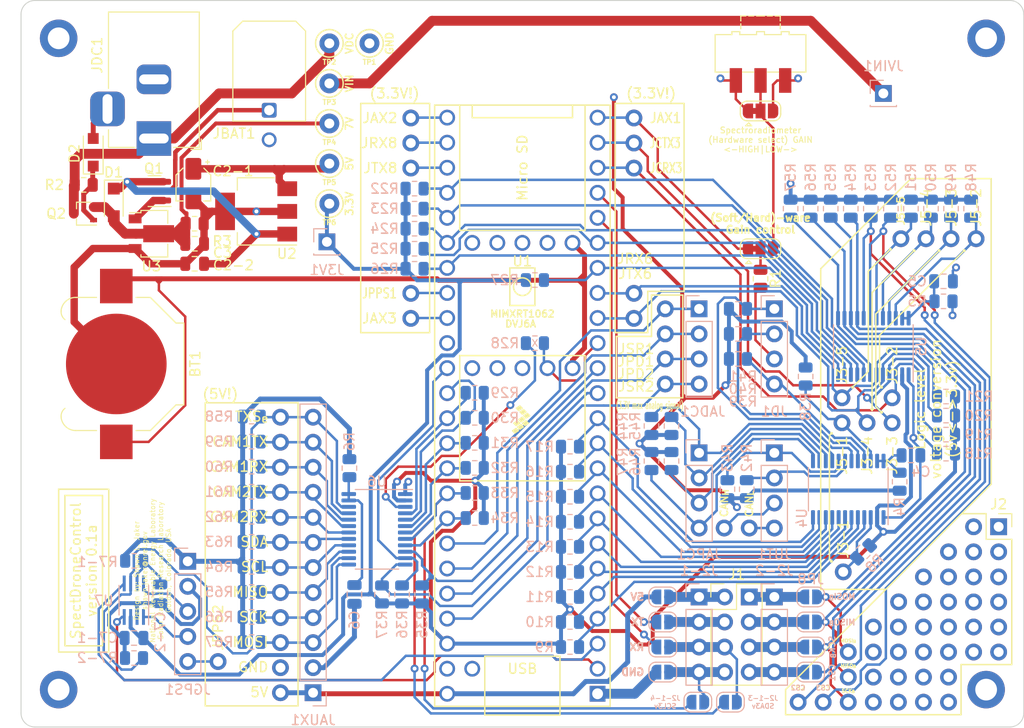
<source format=kicad_pcb>
(kicad_pcb (version 20221018) (generator pcbnew)
  (layers (0 "F.Cu" signal) (1 "In1.Cu" signal) (2 "In2.Cu" signal) (31 "B.Cu" signal) (34 "B.Paste" user) (35 "F.Paste" user) (36 "B.SilkS" user "B.Silkscreen") (37 "F.SilkS" user "F.Silkscreen") (38 "B.Mask" user) (39 "F.Mask" user) (44 "Edge.Cuts" user))
  (net 0 "")
  (net 1 "/VBat")
  (net 2 "/5V")
  (net 3 "/P1")
  (net 4 "/S2")
  (net 5 "/P2")
  (net 6 "/S1")
  (net 7 "/RX")
  (net 8 "/TX")
  (net 9 "/APCRX")
  (net 10 "/APCTX")
  (net 11 "/TXS_{E}")
  (net 12 "/CAM1TX")
  (net 13 "/CAM1RX")
  (net 14 "/CAM2TX")
  (net 15 "/CAM2RX")
  (net 16 "/SDA")
  (net 17 "/SCL")
  (net 18 "/MISO")
  (net 19 "/SCK")
  (net 20 "/MOSI")
  (net 21 "/CLK2")
  (net 22 "/ST")
  (net 23 "/CLK1")
  (net 24 "/GPSRX")
  (net 25 "/GPSTX")
  (net 26 "/PPS")
  (net 27 "/APCTX_5V")
  (net 28 "/APCRX_5V")
  (net 29 "/UT2")
  (net 30 "/UT1")
  (net 31 "Net-(U4-EN)")
  (net 32 "Net-(U5-EN)")
  (net 33 "Net-(U6-EN)")
  (net 34 "Net-(U7-VCCB)")
  (net 35 "Net-(D2-K)")
  (net 36 "Net-(J1-Pin_1)")
  (net 37 "/MOSI1")
  (net 38 "/RX8")
  (net 39 "/TX8")
  (net 40 "/CS3")
  (net 41 "/CS2")
  (net 42 "/SCK1")
  (net 43 "/CS1")
  (net 44 "/MISO1")
  (net 45 "/JTX")
  (net 46 "/JRX")
  (net 47 "/TX_5V")
  (net 48 "/RX_5V")
  (net 49 "/MOSI_5V")
  (net 50 "/SCK_5V")
  (net 51 "/MISO_5V")
  (net 52 "/SCL_5V")
  (net 53 "/SDA_5V")
  (net 54 "/CAM2RX_5V")
  (net 55 "/CAM2TX_5V")
  (net 56 "/CAM1RX_5V")
  (net 57 "/CAM1TX_5V")
  (net 58 "/TXS_{E}_5V")
  (net 59 "/CLK1_5V")
  (net 60 "/ST_5V")
  (net 61 "/GAIN_5V")
  (net 62 "/CLK2_5V")
  (net 63 "/SCK1_5V")
  (net 64 "/CS1_5V")
  (net 65 "/MOSI1_5V")
  (net 66 "/MISO1_5V")
  (net 67 "/UT1_5V")
  (net 68 "/UT2_5V")
  (net 69 "/CAN_H_5V")
  (net 70 "/CAN_L_5V")
  (net 71 "Net-(J1-Pin_2)")
  (net 72 "/CS2_5V")
  (net 73 "/CS3_5V")
  (net 74 "/GPSTX_5V")
  (net 75 "/GPSRX_5V")
  (net 76 "/PPS_5V")
  (net 77 "/3V")
  (net 78 "Net-(J1-Pin_3)")
  (net 79 "Net-(J1-Pin_4)")
  (net 80 "/TX6")
  (net 81 "/RX6")
  (net 82 "/J3_1")
  (net 83 "/J5_1")
  (net 84 "/TX6_5V")
  (net 85 "/RX6_5V")
  (net 86 "Net-(J1-Pin_5)")
  (net 87 "GND1")
  (net 88 "/7-12V1")
  (net 89 "/VBAT1")
  (net 90 "Net-(J1-Pin_6)")
  (net 91 "/VDC")
  (net 92 "/VIN")
  (net 93 "/7VDC")
  (net 94 "Net-(J1-Pin_7)")
  (net 95 "/CRX")
  (net 96 "/CTX")
  (net 97 "/CRX_5V")
  (net 98 "/CTX_5V")
  (net 99 "Net-(J1-Pin_8)")
  (net 100 "Net-(JAX3-Pin_1)")
  (net 134 "Net-(JGAIN1-C)")
  (net 135 "Net-(JPAX1-C)")
  (net 136 "Net-(Q1-G)")
  (net 137 "Net-(U6-A1)")
  (net 142 "/AX1")
  (net 143 "/AX2")
  (footprint "Gardenuino Custom:SolderWire-0.1sqmm_1x01_D0.4mm_OD1mm" (layer "F.Cu") (at 126.238 125.665)
    (fp_text reference "JSCK1" hide)
    (fp_text value "Conn_01x01_Female")
  )
  (footprint "Gardenuino Custom:SolderWire-0.1sqmm_1x01_D0.4mm_OD1mm" (layer "F.Cu") (at 139.446 92.7862)
    (fp_text reference "JPPS1")
    (fp_text value "Conn_01x01_Female" hide)
  )
  (footprint "Gardenuino Custom:SolderWire-0.1sqmm_1x01_D0.4mm_OD1mm" (layer "F.Cu") (at 171.196554 116.585 90)
    (fp_text reference "JCAN_{H}1" hide)
    (fp_text value "Conn_01x01_Female" hide)
  )
  (footprint "Gardenuino Custom:SolderWire-0.1sqmm_1x01_D0.4mm_OD1mm" (layer "F.Cu") (at 126.238 120.585)
    (fp_text reference "JSCL1" hide)
    (fp_text value "Conn_01x01_Female")
  )
  (footprint "Gardenuino Custom:SolderWire-0.1sqmm_1x01_D0.4mm_OD1mm" (layer "F.Cu") (at 165.227 96.901 180)
    (fp_text reference "JPD1")
    (fp_text value "Conn_01x01_Female")
  )
  (footprint "Gardenuino Custom:SolderWire-0.1sqmm_1x01_D0.4mm_OD1mm" (layer "F.Cu") (at 173.736554 116.585 90)
    (fp_text reference "JCAN_{L}1" hide)
    (fp_text value locked "Conn_01x01_Female" hide)
  )
  (footprint "Gardenuino Custom:SolderWire-0.1sqmm_1x01_D0.4mm_OD1mm" (layer "F.Cu") (at 162.052 80.0862)
    (fp_text reference "JCRX3")
    (fp_text value "Conn_01x01_Female" hide)
  )
  (footprint "Jumper:SolderJumper-3_P1.3mm_Bridged12_RoundedPad1.0x1.5mm" (layer "F.Cu") (at 174.879 88.265)
    (fp_text reference "JPAX1" hide)
    (fp_text value "SolderJumper")
  )
  (footprint "Gardenuino Custom:Teensy4.0-1" (layer "F.Cu") (at 150.749 104.179 90)
    (fp_text reference "U1")
    (fp_text value "Teensy4.1")
  )
  (footprint "Diode_SMD:D_SOD-123F" (layer "F.Cu") (at 107.2642 78.486 90)
    (fp_text reference "D2")
    (fp_text value "HPZR-C7V0X")
  )
  (footprint "Gardenuino Custom:SolderWire-0.1sqmm_1x01_D0.4mm_OD1mm" (layer "F.Cu") (at 126.238 105.345)
    (fp_text reference "JTXSE1" hide)
    (fp_text value "Conn_01x01_Female")
  )
  (footprint "Package_TO_SOT_SMD:SOT-323_SC-70" (layer "F.Cu") (at 106.299 84.709 180)
    (fp_text reference "Q2")
    (fp_text value "NPN 50V 1A NPN_BEC")
  )
  (footprint "TestPoint:TestPoint_Keystone_5000-5004_Miniature" (layer "F.Cu") (at 131.191 79.629)
    (fp_text reference "TP5")
    (fp_text value "TestPoint" hide)
  )
  (footprint "TestPoint:TestPoint_Keystone_5000-5004_Miniature" (layer "F.Cu") (at 135.255 67.437)
    (fp_text reference "TP1")
    (fp_text value "TestPoint" hide)
  )
  (footprint "Gardenuino Custom:SolderWire-0.1sqmm_1x01_D0.4mm_OD1mm" (layer "F.Cu") (at 188.214 105.918)
    (fp_text reference "J3-3")
    (fp_text value "Conn_01x01_Female" hide)
  )
  (footprint "Gardenuino Custom:SolderWire-0.1sqmm_1x01_D0.4mm_OD1mm" (layer "F.Cu") (at 183.134 103.378 180)
    (fp_text reference "J3-5")
    (fp_text value "Conn_01x01_Female" hide)
  )
  (footprint "Gardenuino Custom:SolderWire-0.1sqmm_1x01_D0.4mm_OD1mm" (layer "F.Cu") (at 126.238 112.965)
    (fp_text reference "JCMT2" hide)
    (fp_text value "Conn_01x01_Female")
  )
  (footprint "Gardenuino Custom:SolderWire-0.1sqmm_1x01_D0.4mm_OD1mm" (layer "F.Cu") (at 165.227 101.981)
    (fp_text reference "JSR2")
    (fp_text value "Conn_01x01_Female")
  )
  (footprint "Gardenuino Custom:SolderWire-0.1sqmm_1x01_D0.4mm_OD1mm" (layer "F.Cu") (at 126.238 123.125)
    (fp_text reference "JMISO1" hide)
    (fp_text value "Conn_01x01_Female")
  )
  (footprint "Gardenuino Custom:SolderWire-0.1sqmm_1x01_D0.4mm_OD1mm" (layer "F.Cu") (at 126.238 118.045)
    (fp_text reference "JSDA1" hide)
    (fp_text value "Conn_01x01_Female")
  )
  (footprint "Gardenuino Custom:SolderWire-0.1sqmm_1x01_D0.4mm_OD1mm" (layer "F.Cu") (at 196.723 87.249 90)
    (fp_text reference "J5-2")
    (fp_text value "Conn_01x01_Female" hide)
  )
  (footprint "Gardenuino Custom:SolderWire-0.1sqmm_1x01_D0.4mm_OD1mm" (layer "F.Cu") (at 139.446 80.0862)
    (fp_text reference "JTX8")
    (fp_text value "Conn_01x01_Female" hide)
  )
  (footprint "Gardenuino Custom:SolderWire-0.1sqmm_1x01_D0.4mm_OD1mm" (layer "F.Cu") (at 189.103 87.249 90)
    (fp_text reference "J5-5")
    (fp_text value "Conn_01x01_Female" hide)
  )
  (footprint "Gardenuino Custom:SolderWire-0.1sqmm_1x01_D0.4mm_OD1mm" (layer "F.Cu") (at 126.238 133.285)
    (fp_text reference "J5V1" hide)
    (fp_text value "Conn_01x01_Female")
  )
  (footprint "Gardenuino Custom:SolderWire-0.1sqmm_1x01_D0.4mm_OD1mm" (layer "F.Cu") (at 126.238 130.745)
    (fp_text reference "JGND1" hide)
    (fp_text value "Conn_01x01_Female")
  )
  (footprint "MountingHole:MountingHole_2.2mm_M2_ISO14580_Pad_TopBottom" (layer "F.Cu") (at 197.739 66.929)
    (fp_text reference "H2" hide)
    (fp_text value "MountingHole" hide)
  )
  (footprint "Gardenuino Custom:SolderWire-0.1sqmm_1x01_D0.4mm_OD1mm" (layer "F.Cu") (at 183.261554 121.031)
    (fp_text reference "J3-1")
    (fp_text value "Conn_01x01_Female" hide)
  )
  (footprint "Gardenuino Custom:SolderWire-0.1sqmm_1x01_D0.4mm_OD1mm" (layer "F.Cu") (at 162.052 95.3262)
    (fp_text reference "JTX6")
    (fp_text value "Conn_01x01_Female" hide)
  )
  (footprint "Connector_BarrelJack:BarrelJack_Horizontal" (layer "F.Cu") (at 113.411 77.089 -90)
    (fp_text reference "JDC1")
    (fp_text value "Barrel_Jack")
  )
  (footprint "Gardenuino Custom:SolderWire-0.1sqmm_1x01_D0.4mm_OD1mm" (layer "F.Cu") (at 139.446 75.0062)
    (fp_text reference "JAX2")
    (fp_text value "Conn_01x01_Female" hide)
  )
  (footprint "TestPoint:TestPoint_Keystone_5000-5004_Miniature" (layer "F.Cu") (at 131.191 83.693)
    (fp_text reference "TP6")
    (fp_text value "TestPoint" hide)
  )
  (footprint "Gardenuino Custom:SolderWire-0.1sqmm_1x01_D0.4mm_OD1mm" (layer "F.Cu") (at 183.134 105.918)
    (fp_text reference "J5-1")
    (fp_text value "Conn_01x01_Female" hide)
  )
  (footprint "Gardenuino Custom:SolderWire-0.1sqmm_1x01_D0.4mm_OD1mm" (layer "F.Cu") (at 185.674 105.918 180)
    (fp_text reference "J3-4")
    (fp_text value "Conn_01x01_Female" hide)
  )
  (footprint "Resistor_SMD:R_0805_2012Metric" (layer "F.Cu") (at 174.879 91.313 90)
    (fp_text reference "R1")
    (fp_text value "10K")
  )
  (footprint "Battery:BatteryHolder_Keystone_3000_1x12mm" (layer "F.Cu") (at 109.601 99.949 -90)
    (fp_text reference "BT1")
    (fp_text value "Battery_Cell")
  )
  (footprint "Gardenuino Custom:PinSocket_2x04_P2.54mm_Vertical_renumber" (layer "F.Cu") (at 173.7364 123.571)
    (fp_text reference "J1")
    (fp_text value "Conn_02x03_Counter_Clockwise" hide)
  )
  (footprint "TestPoint:TestPoint_Keystone_5000-5004_Miniature" (layer "F.Cu") (at 131.191 67.437)
    (fp_text reference "TP2")
    (fp_text value "TestPoint" hide)
  )
  (footprint "Package_TO_SOT_SMD:SOT-223-3_TabPin2" (layer "F.Cu") (at 123.7744 84.4791 180)
    (fp_text reference "U2")
    (fp_text value "LM7805_SOT223")
  )
  (footprint "TestPoint:TestPoint_Keystone_5000-5004_Miniature" (layer "F.Cu") (at 131.191 75.565 180)
    (fp_text reference "TP4")
    (fp_text value "TestPoint" hide)
  )
  (footprint "Gardenuino Custom:SolderWire-0.1sqmm_1x01_D0.4mm_OD1mm" (layer "F.Cu") (at 188.214 103.378)
    (fp_text reference "J3-2")
    (fp_text value "Conn_01x01_Female" hide)
  )
  (footprint "Capacitor_SMD:CP_Elec_3x5.4" (layer "F.Cu") (at 117.4115 81.661 -90)
    (fp_text reference "C2-1")
    (fp_text value "10uF")
  )
  (footprint "Gardenuino Custom:SolderWire-0.1sqmm_1x01_D0.4mm_OD1mm" (layer "F.Cu") (at 119.9134 130.1242)
    (fp_text reference "JPPS2")
    (fp_text value "Conn_01x01_Female" hide)
  )
  (footprint "MountingHole:MountingHole_2.2mm_M2_ISO14580_Pad_TopBottom" (layer "F.Cu") (at 197.739 132.969)
    (fp_text reference "H1" hide)
    (fp_text value "MountingHole" hide)
  )
  (footprint "Gardenuino Custom:SolderWire-0.1sqmm_1x01_D0.4mm_OD1mm" (layer "F.Cu") (at 162.052 92.7862)
    (fp_text reference "JRX6")
    (fp_text value "Conn_01x01_Female" hide)
  )
  (footprint "Gardenuino Custom:SolderWire-0.1sqmm_1x01_D0.4mm_OD1mm" (layer "F.Cu") (at 165.227 99.441)
    (fp_text reference "JPD2")
    (fp_text value "Conn_01x01_Female")
  )
  (footprint "Capacitor_SMD:C_0805_2012Metric" (layer "F.Cu") (at 117.541 89.789)
    (fp_text reference "C2-2")
    (fp_text value "0.1uF")
  )
  (footprint "Capacitor_SMD:C_0805_2012Metric" (layer "F.Cu") (at 117.541 87.757 180)
    (fp_text reference "C3")
    (fp_text value "0.1uF")
  )
  (footprint "Connector_Molex:Molex_Micro-Fit_3.0_43045-0200_2x01_P3.00mm_Horizontal" (layer "F.Cu") (at 125.095 74.219)
    (fp_text reference "JBAT1")
    (fp_text value "Conn_01x02_Female" hide)
  )
  (footprint "Gardenuino Custom:SolderWire-0.1sqmm_1x01_D0.4mm_OD1mm" (layer "F.Cu") (at 139.446 77.5462)
    (fp_text reference "JRX8")
    (fp_text value "Conn_01x01_Female" hide)
  )
  (footprint "Package_TO_SOT_SMD:SOT-89-3" (layer "F.Cu") (at 113.157 86.741)
    (fp_text reference "U3")
    (fp_text value "MCP112-450E/TO")
  )
  (footprint "MountingHole:MountingHole_2.2mm_M2_ISO14580_Pad_TopBottom" (layer "F.Cu") (at 103.759 66.929)
    (fp_text reference "H3" hide)
    (fp_text value "MountingHole" hide)
  )
  (footprint "Button_Switch_SMD:SW_SPDT_CK-JS102011SAQN" (layer "F.Cu") (at 174.879 68.453 180)
    (fp_text reference "SW1" hide)
    (fp_text value "SW_SPDT")
  )
  (footprint "Gardenuino Custom:SolderWire-0.1sqmm_1x01_D0.4mm_OD1mm" (layer "F.Cu") (at 191.643 87.249 90)
    (fp_text reference "J5-4")
    (fp_text value "Conn_01x01_Female" hide)
  )
  (footprint "Resistor_SMD:R_0805_2012Metric" (layer "F.Cu") (at 106.299 81.788 180)
    (fp_text reference "R2")
    (fp_text value "1K")
  )
  (footprint "Gardenuino Custom:SolderWire-0.1sqmm_1x01_D0.4mm_OD1mm" (layer "F.Cu") (at 126.238 115.505)
    (fp_text reference "JCMR2" hide)
    (fp_text value "Conn_01x01_Female")
  )
  (footprint "Gardenuino Custom:SolderWire-0.1sqmm_1x01_D0.4mm_OD1mm" (layer "F.Cu") (at 126.238 107.885)
    (fp_text reference "JCMT1" hide)
    (fp_text value "Conn_01x01_Female")
  )
  (footprint "Gardenuino Custom:SolderWire-0.1sqmm_1x01_D0.4mm_OD1mm" (layer "F.Cu") (at 126.238 110.425)
    (fp_text reference "JCMR1" hide)
    (fp_text value "Conn_01x01_Female")
  )
  (footprint "Diode_SMD:Nexperia_CFP3_SOD-123W" (layer "F.Cu") (at 109.347 83.566 -90)
    (fp_text reference "D1")
    (fp_text value "D")
  )
  (footprint "Jumper:SolderJumper-3_P1.3mm_Bridged12_RoundedPad1.0x1.5mm" (layer "F.Cu") (at 174.879 74.295)
    (fp_text reference "JGAIN1" hide)
    (fp_text value "SolderJumper")
  )
  (footprint "MountingHole:MountingHole_2.2mm_M2_ISO14580_Pad_TopBottom" (layer "F.Cu") (at 103.759 132.969)
    (fp_text reference "H4" hide)
    (fp_text value "MountingHole" hide)
  )
  (footprint "Gardenuino Custom:SolderWire-0.1sqmm_1x01_D0.4mm_OD1mm" (layer "F.Cu") (at 194.183 87.249 90)
    (fp_text reference "J5-3")
    (fp_text value "Conn_01x01_Female" hide)
  )
  (footprint "TestPoint:TestPoint_Keystone_5000-5004_Miniature" (layer "F.Cu") (at 131.191 71.501)
    (fp_text reference "TP3")
    (fp_text value "TestPoint" hide)
  )
  (footprint "Resistor_SMD:R_0805_2012Metric" (layer "F.Cu") (at 117.541 85.725 180)
    (fp_text reference "R3")
    (fp_text value "100K")
  )
  (footprint "Gardenuino Custom:SolderWire-0.1sqmm_1x01_D0.4mm_OD1mm" (layer "F.Cu") (at 162.052 77.5462)
    (fp_text reference "JCTX3")
    (fp_text value "Conn_01x01_Female" hide)
  )
  (footprint "Gardenuino Custom:SolderWire-0.1sqmm_1x01_D0.4mm_OD1mm" (layer "F.Cu") (at 139.446 95.3262)
    (fp_text reference "JAX3")
    (fp_text value "Conn_01x01_Female" hide)
  )
  (footprint "Gardenuino Custom:SolderWire-0.1sqmm_1x01_D0.4mm_OD1mm" (layer "F.Cu") (at 165.227 94.361 180)
    (fp_text reference "JSR1")
    (fp_text value "Conn_01x01_Female")
  )
  (footprint "Gardenuino Custom:SolderWire-0.1sqmm_1x01_D0.4mm_OD1mm" (layer "F.Cu") (at 126.238 128.205)
    (fp_text reference "JMOSI1" hide)
    (fp_text value "Conn_01x01_Female")
  )
  (footprint "Gardenuino Custom:SolderWire-0.1sqmm_1x01_D0.4mm_OD1mm" (layer "F.Cu") (at 162.052 75.0062)
    (fp_text reference "JAX1")
    (fp_text value "Conn_01x01_Female" hide)
  )
  (footprint "Package_TO_SOT_SMD:SOT-23" (layer "F.Cu") (at 113.4745 82.423 180)
    (fp_text reference "Q1")
    (fp_text value "FDN340P")
  )
  (footprint "Resistor_SMD:R_0805_2012Metric" (layer "B.Cu") (at 181.991 84.201 90)
    (fp_text reference "R55")
    (fp_text value "10K")
  )
  (footprint "Gardenuino Custom:SolderWire-0.1sqmm_1x01_D0.4mm_OD1mm" (layer "B.Cu") (at 178.689 134.239 180)
    (fp_text reference "JCS2" hide)
    (fp_text value "Conn_01x01_Female" hide)
  )
  (footprint "Connector_PinSocket_2.54mm:PinSocket_1x04_P2.54mm_Vertical" (layer "B.Cu") (at 176.277 108.964949 180)
    (fp_text reference "JUT1")
    (fp_text value "Conn_01x04_Female")
  )
  (footprint "Resistor_SMD:R_0805_2012Metric" (layer "B.Cu") (at 163.829 109.7915 90)
    (fp_text reference "R47")
    (fp_text value "10K")
  )
  (footprint "Resistor_SMD:R_0805_2012Metric" (layer "B.Cu") (at 173.482 112.649 -90)
    (fp_text reference "R42")
    (fp_text value "10K")
  )
  (footprint "Resistor_SMD:R_0805_2012Metric" (layer "B.Cu") (at 193.675 103.249949)
    (fp_text reference "R21")
    (fp_text value "6K8")
  )
  (footprint "Jumper:SolderJumper-2_P1.3mm_Open_RoundedPad1.0x1.5mm" (layer "B.Cu") (at 179.959 126.111 180)
    (fp_text reference "JP7" hide)
    (fp_text value "SolderJumper_2_Open" hide)
  )
  (footprint "Resistor_SMD:R_0805_2012Metric" (layer "B.Cu") (at 155.575 118.491 180)
    (fp_text reference "R13")
    (fp_text value "6K8")
  )
  (footprint "Resistor_SMD:R_0805_2012Metric" (layer "B.Cu") (at 138.557 123.317 -90)
    (fp_text reference "R36")
    (fp_text value "6K8")
  )
  (footprint "Resistor_SMD:R_0805_2012Metric" (layer "B.Cu") (at 172.593 94.361 180)
    (fp_text reference "R41")
    (fp_text value "10K")
  )
  (footprint "Resistor_SMD:R_0805_2012Metric" (layer "B.Cu") (at 123.317 120.523 180)
    (fp_text reference "R64")
    (fp_text value "10K")
  )
  (footprint "Resistor_SMD:R_0805_2012Metric" (layer "B.Cu") (at 145.923 102.87)
    (fp_text reference "R29")
    (fp_text value "6K8")
  )
  (footprint "Resistor_SMD:R_0805_2012Metric" (layer "B.Cu") (at 123.317 112.903 180)
    (fp_text reference "R61")
    (fp_text value "10K")
  )
  (footprint "Capacitor_SMD:C_0805_2012Metric" (layer "B.Cu") (at 193.421 91.567 180)
    (fp_text reference "C5")
    (fp_text value "0.1uF")
  )
  (footprint "Resistor_SMD:R_0805_2012Metric" (layer "B.Cu") (at 172.593 96.901 180)
    (fp_text reference "R40")
    (fp_text value "10K")
  )
  (footprint "Capacitor_SMD:C_0805_2012Metric" (layer "B.Cu") (at 133.731 123.317 90)
    (fp_text reference "C6")
    (fp_text value "0.1uF")
  )
  (footprint "Connector_PinSocket_2.54mm:PinSocket_1x04_P2.54mm_Vertical" (layer "B.Cu") (at 168.656554 123.569949 180)
    (fp_text reference "J2-1")
    (fp_text value "Conn_01x04_Female")
  )
  (footprint "Connector_PinSocket_2.54mm:PinSocket_1x04_P2.54mm_Vertical" (layer "B.Cu") (at 176.277 94.359949 180)
    (fp_text reference "JD1")
    (fp_text value "Conn_01x04_Female")
  )
  (footprint "Jumper:SolderJumper-2_P1.3mm_Open_RoundedPad1.0x1.5mm" (layer "B.Cu") (at 179.959 128.651 180)
    (fp_text reference "JP6" hide)
    (fp_text value "SolderJumper_2_Open" hide)
  )
  (footprint "Resistor_SMD:R_0805_2012Metric" (layer "B.Cu") (at 123.317 125.603 180)
    (fp_text reference "R66")
    (fp_text value "10K")
  )
  (footprint "Gardenuino Custom:PinHeader_Corner" (layer "B.Cu") (at 199.009 116.459 180)
    (fp_text reference "JCR1" hide)
    (fp_text value "Conn_01x37_Female" hide)
  )
  (footprint "Resistor_SMD:R_0805_2012Metric" (layer "B.Cu") (at 155.575 128.651 180)
    (fp_text reference "R9")
    (fp_text value "6K8")
  )
  (footprint "Package_SO:SSOP-8_2.95x2.8mm_P0.65mm" (layer "B.Cu") (at 111.379 123.901949 90)
    (fp_text reference "U7")
    (fp_text value "TXS0102DCUR")
  )
  (footprint "Capacitor_SMD:C_0805_2012Metric" (layer "B.Cu") (at 190.119 109.22 180)
    (fp_text reference "C4")
    (fp_text value "0.1uF")
  )
  (footprint "Resistor_SMD:R_0805_2012Metric" (layer "B.Cu") (at 193.421 93.599)
    (fp_text reference "R5")
    (fp_text value "200K")
  )
  (footprint "Resistor_SMD:R_0805_2012Metric" (layer "B.Cu") (at 139.827 84.201 180)
    (fp_text reference "R23")
    (fp_text value "6K8")
  )
  (footprint "Resistor_SMD:R_0805_2012Metric" (layer "B.Cu") (at 193.675 105.1814)
    (fp_text reference "R20")
    (fp_text value "6K8")
  )
  (footprint "Resistor_SMD:R_0805_2012Metric" (layer "B.Cu") (at 192.151 84.201 90)
    (fp_text reference "R50")
    (fp_text value "10K")
  )
  (footprint "Jumper:SolderJumper-2_P1.3mm_Open_RoundedPad1.0x1.5mm" (layer "B.Cu") (at 164.973 126.111)
    (fp_text reference "JP2" hide)
    (fp_text value "SolderJumper_2_Open" hide)
  )
  (footprint "Resistor_SMD:R_0805_2012Metric" (layer "B.Cu") (at 179.959 84.201 90)
    (fp_text reference "R56")
    (fp_text value "10K")
  )
  (footprint "Resistor_SMD:R_0805_2012Metric" (layer "B.Cu") (at 155.575 121.031 180)
    (fp_text reference "R12")
    (fp_text value "6K8")
  )
  (footprint "Connector_PinSocket_2.54mm:PinSocket_1x04_P2.54mm_Vertical" (layer "B.Cu") (at 168.656554 94.359949 180)
    (fp_text reference "JADC1")
    (fp_text value "Conn_01x04_Female")
  )
  (footprint "Resistor_SMD:R_0805_2012Metric" (layer "B.Cu") (at 145.923 105.41)
    (fp_text reference "R30")
    (fp_text value "6K8")
  )
  (footprint "Jumper:SolderJumper-2_P1.3mm_Open_RoundedPad1.0x1.5mm" (layer "B.Cu") (at 164.973 123.571)
    (fp_text reference "JP1" hide)
    (fp_text value "SolderJumper_2_Open" hide)
  )
  (footprint "Connector_PinSocket_2.54mm:PinSocket_1x01_P2.54mm_Vertical" (layer "B.Cu") (at 187.326 72.517 180)
    (fp_text reference "JVIN1")
    (fp_text value "Conn_01x01_Female")
  )
  (footprint "Resistor_SMD:R_0805_2012Metric" (layer "B.Cu") (at 194.183 84.201 90)
    (fp_text reference "R49")
    (fp_text value "10K")
  )
  (footprint "Resistor_SMD:R_0805_2012Metric" (layer "B.Cu") (at 123.317 128.143 180)
    (fp_text reference "R67")
    (fp_text value "10K")
  )
  (footprint "Resistor_SMD:R_0805_2012Metric" (layer "B.Cu") (at 155.575 110.871 180)
    (fp_text reference "R16")
    (fp_text value "6K8")
  )
  (footprint "Jumper:SolderJumper-2_P1.3mm_Open_RoundedPad1.0x1.5mm" (layer "B.Cu") (at 164.973 128.651)
    (fp_text reference "JP3" hide)
    (fp_text value "SolderJumper_2_Open" hide)
  )
  (footprint "Jumper:SolderJumper-2_P1.3mm_Open_RoundedPad1.0x1.5mm" (layer "B.Cu") (at 164.973 131.191)
    (fp_text reference "JP4" hide)
    (fp_text value "SolderJumper_2_Open" hide)
  )
  (footprint "Capacitor_SMD:C_0805_2012Metric" (layer "B.Cu") (at 114.046 123.256 -90)
    (fp_text reference "C7-2")
    (fp_text value "0.1uF")
  )
  (footprint "Resistor_SMD:R_0805_2012Metric" (layer "B.Cu") (at 123.317 107.823 180)
    (fp_text reference "R59")
    (fp_text value "10K")
  )
  (footprint "Resistor_SMD:R_0805_2012Metric" (layer "B.Cu") (at 190.119 84.201 90)
    (fp_text reference "R51")
    (fp_text value "10K")
  )
  (footprint "Resistor_SMD:R_0805_2012Metric" (layer "B.Cu") (at 193.675 107.1118)
    (fp_text reference "R19")
    (fp_text value "6K8")
  )
  (footprint "Resistor_SMD:R_0805_2012Metric" (layer "B.Cu") (at 179.451 101.219 90)
    (fp_text reference "R38")
    (fp_text value "10K")
  )
  (footprint "Resistor_SMD:R_0805_2012Metric" (layer "B.Cu") (at 123.317 105.283 180)
    (fp_text reference "R58")
    (fp_text value "10K")
  )
  (footprint "Resistor_SMD:R_0805_2012Metric" (layer "B.Cu") (at 145.923 115.57)
    (fp_text reference "R34")
    (fp_text value "6K8")
  )
  (footprint "Resistor_SMD:R_0805_2012Metric" (layer "B.Cu") (at 111.411638 119.911049 180)
    (fp_text reference "R7-1")
    (fp_text value "200K")
  )
  (footprint "Resistor_SMD:R_0805_2012Metric" (layer "B.Cu") (at 111.396438 129.766249)
    (fp_text reference "R7-2")
    (fp_text value "200K")
  )
  (footprint "Resistor_SMD:R_0805_2012Metric" (layer "B.Cu") (at 139.827 88.265 180)
    (fp_text reference "R25")
    (fp_text value "6K8")
  )
  (footprint "Resistor_SMD:R_0805_2012Metric" (layer "B.Cu") (at 140.589 123.317 -90)
    (fp_text reference "R35")
    (fp_text value "6K8")
  )
  (footprint "Jumper:SolderJumper-2_P1.3mm_Open_RoundedPad1.0x1.5mm" (layer "B.Cu") (at 179.959 131.191 180)
    (fp_text reference "JP5" hide)
    (fp_text value "SolderJumper_2_Open" hide)
  )
  (footprint "Resistor_SMD:R_0805_2012Metric" (layer "B.Cu") (at 188.976 111.887 -90)
    (fp_text reference "R4")
    (fp_text value "200K")
  )
  (footprint "Connector_PinSocket_2.54mm:PinSocket_1x01_P2.54mm_Vertical" (layer "B.Cu") (at 130.94 87.569 180)
    (fp_text reference "J3V1")
    (fp_text value "Conn_01x01_Female")
  )
  (footprint "Resistor_SMD:R_0805_2012Metric" (layer "B.Cu") (at 171.5262 112.649 -90)
    (fp_text reference "R43")
    (fp_text value "10K")
  )
  (footprint "Resistor_SMD:R_0805_2012Metric" (layer "B.Cu") (at 123.317 123.063 180)
    (fp_text reference "R65")
    (fp_text value "10K")
  )
  (footprint "Resistor_SMD:R_0805_2012Metric" (layer "B.Cu") (at 136.525 123.317 -90)
    (fp_text reference "R37")
    (fp_text value "6K8")
  )
  (footprint "Resistor_SMD:R_0805_2012Metric" (layer "B.Cu") (at 165.861 109.7915 90)
    (fp_text reference "R46")
    (fp_text value "10K")
  )
  (footprint "Resistor_SMD:R_0805_2012Metric" (layer "B.Cu") (at 152.019 91.44 180)
    (fp_text reference "R27")
    (fp_text value "6K8")
  )
  (footprint "Connector_PinSocket_2.54mm:PinSocket_1x05_P2.54mm_Vertical" (layer "B.Cu") (at 116.84 119.959 180)
    (fp_text reference "JGPS1")
    (fp_text value "GPS")
  )
  (footprint "Resistor_SMD:R_0805_2012Metric" (layer "B.Cu") (at 177.927 84.201 90)
    (fp_text reference "R57")
    (fp_text value "10K")
  )
  (footprint "Resistor_SMD:R_0805_2012Metric" (layer "B.Cu") (at 185.293554 118.997949 45)
    (fp_text reference "R8")
    (fp_text value "6K8")
  )
  (footprint "Resistor_SMD:R_0805_2012Metric" (layer "B.Cu") (at 139.827 86.233 180)
    (fp_text reference "R24")
    (fp_text value "6K8")
  )
  (footprint "Capacitor_SMD:C_0805_2012Metric" (layer "B.Cu") (at 111.396438 127.735549 180)
    (fp_text reference "C7-1")
    (fp_text value "0.1uF")
  )
  (footprint "Resistor_SMD:R_0805_2012Metric" (layer "B.Cu") (at 123.317 110.363 180)
    (fp_text reference "R60")
    (fp_text value "10K")
  )
  (footprint "Resistor_SMD:R_0805_2012Metric" (layer "B.Cu") (at 155.575 108.331 180)
    (fp_text reference "R17")
    (fp_text value "6K8")
  )
  (footprint "Connector_PinSocket_2.54mm:PinSocket_1x12_P2.54mm_Vertical" (layer "B.Cu") (at 129.541 133.2855)
    (fp_text reference "JAUX1")
    (fp_text value "AUX")
  )
  (footprint "Connector_PinSocket_2.54mm:PinSocket_1x04_P2.54mm_Vertical" (layer "B.Cu") (at 176.277 123.569949 180)
    (fp_text reference "J2-2")
    (fp_text value "Conn_01x04_Female")
  )
  (footprint "Resistor_SMD:R_0805_2012Metric" (layer "B.Cu") (at 145.923 113.03)
    (fp_text reference "R33")
    (fp_text value "6K8")
  )
  (footprint "Resistor_SMD:R_0805_2012Metric" (layer "B.Cu") (at 196.215 84.201 90)
    (fp_text reference "R48")
    (fp_text value "10K")
  )
  (footprint "Resistor_SMD:R_0805_2012Metric" (layer "B.Cu") (at 155.575 126.111 180)
    (fp_text reference "R10")
    (fp_text value "6K8")
  )
  (footprint "Resistor_SMD:R_0805_2012Metric" (layer "B.Cu") (at 152.019 97.8408 180)
    (fp_text reference "R28")
    (fp_text value "6K8")
  )
  (footprint "Resistor_SMD:R_0805_2012Metric" (layer "B.Cu") (at 123.317 117.983 180)
    (fp_text reference "R63")
    (fp_text value "10K")
  )
  (footprint "Package_SO:TSSOP-24_4.4x7.8mm_P0.65mm" (layer "B.Cu") (at 183.769 112.649 90)
    (fp_text reference "U4")
    (fp_text value "NVT2010PW")
  )
  (footprint "Resistor_SMD:R_0805_2012Metric" (layer "B.Cu") (at 155.575 123.571 180)
    (fp_text reference "R11")
    (fp_text value "6K8")
  )
  (footprint "Jumper:SolderJumper-2_P1.3mm_Open_RoundedPad1.0x1.5mm" (layer "B.Cu") (at 179.959 123.571 180)
    (fp_text reference "JP8")
    (fp_text value "SolderJumper_2_Open" hide)
  )
  (footprint "Jumper:SolderJumper-2_P1.3mm_Open_RoundedPad1.0x1.5mm" (layer "B.Cu") (at 168.529 134.239)
    (fp_text reference "JP10" hide)
    (fp_text value "SolderJumper_2_Open")
  )
  (footprint "Gardenuino Custom:SolderWire-0.1sqmm_1x01_D0.4mm_OD1mm" (layer "B.Cu") (at 181.229 134.239 180)
    (fp_text reference "JCS3" hide)
    (fp_text value "Conn_01x01_Female" hide)
  )
  (footprint "Resistor_SMD:R_0805_2012Metric" (layer "B.Cu") (at 133.223 110.5135 90)
    (fp_text reference "R6")
    (fp_text value "200K")
  )
  (footprint "Resistor_SMD:R_0805_2012Metric" (layer "B.Cu") (at 145.923 107.95)
    (fp_text reference "R31")
    (fp_text value "6K8")
  )
  (footprint "Resistor_SMD:R_0805_2012Metric" (layer "B.Cu") (at 193.675 109.0422)
    (fp_text reference "R18")
    (fp_text value "6K8")
  )
  (footprint "Resistor_SMD:R_0805_2012Metric" (layer "B.Cu") (at 186.055 84.201 90)
    (fp_text reference "R53")
    (fp_text value "10K")
  )
  (footprint "Resistor_SMD:R_0805_2012Metric" (layer "B.Cu") (at 184.023 84.201 90)
    (fp_text reference "R54")
    (fp_text value "10K")
  )
  (footprint "Resistor_SMD:R_0805_2012Metric" (layer "B.Cu") (at 145.923 110.49)
    (fp_text reference "R32")
    (fp_text value "6K8")
  )
  (footprint "Resistor_SMD:R_0805_2012Metric" (layer "B.Cu") (at 139.827 90.297 180)
    (fp_text reference "R26")
    (fp_text value "6K8")
  )
  (footprint "Resistor_SMD:R_0805_2012Metric" (layer "B.Cu") (at 155.575 113.411 180)
    (fp_text reference "R15")
    (fp_text value "6K8")
  )
  (footprint "Jumper:SolderJumper-2_P1.3mm_Open_RoundedPad1.0x1.5mm" (layer "B.Cu") (at 171.831 134.239)
    (fp_text reference "JP9" hide)
    (fp_text value "SolderJumper_2_Open")
  )
  (footprint "Connector_PinSocket_2.54mm:PinSocket_1x04_P2.54mm_Vertical" (layer "B.Cu") (at 168.656554 108.964949 180)
    (fp_text reference "JAPC1")
    (fp_text value "Conn_01x04_Female")
  )
  (footprint "Resistor_SMD:R_0805_2012Metric" (layer "B.Cu") (at 155.575 115.951 180)
    (fp_text reference "R14")
    (fp_text value "6K8")
  )
  (footprint "Resistor_SMD:R_0805_2012Metric" (layer "B.Cu") (at 172.593 99.441 180)
    (fp_text reference "R39")
    (fp_text value "10K")
  )
  (footprint "Resistor_SMD:R_0805_2012Metric" (layer "B.Cu") (at 163.829 106.2355 -90)
    (fp_text reference "R44")
    (fp_text value "10K")
  )
  (footprint "Package_SO:TSSOP-24_4.4x7.8mm_P0.65mm" (layer "B.Cu") (at 136.017 116.713 180)
    (fp_text reference "U6")
    (fp_text value "NVT2010PW")
  )
  (footprint "Resistor_SMD:R_0805_2012Metric" (layer "B.Cu") (at 139.827 82.169 180)
    (fp_text reference "R22")
    (fp_text value "6K8")
  )
  (footprint "Resistor_SMD:R_0805_2012Metric" (layer "B.Cu") (at 165.861 106.2355 -90)
    (fp_text reference "R45")
    (fp_text value "10K")
  )
  (footprint "Package_SO:TSSOP-24_4.4x7.8mm_P0.65mm" (layer "B.Cu") (at 186.309 98.171 90)
    (fp_text reference "U5")
    (fp_text value "NVT2010PW")
  )
  (footprint "Resistor_SMD:R_0805_2012Metric" (layer "B.Cu") (at 188.087 84.201 90)
    (fp_text reference "R52")
    (fp_text value "10K")
  )
  (footprint "Resistor_SMD:R_0805_2012Metric" (layer "B.Cu") (at 123.317 115.443 180)
    (fp_text reference "R62")
    (fp_text value "10K")
  )
  (gr_line (start 186.182 104.648) (end 186.309 104.521) (stroke (width 0.15)) (layer "F.SilkS"))
  (gr_rect (start 104.394 113.284) (end 108.204 128.524) (stroke (width 0.15)) (fill none) (layer "F.SilkS"))
  (gr_line (start 195.58 88.392) (end 195.453 88.392) (stroke (width 0.15)) (layer "F.SilkS"))
  (gr_line (start 190.119 81.153) (end 180.975 90.297) (stroke (width 0.15)) (layer "F.SilkS"))
  (gr_line (start 163.449 96.774) (end 160.147 96.774) (stroke (width 0.15)) (layer "F.SilkS"))
  (gr_line (start 181.991 120.015) (end 182.118 120.015) (stroke (width 0.15)) (layer "F.SilkS"))
  (gr_line (start 141.351 73.533) (end 134.366 73.533) (stroke (width 0.15)) (layer "F.SilkS"))
  (gr_line (start 187.198 102.235) (end 187.071 102.362) (stroke (width 0.15)) (layer "F.SilkS"))
  (gr_line (start 193.04 88.392) (end 192.913 88.392) (stroke (width 0.15)) (layer "F.SilkS"))
  (gr_line (start 186.055 104.521) (end 186.182 104.648) (stroke (width 0.15)) (layer "F.SilkS"))
  (gr_line (start 181.991 106.934) (end 182.118 107.061) (stroke (width 0.15)) (layer "F.SilkS"))
  (gr_line (start 198.247 81.153) (end 190.119 81.153) (stroke (width 0.15)) (layer "F.SilkS"))
  (gr_line (start 187.198 102.362) (end 187.198 102.235) (stroke (width 0.15)) (layer "F.SilkS"))
  (gr_line (start 141.351 96.774) (end 141.351 73.533) (stroke (width 0.15)) (layer "F.SilkS"))
  (gr_line (start 192.913 88.392) (end 193.04 88.519) (stroke (width 0.15)) (layer "F.SilkS"))
  (gr_line (start 184.15 102.362) (end 185.801 100.711) (stroke (width 0.15)) (layer "F.SilkS"))
  (gr_line (start 195.58 88.392) (end 186.944 97.028) (stroke (width 0.15)) (layer "F.SilkS"))
  (gr_line (start 197.739 115.129) (end 195.2752 115.129) (stroke (width 0.15)) (layer "F.SilkS"))
  (gr_line (start 185.801 100.711) (end 185.801 90.551) (stroke (width 0.15)) (layer "F.SilkS"))
  (gr_line (start 163.83 92.964) (end 163.83 97.155) (stroke (width 0.15)) (layer "F.SilkS"))
  (gr_line (start 128.016 134.62) (end 118.618 134.62) (stroke (width 0.15)) (layer "F.SilkS"))
  (gr_line (start 187.198 104.902) (end 187.198 104.775) (stroke (width 0.15)) (layer "F.SilkS"))
  (gr_line (start 200.339 130.429) (end 195.199 130.429) (stroke (width 0.15)) (layer "F.SilkS"))
  (gr_line (start 182.118 107.061) (end 182.118 106.934) (stroke (width 0.15)) (layer "F.SilkS"))
  (gr_line (start 187.198 104.775) (end 187.071 104.902) (stroke (width 0.15)) (layer "F.SilkS"))
  (gr_line (start 182.118 106.934) (end 181.991 106.934) (stroke (width 0.15)) (layer "F.SilkS"))
  (gr_line (start 118.618 103.886) (end 118.618 134.62) (stroke (width 0.15)) (layer "F.SilkS"))
  (gr_line (start 187.96 88.265) (end 188.087 88.392) (stroke (width 0.15)) (layer "F.SilkS"))
  (gr_line (start 200.339 117.729) (end 200.339 130.429) (stroke (width 0.15)) (layer "F.SilkS"))
  (gr_line (start 128.016 103.886) (end 128.016 134.62) (stroke (width 0.15)) (layer "F.SilkS"))
  (gr_line (start 167.005 103.378) (end 167.005 92.964) (stroke (width 0.15)) (layer "F.SilkS"))
  (gr_line (start 186.563 94.869) (end 186.563 104.267) (stroke (width 0.15)) (layer "F.SilkS"))
  (gr_line (start 180.975 90.297) (end 180.975 122.809) (stroke (width 0.15)) (layer "F.SilkS"))
  (gr_line (start 195.199 135.509) (end 177.419 135.509) (stroke (width 0.15)) (layer "F.SilkS"))
  (gr_line (start 190.373 88.392) (end 190.5 88.519) (stroke (width 0.15)) (layer "F.SilkS"))
  (gr_line (start 184.277 102.362) (end 184.15 102.235) (stroke (width 0.15)) (layer "F.SilkS"))
  (gr_line (start 160.147 73.533) (end 160.147 96.774) (stroke (width 0.15)) (layer "F.SilkS"))
  (gr_line (start 186.563 104.267) (end 187.198 104.902) (stroke (width 0.15)) (layer "F.SilkS"))
  (gr_line (start 188.087 88.392) (end 188.087 88.265) (stroke (width 0.15)) (layer "F.SilkS"))
  (gr_line (start 184.15 102.362) (end 184.277 102.362) (stroke (width 0.15)) (layer "F.SilkS"))
  (gr_line (start 198.247 112.141) (end 198.247 81.153) (stroke (width 0.15)) (layer "F.SilkS"))
  (gr_line (start 167.132 73.533) (end 160.147 73.533) (stroke (width 0.15)) (layer "F.SilkS"))
  (gr_line (start 186.309 104.521) (end 186.055 104.521) (stroke (width 0.15)) (layer "F.SilkS"))
  (gr_line (start 181.864 107.188) (end 182.118 106.934) (stroke (width 0.15)) (layer "F.SilkS"))
  (gr_line (start 163.449 96.774) (end 163.449 92.583) (stroke (width 0.15)) (layer "F.SilkS"))
  (gr_line (start 163.83 97.155) (end 160.274 97.155) (stroke (width 0.15)) (layer "F.SilkS"))
  (gr_line (start 188.087 88.265) (end 187.96 88.265) (stroke (width 0.15)) (layer "F.SilkS"))
  (gr_line (start 160.274 103.378) (end 167.005 103.378) (stroke (width 0.15)) (layer "F.SilkS"))
  (gr_line (start 184.15 102.235) (end 184.15 102.362) (stroke (width 0.15)) (layer "F.SilkS"))
  (gr_line (start 134.366 73.533) (end 134.366 96.774) (stroke (width 0.15)) (layer "F.SilkS"))
  (gr_line (start 187.071 102.362) (end 187.198 102.362) (stroke (width 0.15)) (layer "F.SilkS"))
  (gr_line (start 198.247 112.141) (end 187.579 122.809) (stroke (width 0.15)) (layer "F.SilkS"))
  (gr_line (start 141.351 96.774) (end 134.366 96.774) (stroke (width 0.15)) (layer "F.SilkS"))
  (gr_line (start 128.016 103.886) (end 118.618 103.886) (stroke (width 0.15)) (layer "F.SilkS"))
  (gr_line (start 186.944 102.108) (end 187.198 102.362) (stroke (width 0.15)) (layer "F.SilkS"))
  (gr_line (start 186.944 102.108) (end 186.944 97.028) (stroke (width 0.15)) (layer "F.SilkS"))
  (gr_line (start 167.005 92.964) (end 163.83 92.964) (stroke (width 0.15)) (layer "F.SilkS"))
  (gr_line (start 193.04 88.519) (end 193.04 88.392) (stroke (width 0.15)) (layer "F.SilkS"))
  (gr_line (start 181.864 119.761) (end 181.864 107.188) (stroke (width 0.15)) (layer "F.SilkS"))
  (gr_line (start 187.579 122.809) (end 177.419 132.969) (stroke (width 0.15)) (layer "F.SilkS"))
  (gr_line (start 177.419 135.509) (end 177.419 132.969) (stroke (width 0.15)) (layer "F.SilkS"))
  (gr_line (start 187.071 104.902) (end 187.198 104.902) (stroke (width 0.15)) (layer "F.SilkS"))
  (gr_line (start 188.087 88.265) (end 185.801 90.551) (stroke (width 0.15)) (layer "F.SilkS"))
  (gr_line (start 167.132 92.583) (end 167.132 73.533) (stroke (width 0.15)) (layer "F.SilkS"))
  (gr_rect (start 103.759 112.649) (end 108.839 129.159) (stroke (width 0.15)) (fill none) (layer "F.SilkS"))
  (gr_line (start 190.5 88.392) (end 190.373 88.392) (stroke (width 0.15)) (layer "F.SilkS"))
  (gr_line (start 186.182 92.71) (end 186.182 104.648) (stroke (width 0.15)) (layer "F.SilkS"))
  (gr_line (start 163.449 92.583) (end 167.132 92.583) (stroke (width 0.15)) (layer "F.SilkS"))
  (gr_line (start 190.5 88.392) (end 186.182 92.71) (stroke (width 0.15)) (layer "F.SilkS"))
  (gr_line (start 193.04 88.392) (end 186.563 94.869) (stroke (width 0.15)) (layer "F.SilkS"))
  (gr_line (start 195.58 88.519) (end 195.58 88.392) (stroke (width 0.15)) (layer "F.SilkS"))
  (gr_line (start 190.5 88.519) (end 190.5 88.392) (stroke (width 0.15)) (layer "F.SilkS"))
  (gr_line (start 182.118 120.015) (end 182.118 119.888) (stroke (width 0.15)) (layer "F.SilkS"))
  (gr_line (start 182.118 119.888) (end 181.991 120.015) (stroke (width 0.15)) (layer "F.SilkS"))
  (gr_line (start 181.864 119.761) (end 182.118 120.015) (stroke (width 0.15)) (layer "F.SilkS"))
  (gr_line (start 195.453 88.392) (end 195.58 88.519) (stroke (width 0.15)) (layer "F.SilkS"))
  (gr_line (start 180.975 122.809) (end 187.579 122.809) (stroke (width 0.15)) (layer "F.SilkS"))
  (gr_line (start 195.199 130.429) (end 195.199 135.509) (stroke (width 0.15)) (layer "F.SilkS"))
  (gr_line (start 160.274 97.155) (end 160.274 103.378) (stroke (width 0.15)) (layer "F.SilkS"))
  (gr_arc (start 101.346 136.7536) (mid 100.358172 136.344428) (end 99.949 135.3566) (stroke (width 0.1)) (layer "Edge.Cuts"))
  (gr_arc (start 201.549 135.3566) (mid 201.139828 136.344428) (end 200.152 136.7536) (stroke (width 0.1)) (layer "Edge.Cuts"))
  (gr_arc (start 99.949 64.4906) (mid 100.358172 63.502772) (end 101.346 63.0936) (stroke (width 0.1)) (layer "Edge.Cuts"))
  (gr_line (start 101.346 136.7536) (end 200.152 136.7536) (stroke (width 0.1)) (layer "Edge.Cuts"))
  (gr_arc (start 200.152 63.0936) (mid 201.139828 63.502772) (end 201.549 64.4906) (stroke (width 0.1)) (layer "Edge.Cuts"))
  (gr_line (start 101.346 63.0936) (end 200.152 63.0936) (stroke (width 0.1)) (layer "Edge.Cuts"))
  (gr_line (start 99.949 64.4906) (end 99.949 135.3566) (stroke (width 0.1)) (layer "Edge.Cuts"))
  (gr_line (start 201.549 64.4906) (end 201.549 135.3566) (stroke (width 0.1)) (layer "Edge.Cuts"))
  (gr_text "J2-1-3\nSDA3v" (at 175.133 134.239) (layer "B.SilkS") (effects (font (size 0.5 0.5) (thickness 0.1)) (justify mirror)))
  (gr_text "CS2" (at 178.689 132.7912) (layer "B.SilkS") (effects (font (size 0.5 0.5) (thickness 0.1)) (justify mirror)))
  (gr_text "CS1" (at 182.139554 131.247949 90) (layer "B.SilkS") (effects (font (size 0.6 0.6) (thickness 0.125)) (justify mirror)))
  (gr_text "MISO_{B}" (at 181.739554 126.147949) (layer "B.SilkS") (effects (font (size 0.6 0.6) (thickness 0.125)) (justify right mirror)))
  (gr_text "X" (at 152.019 97.8408) (layer "B.SilkS") (effects (font (size 0.7 0.7) (thickness 0.1)) (justify mirror)))
  (gr_text "GND" (at 163.195 131.191) (layer "B.SilkS") (effects (font (size 0.75 0.75) (thickness 0.1875)) (justify left mirror)))
  (gr_text "CS3" (at 181.228446 132.7912) (layer "B.SilkS") (effects (font (size 0.5 0.5) (thickness 0.1)) (justify mirror)))
  (gr_text "J2-1-4\nSCL3v" (at 165.227 134.239) (layer "B.SilkS") (effects (font (size 0.5 0.5) (thickness 0.1)) (justify mirror)))
  (gr_text "SCK_{B}" (at 182.139554 128.647949 90) (layer "B.SilkS") (effects (font (size 0.6 0.6) (thickness 0.125)) (justify mirror)))
  (gr_text "TX" (at 163.195554 126.109949) (layer "B.SilkS") (effects (font (size 0.75 0.75) (thickness 0.1875)) (justify left mirror)))
  (gr_text "MOSI_{B}" (at 181.739554 123.547949) (layer "B.SilkS") (effects (font (size 0.6 0.6) (thickness 0.125)) (justify right mirror)))
  (gr_text "5V" (at 163.195 123.571) (layer "B.SilkS") (effects (font (size 0.75 0.75) (thickness 0.1875)) (justify left mirror)))
  (gr_text "RX" (at 163.195554 128.649949) (layer "B.SilkS") (effects (font (size 0.75 0.75) (thickness 0.1875)) (justify left mirror)))
  (gr_text "MOSI_{B}" (at 183.769554 128.014949) (layer "F.SilkS") (effects (font (size 0.35 0.35) (thickness 0.0875))))
  (gr_text "SpectDroneControl\nversion 0.1a" (at 106.299 120.904 90) (layer "F.SilkS") (effects (font (size 1 1))))
  (gr_text "(3.3V!)" (at 163.795 72.517) (layer "F.SilkS") (effects (font (size 1 1))))
  (gr_text "CS3" (at 181.229 132.7912) (layer "F.SilkS") (effects (font (size 0.5 0.5) (thickness 0.1))))
  (gr_text "SDA" (at 125.095 117.983) (layer "F.SilkS") (effects (font (size 1 1)) (justify right)))
  (gr_text "5V" (at 125.095 133.223) (layer "F.SilkS") (effects (font (size 1 1)) (justify right)))
  (gr_text "VDC" (at 133.223 67.437 90) (layer "F.SilkS") (effects (font (size 0.75 0.75))))
  (gr_text "(5V!)" (at 120.142 102.997) (layer "F.SilkS") (effects (font (size 1 1))))
  (gr_text "CS2" (at 178.689 132.7912) (layer "F.SilkS") (effects (font (size 0.5 0.5) (thickness 0.1))))
  (gr_text "Design by: Shawn L. Jaker\nshawn.jaker@nrel.gov\nNational Renewable Energy Laboratory\nSolar Radiation Research Laboratory\nGolden, Colorado, USA" (at 113.284 120.904 90) (layer "F.SilkS") (effects (font (size 0.5 0.5) (thickness 0.075))))
  (gr_text "Logic level\nvoltage conversion\n(5v<->3.3v)" (at 192.659 104.521 90) (layer "F.SilkS") (effects (font (size 1 1))))
  (gr_text "MISO_{B}" (at 183.769554 130.554949) (layer "F.SilkS") (effects (font (size 0.35 0.35) (thickness 0.0875))))
  (gr_text "CAM2TX" (at 125.095 112.903) (layer "F.SilkS") (effects (font (size 1 1)) (justify right)))
  (gr_text "SCK_{B}" (at 183.769554 133.094949) (layer "F.SilkS") (effects (font (size 0.35 0.35) (thickness 0.0875))))
  (gr_text "VIN" (at 133.223 71.501 90) (layer "F.SilkS") (effects (font (size 0.75 0.75))))
  (gr_text "(3.3V max analog signal)" (at 163.6522 104.14) (layer "F.SilkS") (effects (font (size 0.75 0.35) (thickness 0.0875))))
  (gr_text "Spectroradiometer\n(Hardware select) GAIN\n<-HIGH|LOW->" (at 174.879554 77.216) (layer "F.SilkS") (effects (font (size 0.6 0.6) (thickness 0.1))))
  (gr_text "(Soft/Hard)-ware\nGain control" (at 174.879 85.725) (layer "F.SilkS") (effects (font (size 0.75 0.75) (thickness 0.1875))))
  (gr_text "CAM2RX" (at 125.095 115.443) (layer "F.SilkS") (effects (font (size 1 1)) (justify right)))
  (gr_text "7V" (at 133.223 75.565 90) (layer "F.SilkS") (effects (font (size 0.75 0.75))))
  (gr_text "3.3V" (at 133.223 83.693 90) (layer "F.SilkS") (effects (font (size 0.75 0.75))))
  (gr_text "MISO" (at 125.095 123.063) (layer "F.SilkS") (effects (font (size 1 1)) (justify right)))
  (gr_text "CAM1RX" (at 125.095 110.363) (layer "F.SilkS") (effects (font (size 1 1)) (justify right)))
  (gr_text "SCL" (at 125.095 120.523) (layer "F.SilkS") (effects (font (size 1 1)) (justify right)))
  (gr_text "(3.3V!)" (at 137.795 72.517) (layer "F.SilkS") (effects (font (size 1 1))))
  (gr_text "SCK" (at 125.095 125.603) (layer "F.SilkS") (effects (font (size 1 1)) (justify right)))
  (gr_text "GND" (at 137.287 67.437 90) (layer "F.SilkS") (effects (font (size 0.75 0.75))))
  (gr_text "TXS_{e}" (at 125.095 105.283) (layer "F.SilkS") (effects (font (size 1 1)) (justify right)))
  (gr_text "MOSI" (at 125.095 128.143) (layer "F.SilkS") (effects (font (size 1 1)) (justify right)))
  (gr_text "GND" (at 125.095 130.683) (layer "F.SilkS") (effects (font (size 1 1)) (justify right)))
  (gr_text "CAN_{H}" (at 171.196554 115.568949 90) (layer "F.SilkS") (effects (font (size 0.75 0.75)) (justify left)))
  (gr_text "CAM1TX" (at 125.095 107.823) (layer "F.SilkS") (effects (font (size 1 1)) (justify right)))
  (gr_text "J2" (at 199.009 114.173) (layer "F.SilkS") (effects (font (size 1 1))))
  (gr_text "5V" (at 133.223 79.629 90) (layer "F.SilkS") (effects (font (size 0.75 0.75))))
  (gr_text "CAN_{L}" (at 173.736554 115.568949 90) (layer "F.SilkS") (effects (font (size 0.75 0.75)) (justify left)))
  (segment locked (start 114.173 91.313) (end 113.919 91.567) (width 0.5) (layer "F.Cu") (net 1))
  (segment locked (start 142.258511 91.458511) (end 156.482511 91.458511) (width 0.5) (layer "F.Cu") (net 1))
  (segment locked (start 114.173 91.313) (end 142.113 91.313) (width 0.5) (layer "F.Cu") (net 1))
  (segment locked (start 157.0482 88.8882) (end 157.0482 90.8558) (width 0.5) (layer "F.Cu") (net 1))
  (segment locked (start 157.0482 90.8558) (end 157.0482 92.0242) (width 0.5) (layer "F.Cu") (net 1))
  (segment locked (start 157.0482 98.337306) (end 155.828519 99.556987) (width 0.5) (layer "F.Cu") (net 1))
  (segment locked (start 155.829 87.669) (end 157.0482 88.8882) (width 0.5) (layer "F.Cu") (net 1))
  (segment locked (start 112.876446 107.849) (end 109.601 107.849) (width 0.25) (layer "F.Cu") (net 1))
  (segment locked (start 113.665 91.313) (end 110.337 91.313) (width 0.5) (layer "F.Cu") (net 1))
  (segment locked (start 110.337 91.313) (end 109.601 92.049) (width 0.5) (layer "F.Cu") (net 1))
  (segment locked (start 113.665 91.313) (end 113.919 91.567) (width 0.5) (layer "F.Cu") (net 1))
  (segment locked (start 156.482511 91.458511) (end 157.0482 92.0242) (width 0.5) (layer "F.Cu") (net 1))
  (segment locked (start 116.585446 104.14) (end 112.876446 107.849) (width 0.25) (layer "F.Cu") (net 1))
  (segment locked (start 113.919 91.313) (end 113.919 91.567) (width 0.25) (layer "F.Cu") (net 1))
  (segment locked (start 113.919 91.567) (end 113.919 92.482554) (width 0.25) (layer "F.Cu") (net 1))
  (segment locked (start 116.585446 95.149) (end 116.585446 104.14) (width 0.25) (layer "F.Cu") (net 1))
  (segment locked (start 157.0482 92.0242) (end 157.0482 98.337306) (width 0.5) (layer "F.Cu") (net 1))
  (segment locked (start 113.919 91.313) (end 113.665 91.313) (width 0.5) (layer "F.Cu") (net 1))
  (segment locked (start 142.113 91.313) (end 142.258511 91.458511) (width 0.5) (layer "F.Cu") (net 1))
  (segment locked (start 156.445489 91.458511) (end 157.0482 90.8558) (width 0.5) (layer "F.Cu") (net 1))
  (segment locked (start 113.919 91.313) (end 114.173 91.313) (width 0.5) (layer "F.Cu") (net 1))
  (segment locked (start 155.828519 99.556987) (end 155.828519 100.36739) (width 0.5) (layer "F.Cu") (net 1))
  (segment locked (start 113.919 92.482554) (end 116.585446 95.149) (width 0.25) (layer "F.Cu") (net 1))
  (segment (start 176.149 71.628) (end 176.574 71.203) (width 0.25) (layer "F.Cu") (net 2))
  (segment (start 176.574 71.203) (end 177.379 71.203) (width 0.25) (layer "F.Cu") (net 2))
  (segment (start 176.179 74.295) (end 176.149 74.265) (width 0.25) (layer "F.Cu") (net 2))
  (segment locked (start 129.6445 133.389) (end 129.541 133.2855) (width 0.5) (layer "F.Cu") (net 2))
  (segment (start 160.02 82.169) (end 160.909 83.058) (width 0.4) (layer "F.Cu") (net 2))
  (segment locked (start 170.053 103.378) (end 167.26 103.378) (width 0.4) (layer "F.Cu") (net 2))
  (segment locked (start 170.768827 112.75446) (end 167.35446 112.75446) (width 0.4) (layer "F.Cu") (net 2))
  (segment locked (start 172.485863 114.471496) (end 170.768827 112.75446) (width 0.4) (layer "F.Cu") (net 2))
  (segment locked (start 167.26 103.378) (end 166.942 103.696) (width 0.4) (layer "F.Cu") (net 2))
  (segment locked (start 166.9415 103.0595) (end 167.26 103.378) (width 0.4) (layer "F.Cu") (net 2))
  (segment locked (start 117.4115 80.161) (end 125.627 80.161) (width 0.75) (layer "F.Cu") (net 2))
  (segment locked (start 167.35446 112.75446) (end 162.619 108.019) (width 0.4) (layer "F.Cu") (net 2))
  (segment locked (start 126.111 81.3657) (end 126.111 80.645) (width 0.75) (layer "F.Cu") (net 2))
  (segment locked (start 125.627 80.161) (end 126.111 80.645) (width 0.75) (layer "F.Cu") (net 2))
  (segment locked (start 178.689 70.993) (end 178.479 71.203) (width 0.25) (layer "F.Cu") (net 2))
  (segment locked (start 143.129 133.389) (end 129.6445 133.389) (width 0.5) (layer "F.Cu") (net 2))
  (segment locked (start 166.942 103.696) (end 162.619 108.019) (width 0.4) (layer "F.Cu") (net 2))
  (segment (start 166.9415 92.2655) (end 166.9415 103.0595) (width 0.4) (layer "F.Cu") (net 2))
  (segment locked (start 125.627 80.161) (end 126.595 80.161) (width 0.75) (layer "F.Cu") (net 2))
  (segment locked (start 166.9415 103.6955) (end 166.942 103.696) (width 0.4) (layer "F.Cu") (net 2))
  (segment locked (start 126.595 80.161) (end 130.659 80.161) (width 0.75) (layer "F.Cu") (net 2))
  (segment locked (start 126.111 80.645) (end 126.595 80.161) (width 0.75) (layer "F.Cu") (net 2))
  (segment (start 176.149 74.265) (end 176.149 71.628) (width 0.25) (layer "F.Cu") (net 2))
  (segment (start 160.02 72.898) (end 160.02 82.169) (width 0.4) (layer "F.Cu") (net 2))
  (segment locked (start 126.9244 82.1791) (end 126.111 81.3657) (width 0.75) (layer "F.Cu") (net 2))
  (segment locked (start 130.659 80.161) (end 131.191 79.629) (width 0.75) (layer "F.Cu") (net 2))
  (segment locked (start 178.479 71.203) (end 177.379 71.203) (width 0.25) (layer "F.Cu") (net 2))
  (segment (start 160.909 83.058) (end 160.909 86.233) (width 0.4) (layer "F.Cu") (net 2))
  (segment locked (start 166.9415 103.0595) (end 166.9415 103.6955) (width 0.4) (layer "F.Cu") (net 2))
  (segment locked (start 171.323 102.108) (end 170.053 103.378) (width 0.4) (layer "F.Cu") (net 2))
  (segment (start 160.909 86.233) (end 166.9415 92.2655) (width 0.4) (layer "F.Cu") (net 2))
  (via (at 171.323 102.108) (size 0.8) (drill 0.4) (layers "F.Cu" "B.Cu") (net 2))
  (via (at 162.619 108.019) (size 0.8) (drill 0.4) (layers "F.Cu" "B.Cu") (net 2))
  (via (at 172.485863 114.471496) (size 0.8) (drill 0.4) (layers "F.Cu" "B.Cu") (net 2))
  (via (at 160.02 72.898) (size 0.8) (drill 0.4) (layers "F.Cu" "B.Cu") (net 2))
  (via (at 194.3354 95.0214) (size 0.8) (drill 0.4) (layers "F.Cu" "B.Cu") (net 2))
  (via (at 178.689 70.993) (size 0.8) (drill 0.4) (layers "F.Cu" "B.Cu") (net 2))
  (via (at 177.927 81.661) (size 0.8) (drill 0.4) (layers "F.Cu" "B.Cu") (net 2))
  (segment locked (start 172.485863 114.471496) (end 171.575867 113.5615) (width 0.4) (layer "B.Cu") (net 2))
  (segment locked (start 181.991 83.2885) (end 179.959 83.2885) (width 0.4) (layer "B.Cu") (net 2))
  (segment locked (start 177.927 83.2885) (end 179.959 83.2885) (width 0.4) (layer "B.Cu") (net 2))
  (segment (start 116.84 119.959) (end 114.7116 117.8306) (width 0.5) (layer "B.Cu") (net 2))
  (segment (start 177.927 83.2885) (end 177.927 81.661) (width 0.4) (layer "B.Cu") (net 2))
  (segment (start 194.3335 95.0195) (end 194.3354 95.0214) (width 0.25) (layer "B.Cu") (net 2))
  (segment locked (start 126.2385 133.2855) (end 129.541 133.2855) (width 0.5) (layer "B.Cu") (net 2))
  (segment (start 194.3335 93.599) (end 194.3335 95.0195) (width 0.25) (layer "B.Cu") (net 2))
  (segment locked (start 196.215 83.2885) (end 194.183 83.2885) (width 0.4) (layer "B.Cu") (net 2))
  (segment locked (start 143.129 133.389) (end 155.917 133.389) (width 0.5) (layer "B.Cu") (net 2))
  (segment locked (start 171.6805 94.361) (end 172.969938 95.650438) (width 0.4) (layer "B.Cu") (net 2))
  (segment locked (start 122.4045 123.063) (end 122.4045 120.523) (width 0.5) (layer "B.Cu") (net 2))
  (segment locked (start 178.038034 96.647) (end 178.038034 97.774034) (width 0.4) (layer "B.Cu") (net 2))
  (segment locked (start 188.087 83.2885) (end 186.055 83.2885) (width 0.4) (layer "B.Cu") (net 2))
  (segment locked (start 163.195 123.571) (end 164.323 123.571) (width 0.5) (layer "B.Cu") (net 2))
  (segment (start 114.7116 117.8306) (end 111.988228 117.8306) (width 0.5) (layer "B.Cu") (net 2))
  (segment locked (start 194.183 83.2885) (end 192.151 83.2885) (width 0.4) (layer "B.Cu") (net 2))
  (segment locked (start 165.861 108.879) (end 163.829 108.879) (width 0.4) (layer "B.Cu") (net 2))
  (segment (start 121.8405 119.959) (end 116.84 119.959) (width 0.5) (layer "B.Cu") (net 2))
  (segment (start 174.2675 112.776) (end 188.9525 112.776) (width 0.4) (layer "B.Cu") (net 2))
  (segment locked (start 161.417 125.349) (end 163.195 123.571) (width 0.5) (layer "B.Cu") (net 2))
  (segment locked (start 122.4045 125.603) (end 122.4045 123.063) (width 0.5) (layer "B.Cu") (net 2))
  (segment (start 133.223 106.5022) (end 133.223 109.601) (width 0.5) (layer "B.Cu") (net 2))
  (segment locked (start 192.151 83.2885) (end 190.119 83.2885) (width 0.4) (layer "B.Cu") (net 2))
  (segment (start 130.2258 103.505) (end 133.223 106.5022) (width 0.5) (layer "B.Cu") (net 2))
  (segment locked (start 178.038034 97.774034) (end 179.451 99.187) (width 0.4) (layer "B.Cu") (net 2))
  (segment locked (start 122.4045 115.443) (end 122.4045 112.903) (width 0.5) (layer "B.Cu") (net 2))
  (segment locked (start 163.479 108.879) (end 163.829 108.879) (width 0.4) (layer "B.Cu") (net 2))
  (segment locked (start 122.4045 117.983) (end 122.4045 115.443) (width 0.5) (layer "B.Cu") (net 2))
  (segment locked (start 171.323 102.108) (end 171.6805 101.7505) (width 0.4) (layer "B.Cu") (net 2))
  (segment locked (start 162.619 108.019) (end 163.479 108.879) (width 0.4) (layer "B.Cu") (net 2))
  (segment (start 122.4045 120.523) (end 121.8405 119.959) (width 0.5) (layer "B.Cu") (net 2))
  (segment locked (start 171.6805 101.7505) (end 171.6805 99.441) (width 0.4) (layer "B.Cu") (net 2))
  (segment locked (start 186.055 83.2885) (end 184.023 83.2885) (width 0.4) (layer "B.Cu") (net 2))
  (segment (start 122.4045 119.6086) (end 122.4045 117.983) (width 0.5) (layer "B.Cu") (net 2))
  (segment locked (start 184.023 83.2885) (end 181.991 83.2885) (width 0.4) (layer "B.Cu") (net 2))
  (segment (start 122.0541 119.959) (end 122.4045 119.6086) (width 0.5) (layer "B.Cu") (net 2))
  (segment (start 111.988228 117.8306) (end 110.499138 119.31969) (width 0.5) (layer "B.Cu") (net 2))
  (segment locked (start 171.5262 113.5615) (end 173.482 113.5615) (width 0.4) (layer "B.Cu") (net 2))
  (segment locked (start 171.6805 96.901) (end 171.6805 99.441) (width 0.4) (layer "B.Cu") (net 2))
  (segment locked (start 177.041472 95.650438) (end 178.038034 96.647) (width 0.4) (layer "B.Cu") (net 2))
  (segment locked (start 155.917 133.389) (end 157.166511 132.139489) (width 0.5) (layer "B.Cu") (net 2))
  (segment locked (start 161.417 130.175) (end 161.417 125.349) (width 0.5) (layer "B.Cu") (net 2))
  (segment (start 110.499138 119.31969) (end 110.499138 119.911049) (width 0.5) (layer "B.Cu") (net 2))
  (segment locked (start 172.969938 95.650438) (end 177.041472 95.650438) (width 0.4) (layer "B.Cu") (net 2))
  (segment locked (start 162.619 108.019) (end 163.49 107.148) (width 0.4) (layer "B.Cu") (net 2))
  (segment (start 122.4045 120.523) (end 122.4045 119.6086) (width 0.5) (layer "B.Cu") (net 2))
  (segment locked (start 171.6805 94.361) (end 171.6805 96.901) (width 0.4) (layer "B.Cu") (net 2))
  (segment locked (start 163.829 107.148) (end 165.861 107.148) (width 0.4) (layer "B.Cu") (net 2))
  (segment locked (start 122.4045 128.143) (end 122.4045 125.603) (width 0.5) (layer "B.Cu") (net 2))
  (segment locked (start 122.4045 112.903) (end 122.4045 110.363) (width 0.5) (layer "B.Cu") (net 2))
  (segment locked (start 190.119 83.2885) (end 188.087 83.2885) (width 0.4) (layer "B.Cu") (net 2))
  (segment locked (start 157.166511 132.139489) (end 159.452511 132.139489) (width 0.5) (layer "B.Cu") (net 2))
  (segment locked (start 122.4045 110.363) (end 122.4045 107.823) (width 0.5) (layer "B.Cu") (net 2))
  (segment (start 121.8405 119.959) (end 122.0541 119.959) (width 0.5) (layer "B.Cu") (net 2))
  (segment (start 122.4045 105.283) (end 124.1825 103.505) (width 0.5) (layer "B.Cu") (net 2))
  (segment locked (start 159.452511 132.139489) (end 161.417 130.175) (width 0.5) (layer "B.Cu") (net 2))
  (segment (start 124.1825 103.505) (end 130.2258 103.505) (width 0.5) (layer "B.Cu") (net 2))
  (segment locked (start 179.451 99.187) (end 179.451 100.3065) (width 0.4) (layer "B.Cu") (net 2))
  (segment locked (start 163.49 107.148) (end 163.829 107.148) (width 0.4) (layer "B.Cu") (net 2))
  (segment (start 188.9525 112.776) (end 188.976 112.7995) (width 0.4) (layer "B.Cu") (net 2))
  (segment locked (start 122.4045 107.823) (end 122.4045 105.283) (width 0.5) (layer "B.Cu") (net 2))
  (segment locked (start 173.482 113.5615) (end 174.2675 112.776) (width 0.4) (layer "B.Cu") (net 2))
  (segment locked (start 157.099 100.837503) (end 157.099 99.7966) (width 0.25) (layer "B.Cu") (net 3))
  (segment locked (start 157.811251 99.084349) (end 163.043651 99.084349) (width 0.25) (layer "B.Cu") (net 3))
  (segment locked (start 149.225 117.094) (end 149.225 108.711503) (width 0.25) (layer "B.Cu") (net 3))
  (segment locked (start 163.043651 99.084349) (end 165.227 96.901) (width 0.25) (layer "B.Cu") (net 3))
  (segment locked (start 165.227 96.901) (end 168.655503 96.901) (width 0.25) (layer "B.Cu") (net 3))
  (segment locked (start 149.225 108.711503) (end 157.099 100.837503) (width 0.25) (layer "B.Cu") (net 3))
  (segment locked (start 157.099 99.7966) (end 157.811251 99.084349) (width 0.25) (layer "B.Cu") (net 3))
  (segment locked (start 145.626667 120.692333) (end 149.225 117.094) (width 0.25) (layer "B.Cu") (net 3))
  (segment locked (start 143.129 120.692333) (end 145.626667 120.692333) (width 0.25) (layer "B.Cu") (net 3))
  (segment locked (start 168.655503 101.981) (end 165.229102 101.981) (width 0.25) (layer "B.Cu") (net 4))
  (segment locked (start 153.289 107.695503) (end 153.289 118.11) (width 0.25) (layer "B.Cu") (net 4))
  (segment locked (start 163.043651 104.164349) (end 158.979651 104.164349) (width 0.25) (layer "B.Cu") (net 4))
  (segment locked (start 168.656554 101.979949) (end 168.655503 101.981) (width 0.25) (layer "B.Cu") (net 4))
  (segment locked (start 165.228051 101.979949) (end 163.043651 104.164349) (width 0.25) (layer "B.Cu") (net 4))
  (segment locked (start 158.979651 104.164349) (end 156.820154 104.164349) (width 0.25) (layer "B.Cu") (net 4))
  (segment locked (start 156.820154 104.164349) (end 153.289 107.695503) (width 0.25) (layer "B.Cu") (net 4))
  (segment locked (start 153.289 118.11) (end 145.632091 125.766909) (width 0.25) (layer "B.Cu") (net 4))
  (segment locked (start 165.229102 101.981) (end 165.228051 101.979949) (width 0.25) (layer "B.Cu") (net 4))
  (segment locked (start 145.632091 125.766909) (end 143.129 125.766909) (width 0.25) (layer "B.Cu") (net 4))
  (segment locked (start 168.656554 99.439949) (end 165.228051 99.439949) (width 0.25) (layer "B.Cu") (net 5))
  (segment locked (start 145.626667 123.232333) (end 151.257 117.602) (width 0.25) (layer "B.Cu") (net 5))
  (segment locked (start 143.129 123.232333) (end 145.626667 123.232333) (width 0.25) (layer "B.Cu") (net 5))
  (segment locked (start 157.835103 101.6254) (end 163.0426 101.6254) (width 0.25) (layer "B.Cu") (net 5))
  (segment locked (start 163.0426 101.6254) (end 165.227 99.441) (width 0.25) (layer "B.Cu") (net 5))
  (segment locked (start 151.257 108.203503) (end 157.835103 101.6254) (width 0.25) (layer "B.Cu") (net 5))
  (segment locked (start 165.228051 99.439949) (end 165.227 99.441) (width 0.25) (layer "B.Cu") (net 5))
  (segment locked (start 151.257 117.602) (end 151.257 108.203503) (width 0.25) (layer "B.Cu") (net 5))
  (segment locked (start 146.9 118.149) (end 148.209 116.84) (width 0.25) (layer "B.Cu") (net 6))
  (segment locked (start 148.209 108.965503) (end 154.559 102.615503) (width 0.25) (layer "B.Cu") (net 6))
  (segment locked (start 148.209 116.84) (end 148.209 108.965503) (width 0.25) (layer "B.Cu") (net 6))
  (segment locked (start 154.559 102.615503) (end 154.559 99.695) (width 0.25) (layer "B.Cu") (net 6))
  (segment locked (start 163.0426 96.5454) (end 165.227 94.361) (width 0.25) (layer "B.Cu") (net 6))
  (segment locked (start 154.559 99.695) (end 157.7086 96.5454) (width 0.25) (layer "B.Cu") (net 6))
  (segment locked (start 165.227 94.361) (end 168.655503 94.361) (width 0.25) (layer "B.Cu") (net 6))
  (segment locked (start 157.7086 96.5454) (end 163.0426 96.5454) (width 0.25) (layer "B.Cu") (net 6))
  (segment locked (start 143.129 118.149) (end 146.9 118.149) (width 0.25) (layer "B.Cu") (net 6))
  (segment locked (start 178.938307 117.981949) (end 180.194 116.726256) (width 0.25) (layer "B.Cu") (net 7))
  (segment locked (start 162.433554 109.513554) (end 162.433554 112.393231) (width 0.25) (layer "B.Cu") (net 7))
  (segment locked (start 168.022272 117.981949) (end 178.938307 117.981949) (width 0.25) (layer "B.Cu") (net 7))
  (segment locked (start 156.4875 107.6725) (end 158.368519 105.791481) (width 0.25) (layer "B.Cu") (net 7))
  (segment locked (start 162.433554 112.393231) (end 168.022272 117.981949) (width 0.25) (layer "B.Cu") (net 7))
  (segment locked (start 180.194 116.726256) (end 180.194 115.5115) (width 0.25) (layer "B.Cu") (net 7))
  (segment locked (start 156.4875 108.331) (end 156.4875 107.6725) (width 0.25) (layer "B.Cu") (net 7))
  (segment locked (start 158.369 105.449) (end 162.433554 109.513554) (width 0.25) (layer "B.Cu") (net 7))
  (segment locked (start 158.368519 105.791481) (end 158.368519 105.44739) (width 0.25) (layer "B.Cu") (net 7))
  (segment locked (start 158.369 107.989) (end 161.925554 111.545554) (width 0.25) (layer "B.Cu") (net 8))
  (segment locked (start 156.4875 110.871) (end 156.4875 110.2125) (width 0.25) (layer "B.Cu") (net 8))
  (segment locked (start 161.925554 112.647949) (end 167.767554 118.489949) (width 0.25) (layer "B.Cu") (net 8))
  (segment locked (start 156.4875 110.2125) (end 158.369 108.331) (width 0.25) (layer "B.Cu") (net 8))
  (segment locked (start 158.369 108.331) (end 158.369 107.989) (width 0.25) (layer "B.Cu") (net 8))
  (segment locked (start 161.925554 111.545554) (end 161.925554 112.647949) (width 0.25) (layer "B.Cu") (net 8))
  (segment locked (start 180.844 116.711974) (end 180.844 115.5115) (width 0.25) (layer "B.Cu") (net 8))
  (segment locked (start 179.066025 118.489949) (end 180.844 116.711974) (width 0.25) (layer "B.Cu") (net 8))
  (segment locked (start 167.767554 118.489949) (end 179.066025 118.489949) (width 0.25) (layer "B.Cu") (net 8))
  (segment locked (start 181.494 116.697692) (end 181.494 115.5115) (width 0.25) (layer "B.Cu") (net 9))
  (segment locked (start 156.4875 112.7525) (end 158.369 110.871) (width 0.25) (layer "B.Cu") (net 9))
  (segment locked (start 158.369 110.529) (end 166.837949 118.997949) (width 0.25) (layer "B.Cu") (net 9))
  (segment locked (start 156.4875 113.411) (end 156.4875 112.7525) (width 0.25) (layer "B.Cu") (net 9))
  (segment locked (start 158.369 110.871) (end 158.369 110.529) (width 0.25) (layer "B.Cu") (net 9))
  (segment locked (start 166.837949 118.997949) (end 179.193743 118.997949) (width 0.25) (layer "B.Cu") (net 9))
  (segment locked (start 179.193743 118.997949) (end 181.494 116.697692) (width 0.25) (layer "B.Cu") (net 9))
  (segment locked (start 156.4875 115.951) (end 156.4875 115.2925) (width 0.25) (layer "B.Cu") (net 10))
  (segment locked (start 156.4875 115.2925) (end 158.368519 113.411481) (width 0.25) (layer "B.Cu") (net 10))
  (segment locked (start 164.805949 119.505949) (end 179.321461 119.505949) (width 0.25) (layer "B.Cu") (net 10))
  (segment locked (start 182.144 116.68341) (end 182.144 115.5115) (width 0.25) (layer "B.Cu") (net 10))
  (segment locked (start 158.368519 113.411481) (end 158.368519 113.06739) (width 0.25) (layer "B.Cu") (net 10))
  (segment locked (start 158.368519 113.068519) (end 164.805949 119.505949) (width 0.25) (layer "B.Cu") (net 10))
  (segment locked (start 179.321461 119.505949) (end 182.144 116.68341) (width 0.25) (layer "B.Cu") (net 10))
  (segment locked (start 154.546529 101.6254) (end 153.288519 100.36739) (width 0.25) (layer "F.Cu") (net 11))
  (segment locked (start 156.3116 101.6254) (end 154.546529 101.6254) (width 0.25) (layer "F.Cu") (net 11))
  (segment locked (start 157.099 100.838) (end 156.3116 101.6254) (width 0.25) (layer "F.Cu") (net 11))
  (segment locked (start 158.369 97.829) (end 157.099 99.099) (width 0.25) (layer "F.Cu") (net 11))
  (segment locked (start 157.099 99.099) (end 157.099 100.838) (width 0.25) (layer "F.Cu") (net 11))
  (segment locked (start 153.288519 100.36739) (end 152.9315 100.010371) (width 0.25) (layer "B.Cu") (net 11))
  (segment locked (start 152.9315 100.010371) (end 152.9315 97.8408) (width 0.25) (layer "B.Cu") (net 11))
  (segment locked (start 140.01248 108.563429) (end 140.01248 114.671445) (width 0.25) (layer "B.Cu") (net 12))
  (segment locked (start 145.0105 103.565409) (end 140.01248 108.563429) (width 0.25) (layer "B.Cu") (net 12))
  (segment locked (start 139.595925 115.088) (end 138.8795 115.088) (width 0.25) (layer "B.Cu") (net 12))
  (segment locked (start 145.0105 103.565409) (end 145.0105 102.87) (width 0.25) (layer "B.Cu") (net 12))
  (segment locked (start 140.01248 114.671445) (end 139.595925 115.088) (width 0.25) (layer "B.Cu") (net 12))
  (segment locked (start 140.462 114.857643) (end 140.462 108.8644) (width 0.25) (layer "B.Cu") (net 13))
  (segment locked (start 145.3388 101.6508) (end 144.3872 101.6508) (width 0.25) (layer "B.Cu") (net 13))
  (segment locked (start 139.581643 115.738) (end 140.462 114.857643) (width 0.25) (layer "B.Cu") (net 13))
  (segment locked (start 142.621 106.7054) (end 143.7386 106.7054) (width 0.25) (layer "B.Cu") (net 13))
  (segment locked (start 138.8795 115.738) (end 139.581643 115.738) (width 0.25) (layer "B.Cu") (net 13))
  (segment locked (start 145.923 102.235) (end 145.3388 101.6508) (width 0.25) (layer "B.Cu") (net 13))
  (segment locked (start 145.923 104.521) (end 145.923 102.235) (width 0.25) (layer "B.Cu") (net 13))
  (segment locked (start 144.3872 101.6508) (end 143.129 102.909) (width 0.25) (layer "B.Cu") (net 13))
  (segment locked (start 140.462 108.8644) (end 142.621 106.7054) (width 0.25) (layer "B.Cu") (net 13))
  (segment locked (start 143.7386 106.7054) (end 145.923 104.521) (width 0.25) (layer "B.Cu") (net 13))
  (segment locked (start 138.8795 116.388) (end 139.567361 116.388) (width 0.25) (layer "B.Cu") (net 14))
  (segment locked (start 145.0105 107.95) (end 144.97311 107.98739) (width 0.25) (layer "B.Cu") (net 14))
  (segment locked (start 139.567361 116.388) (end 140.97 114.985361) (width 0.25) (layer "B.Cu") (net 14))
  (segment locked (start 140.97 110.148) (end 143.129 107.989) (width 0.25) (layer "B.Cu") (net 14))
  (segment locked (start 140.97 114.985361) (end 140.97 110.148) (width 0.25) (layer "B.Cu") (net 14))
  (segment locked (start 144.97311 107.98739) (end 143.128519 107.98739) (width 0.25) (layer "B.Cu") (net 14))
  (segment locked (start 144.97311 110.52739) (end 145.0105 110.49) (width 0.25) (layer "B.Cu") (net 15))
  (segment locked (start 141.478 112.18) (end 143.129 110.529) (width 0.25) (layer "B.Cu") (net 15))
  (segment locked (start 139.567361 117.038) (end 141.478 115.127361) (width 0.25) (layer "B.Cu") (net 15))
  (segment locked (start 143.128519 110.52739) (end 144.97311 110.52739) (width 0.25) (layer "B.Cu") (net 15))
  (segment locked (start 141.478 115.127361) (end 141.478 112.18) (width 0.25) (layer "B.Cu") (net 15))
  (segment locked (start 138.8795 117.038) (end 139.567361 117.038) (width 0.25) (layer "B.Cu") (net 15))
  (segment locked (start 139.827 117.4242) (end 141.9606 115.2906) (width 0.25) (layer "F.Cu") (net 16))
  (segment locked (start 141.9606 114.2374) (end 143.129 113.069) (width 0.25) (layer "F.Cu") (net 16))
  (segment locked (start 139.827 130.8354) (end 139.827 117.4242) (width 0.25) (layer "F.Cu") (net 16))
  (segment locked (start 141.9606 115.2906) (end 141.9606 114.2374) (width 0.25) (layer "F.Cu") (net 16))
  (via locked (at 139.827 130.8354) (size 0.8) (drill 0.4) (layers "F.Cu" "B.Cu") (net 16))
  (segment locked (start 139.567361 117.688) (end 141.9606 115.294761) (width 0.25) (layer "B.Cu") (net 16))
  (segment locked (start 141.478 135.382) (end 170.038 135.382) (width 0.25) (layer "B.Cu") (net 16))
  (segment locked (start 144.9715 113.069) (end 145.0105 113.03) (width 0.25) (layer "B.Cu") (net 16))
  (segment locked (start 170.038 135.382) (end 171.181 134.239) (width 0.25) (layer "B.Cu") (net 16))
  (segment locked (start 141.9606 115.294761) (end 141.9606 114.2374) (width 0.25) (layer "B.Cu") (net 16))
  (segment locked (start 141.9606 114.2374) (end 143.129 113.069) (width 0.25) (layer "B.Cu") (net 16))
  (segment locked (start 138.8795 117.688) (end 139.567361 117.688) (width 0.25) (layer "B.Cu") (net 16))
  (segment locked (start 143.129 113.069) (end 144.9715 113.069) (width 0.25) (layer "B.Cu") (net 16))
  (segment locked (start 139.827 130.8354) (end 139.827 133.731) (width 0.25) (layer "B.Cu") (net 16))
  (segment locked (start 139.827 133.731) (end 141.478 135.382) (width 0.25) (layer "B.Cu") (net 16))
  (segment locked (start 140.843 130.8354) (end 140.843 117.895) (width 0.25) (layer "F.Cu") (net 17))
  (segment locked (start 140.843 117.895) (end 143.129 115.609) (width 0.25) (layer "F.Cu") (net 17))
  (via locked (at 140.843 130.8354) (size 0.8) (drill 0.4) (layers "F.Cu" "B.Cu") (net 17))
  (segment locked (start 140.397909 118.338) (end 138.8795 118.338) (width 0.25) (layer "B.Cu") (net 17))
  (segment locked (start 143.128519 115.60739) (end 140.397909 118.338) (width 0.25) (layer "B.Cu") (net 17))
  (segment locked (start 167.244 134.874) (end 167.879 134.239) (width 0.25) (layer "B.Cu") (net 17))
  (segment locked (start 144.97311 115.60739) (end 145.0105 115.57) (width 0.25) (layer "B.Cu") (net 17))
  (segment locked (start 141.732 134.874) (end 167.244 134.874) (width 0.25) (layer "B.Cu") (net 17))
  (segment locked (start 140.843 133.985) (end 141.732 134.874) (width 0.25) (layer "B.Cu") (net 17))
  (segment locked (start 143.128519 115.60739) (end 144.97311 115.60739) (width 0.25) (layer "B.Cu") (net 17))
  (segment locked (start 140.843 130.8354) (end 140.843 133.985) (width 0.25) (layer "B.Cu") (net 17))
  (segment locked (start 140.589 120.396) (end 141.351 121.158) (width 0.25) (layer "B.Cu") (net 18))
  (segment locked (start 141.605 121.412) (end 141.351 121.158) (width 0.25) (layer "B.Cu") (net 18))
  (segment locked (start 150.241 108.497) (end 150.241 117.348) (width 0.25) (layer "B.Cu") (net 18))
  (segment locked (start 139.827 118.988) (end 140.589 119.75) (width 0.25) (layer "B.Cu") (net 18))
  (segment locked (start 141.859 121.666) (end 141.605 121.412) (width 0.25) (layer "B.Cu") (net 18))
  (segment locked (start 141.351 121.666) (end 141.605 121.412) (width 0.25) (layer "B.Cu") (net 18))
  (segment locked (start 141.351 121.666) (end 141.859 121.666) (width 0.25) (layer "B.Cu") (net 18))
  (segment locked (start 139.827 118.988) (end 138.8795 118.988) (width 0.25) (layer "B.Cu") (net 18))
  (segment locked (start 142.1384 121.9454) (end 141.859 121.666) (width 0.25) (layer "B.Cu") (net 18))
  (segment locked (start 158.368519 100.369481) (end 150.241 108.497) (width 0.25) (layer "B.Cu") (net 18))
  (segment locked (start 145.6436 121.9454) (end 142.1384 121.9454) (width 0.25) (layer "B.Cu") (net 18))
  (segment locked (start 140.589 119.75) (end 140.589 120.396) (width 0.25) (layer "B.Cu") (net 18))
  (segment locked (start 140.589 122.4045) (end 140.6125 122.4045) (width 0.25) (layer "B.Cu") (net 18))
  (segment locked (start 140.6125 122.4045) (end 141.351 121.666) (width 0.25) (layer "B.Cu") (net 18))
  (segment locked (start 150.241 117.348) (end 145.6436 121.9454) (width 0.25) (layer "B.Cu") (net 18))
  (segment locked (start 141.351 121.666) (end 141.351 121.158) (width 0.25) (layer "B.Cu") (net 18))
  (segment locked (start 138.8795 119.638) (end 139.704 119.638) (width 0.25) (layer "B.Cu") (net 19))
  (segment locked (start 138.8795 119.638) (end 137.978405 119.638) (width 0.25) (layer "B.Cu") (net 19))
  (segment locked (start 141.732 101.766) (end 143.129 100.369) (width 0.25) (layer "B.Cu") (net 19))
  (segment locked (start 137.978405 119.638) (end 136.144 117.803595) (width 0.25) (layer "B.Cu") (net 19))
  (segment locked (start 141.732 106.172) (end 141.732 101.766) (width 0.25) (layer "B.Cu") (net 19))
  (segment locked (start 139.704 119.638) (end 140.081 120.015) (width 0.25) (layer "B.Cu") (net 19))
  (segment locked (start 140.081 120.8805) (end 138.557 122.4045) (width 0.25) (layer "B.Cu") (net 19))
  (segment locked (start 136.144 117.803595) (end 136.144 111.76) (width 0.25) (layer "B.Cu") (net 19))
  (segment locked (start 136.144 111.76) (end 141.732 106.172) (width 0.25) (layer "B.Cu") (net 19))
  (segment locked (start 140.081 120.015) (end 140.081 120.8805) (width 0.25) (layer "B.Cu") (net 19))
  (segment locked (start 136.525 122.4045) (end 137.4375 123.317) (width 0.25) (layer "B.Cu") (net 20))
  (segment locked (start 141.2494 123.317) (end 142.4178 124.4854) (width 0.25) (layer "B.Cu") (net 20))
  (segment locked (start 152.273 107.949503) (end 157.315113 102.90739) (width 0.25) (layer "B.Cu") (net 20))
  (segment locked (start 138.8795 120.288) (end 137.978703 120.288) (width 0.25) (layer "B.Cu") (net 20))
  (segment locked (start 145.642882 124.4854) (end 152.273 117.855282) (width 0.25) (layer "B.Cu") (net 20))
  (segment locked (start 137.978703 120.288) (end 136.525 121.741703) (width 0.25) (layer "B.Cu") (net 20))
  (segment locked (start 136.525 121.741703) (end 136.525 122.4045) (width 0.25) (layer "B.Cu") (net 20))
  (segment locked (start 142.4178 124.4854) (end 145.642882 124.4854) (width 0.25) (layer "B.Cu") (net 20))
  (segment locked (start 137.4375 123.317) (end 141.2494 123.317) (width 0.25) (layer "B.Cu") (net 20))
  (segment locked (start 157.315113 102.90739) (end 158.368519 102.90739) (width 0.25) (layer "B.Cu") (net 20))
  (segment locked (start 152.273 117.855282) (end 152.273 107.949503) (width 0.25) (layer "B.Cu") (net 20))
  (segment locked (start 156.4875 128.651) (end 156.4875 127.9925) (width 0.25) (layer "B.Cu") (net 21))
  (segment locked (start 179.959 122.047) (end 185.394 116.612) (width 0.25) (layer "B.Cu") (net 21))
  (segment locked (start 156.4875 127.9925) (end 158.369 126.111) (width 0.25) (layer "B.Cu") (net 21))
  (segment (start 158.369 126.111) (end 158.369 125.769) (width 0.25) (layer "B.Cu") (net 21))
  (segment locked (start 185.394 116.612) (end 185.394 115.5115) (width 0.25) (layer "B.Cu") (net 21))
  (segment locked (start 162.091 122.047) (end 179.959 122.047) (width 0.25) (layer "B.Cu") (net 21))
  (segment (start 158.369 125.769) (end 162.091 122.047) (width 0.25) (layer "B.Cu") (net 21))
  (segment locked (start 158.368519 123.571481) (end 158.368519 123.22739) (width 0.25) (layer "B.Cu") (net 22))
  (segment locked (start 184.744 115.5115) (end 184.744 116.626282) (width 0.25) (layer "B.Cu") (net 22))
  (segment locked (start 160.059 121.539) (end 158.369 123.229) (width 0.25) (layer "B.Cu") (net 22))
  (segment locked (start 156.4875 125.4525) (end 158.368519 123.571481) (width 0.25) (layer "B.Cu") (net 22))
  (segment locked (start 179.831282 121.539) (end 160.059 121.539) (width 0.25) (layer "B.Cu") (net 22))
  (segment locked (start 184.744 116.626282) (end 179.831282 121.539) (width 0.25) (layer "B.Cu") (net 22))
  (segment locked (start 156.4875 126.111) (end 156.4875 125.4525) (width 0.25) (layer "B.Cu") (net 22))
  (segment locked (start 179.703564 121.031) (end 184.094 116.640564) (width 0.25) (layer "B.Cu") (net 23))
  (segment locked (start 158.712129 121.031) (end 179.703564 121.031) (width 0.25) (layer "B.Cu") (net 23))
  (segment locked (start 156.4875 122.9125) (end 158.368519 121.031481) (width 0.25) (layer "B.Cu") (net 23))
  (segment locked (start 184.094 116.640564) (end 184.094 115.5115) (width 0.25) (layer "B.Cu") (net 23))
  (segment locked (start 158.368519 121.031481) (end 158.368519 120.68739) (width 0.25) (layer "B.Cu") (net 23))
  (segment locked (start 158.368519 120.68739) (end 158.712129 121.031) (width 0.25) (layer "B.Cu") (net 23))
  (segment locked (start 156.4875 123.571) (end 156.4875 122.9125) (width 0.25) (layer "B.Cu") (net 23))
  (segment locked (start 110.404 122.201949) (end 107.823 124.782949) (width 0.25) (layer "B.Cu") (net 24))
  (segment locked (start 136.4742 132.0038) (end 138.938 129.54) (width 0.25) (layer "B.Cu") (net 24))
  (segment locked (start 138.938 129.54) (end 153.797 129.54) (width 0.25) (layer "B.Cu") (net 24))
  (segment locked (start 107.823 124.782949) (end 107.823 129.413) (width 0.25) (layer "B.Cu") (net 24))
  (segment locked (start 154.178 129.921) (end 156.754909 129.921) (width 0.25) (layer "B.Cu") (net 24))
  (segment locked (start 153.797 129.54) (end 154.178 129.921) (width 0.25) (layer "B.Cu") (net 24))
  (segment locked (start 107.823 129.413) (end 110.4138 132.0038) (width 0.25) (layer "B.Cu") (net 24))
  (segment locked (start 156.754909 129.921) (end 158.368519 128.30739) (width 0.25) (layer "B.Cu") (net 24))
  (segment locked (start 110.4138 132.0038) (end 136.4742 132.0038) (width 0.25) (layer "B.Cu") (net 24))
  (segment locked (start 157.441 129.921) (end 154.178 129.921) (width 0.25) (layer "F.Cu") (net 25))
  (segment locked (start 141.859 130.175) (end 141.859 131.191) (width 0.25) (layer "F.Cu") (net 25))
  (segment locked (start 109.672 131.262) (end 110.4138 132.0038) (width 0.25) (layer "F.Cu") (net 25))
  (segment locked (start 153.797 129.54) (end 142.494 129.54) (width 0.25) (layer "F.Cu") (net 25))
  (segment locked (start 154.178 129.921) (end 153.797 129.54) (width 0.25) (layer "F.Cu") (net 25))
  (segment locked (start 141.859 131.191) (end 141.0462 132.0038) (width 0.25) (layer "F.Cu") (net 25))
  (segment locked (start 141.0462 132.0038) (end 110.4138 132.0038) (width 0.25) (layer "F.Cu") (net 25))
  (segment locked (start 142.494 129.54) (end 141.859 130.175) (width 0.25) (layer "F.Cu") (net 25))
  (segment locked (start 158.369 130.849) (end 157.441 129.921) (width 0.25) (layer "F.Cu") (net 25))
  (segment locked (start 109.672 126.109949) (end 109.672 131.262) (width 0.25) (layer "F.Cu") (net 25))
  (via locked (at 109.672 126.109949) (size 0.8) (drill 0.4) (layers "F.Cu" "B.Cu") (net 25))
  (segment locked (start 109.672 126.109949) (end 110.18 125.601949) (width 0.25) (layer "B.Cu") (net 25))
  (segment locked (start 110.18 125.601949) (end 110.404 125.601949) (width 0.25) (layer "B.Cu") (net 25))
  (segment locked (start 139.446 92.7862) (end 139.4832 92.749) (width 0.25) (layer "B.Cu") (net 26))
  (segment locked (start 139.4832 92.749) (end 143.129 92.749) (width 0.25) (layer "B.Cu") (net 26))
  (segment locked (start 182.144 109.098639) (end 179.090361 106.045) (width 0.25) (layer "B.Cu") (net 27))
  (segment locked (start 182.144 109.7865) (end 182.144 109.098639) (width 0.25) (layer "B.Cu") (net 27))
  (segment locked (start 179.090361 106.045) (end 173.733846 106.045) (width 0.25) (layer "B.Cu") (net 27))
  (segment locked (start 170.813897 108.964949) (end 168.656554 108.964949) (width 0.25) (layer "B.Cu") (net 27))
  (segment locked (start 168.656554 108.964949) (end 168.656554 106.553554) (width 0.25) (layer "B.Cu") (net 27))
  (segment locked (start 166.497 104.394) (end 164.758 104.394) (width 0.25) (layer "B.Cu") (net 27))
  (segment locked (start 173.733846 106.045) (end 170.813897 108.964949) (width 0.25) (layer "B.Cu") (net 27))
  (segment locked (start 168.656554 106.553554) (end 166.497 104.394) (width 0.25) (layer "B.Cu") (net 27))
  (segment locked (start 164.758 104.394) (end 163.829 105.323) (width 0.25) (layer "B.Cu") (net 27))
  (segment locked (start 181.494 109.7865) (end 181.494 109.098639) (width 0.25) (layer "B.Cu") (net 28))
  (segment locked (start 181.494 109.098639) (end 178.948361 106.553) (width 0.25) (layer "B.Cu") (net 28))
  (segment locked (start 168.656554 111.504949) (end 167.259 110.107395) (width 0.25) (layer "B.Cu") (net 28))
  (segment locked (start 167.259 106.721) (end 165.861 105.323) (width 0.25) (layer "B.Cu") (net 28))
  (segment locked (start 167.259 110.107395) (end 167.259 106.721) (width 0.25) (layer "B.Cu") (net 28))
  (segment locked (start 178.948361 106.553) (end 173.861564 106.553) (width 0.25) (layer "B.Cu") (net 28))
  (segment locked (start 173.861564 106.553) (end 168.909615 111.504949) (width 0.25) (layer "B.Cu") (net 28))
  (segment locked (start 168.909615 111.504949) (end 168.656554 111.504949) (width 0.25) (layer "B.Cu") (net 28))
  (segment locked (start 156.4875 120.3725) (end 158.369 118.491) (width 0.25) (layer "B.Cu") (net 29))
  (segment locked (start 160.743 120.523) (end 179.575846 120.523) (width 0.25) (layer "B.Cu") (net 29))
  (segment locked (start 158.369 118.491) (end 158.369 118.149) (width 0.25) (layer "B.Cu") (net 29))
  (segment locked (start 179.575846 120.523) (end 183.444 116.654846) (width 0.25) (layer "B.Cu") (net 29))
  (segment locked (start 183.444 116.654846) (end 183.444 115.5115) (width 0.25) (layer "B.Cu") (net 29))
  (segment locked (start 158.369 118.149) (end 160.743 120.523) (width 0.25) (layer "B.Cu") (net 29))
  (segment locked (start 156.4875 121.031) (end 156.4875 120.3725) (width 0.25) (layer "B.Cu") (net 29))
  (segment locked (start 156.4875 117.8325) (end 158.369 115.951) (width 0.25) (layer "B.Cu") (net 30))
  (segment locked (start 162.775 120.015) (end 179.448128 120.015) (width 0.25) (layer "B.Cu") (net 30))
  (segment locked (start 179.448128 120.015) (end 182.794 116.669128) (width 0.25) (layer "B.Cu") (net 30))
  (segment locked (start 158.368519 115.608519) (end 162.775 120.015) (width 0.25) (layer "B.Cu") (net 30))
  (segment locked (start 156.4875 118.491) (end 156.4875 117.8325) (width 0.25) (layer "B.Cu") (net 30))
  (segment locked (start 158.369 115.951) (end 158.369 115.609) (width 0.25) (layer "B.Cu") (net 30))
  (segment locked (start 182.794 116.669128) (end 182.794 115.5115) (width 0.25) (layer "B.Cu") (net 30))
  (segment locked (start 188.976 110.9745) (end 187.788 109.7865) (width 0.25) (layer "B.Cu") (net 31))
  (segment locked (start 187.788 109.7865) (end 187.344 109.7865) (width 0.25) (layer "B.Cu") (net 31))
  (segment locked (start 188.3545 109.22) (end 189.169 109.22) (width 0.25) (layer "B.Cu") (net 31))
  (segment locked (start 187.788 109.7865) (end 188.3545 109.22) (width 0.25) (layer "B.Cu") (net 31))
  (segment locked (start 187.344 109.7865) (end 186.694 109.7865) (width 0.25) (layer "B.Cu") (net 31))
  (segment locked (start 189.884 95.3085) (end 191.5935 93.599) (width 0.25) (layer "B.Cu") (net 32))
  (segment locked (start 189.234 95.3085) (end 189.884 95.3085) (width 0.25) (layer "B.Cu") (net 32))
  (segment locked (start 191.5935 93.599) (end 192.5085 93.599) (width 0.25) (layer "B.Cu") (net 32))
  (segment locked (start 192.471 93.5615) (end 192.471 91.567) (width 0.25) (layer "B.Cu") (net 32))
  (segment locked (start 192.5085 93.599) (end 192.471 93.5615) (width 0.25) (layer "B.Cu") (net 32))
  (segment locked (start 133.1545 113.138) (end 133.1545 111.4945) (width 0.25) (layer "B.Cu") (net 33))
  (segment locked (start 133.1545 113.788) (end 134.108 113.788) (width 0.25) (layer "B.Cu") (net 33))
  (segment locked (start 134.108 113.788) (end 134.493 114.173) (width 0.25) (layer "B.Cu") (net 33))
  (segment locked (start 134.493 114.173) (end 134.493 121.605) (width 0.25) (layer "B.Cu") (net 33))
  (segment locked (start 133.1545 113.788) (end 133.1545 113.138) (width 0.25) (layer "B.Cu") (net 33))
  (segment locked (start 134.493 121.605) (end 133.731 122.367) (width 0.25) (layer "B.Cu") (net 33))
  (segment locked (start 133.1545 111.4945) (end 133.223 111.426) (width 0.25) (layer "B.Cu") (net 33))
  (segment locked (start 111.704 122.201949) (end 111.704 121.252927) (width 0.25) (layer "B.Cu") (net 34))
  (segment locked (start 112.361638 119.911049) (end 114.046 121.595411) (width 0.25) (layer "B.Cu") (net 34))
  (segment locked (start 114.046 121.595411) (end 114.046 122.24) (width 0.25) (layer "B.Cu") (net 34))
  (segment locked (start 112.361638 120.595289) (end 112.361638 119.911049) (width 0.25) (layer "B.Cu") (net 34))
  (segment locked (start 111.704 121.252927) (end 112.361638 120.595289) (width 0.25) (layer "B.Cu") (net 34))
  (segment (start 107.2115 79.9387) (end 107.2115 81.788) (width 0.5) (layer "F.Cu") (net 35))
  (segment (start 106.29852 82.70098) (end 106.29852 84.35852) (width 0.5) (layer "F.Cu") (net 35))
  (segment (start 107.2115 81.788) (end 106.29852 82.70098) (width 0.5) (layer "F.Cu") (net 35))
  (segment locked (start 107.2642 79.886) (end 107.249 79.9012) (width 0.5) (layer "F.Cu") (net 35))
  (segment (start 106.29852 84.35852) (end 107.299 85.359) (width 0.5) (layer "F.Cu") (net 35))
  (segment (start 107.249 79.9012) (end 107.2115 79.9387) (width 0.5) (layer "F.Cu") (net 35))
  (segment locked (start 176.275949 123.571) (end 176.277 123.569949) (width 1) (layer "B.Cu") (net 36))
  (segment locked (start 176.277 123.569949) (end 179.307949 123.569949) (width 1) (layer "B.Cu") (net 36))
  (segment locked (start 173.7364 123.571) (end 176.275949 123.571) (width 1) (layer "B.Cu") (net 36))
  (segment locked (start 179.578554 96.776539) (end 182.734 99.931985) (width 0.25) (layer "B.Cu") (net 37))
  (segment locked (start 152.9315 91.44) (end 152.932551 91.438949) (width 0.25) (layer "B.Cu") (net 37))
  (segment locked (start 179.578554 93.977513) (end 179.578554 96.776539) (width 0.25) (layer "B.Cu") (net 37))
  (segment locked (start 182.734 99.931985) (end 182.734 101.0335) (width 0.25) (layer "B.Cu") (net 37))
  (segment locked (start 175.810041 90.209) (end 179.578554 93.977513) (width 0.25) (layer "B.Cu") (net 37))
  (segment locked (start 157.139051 91.438949) (end 158.369 90.209) (width 0.25) (layer "B.Cu") (net 37))
  (segment locked (start 152.932551 91.438949) (end 157.139051 91.438949) (width 0.25) (layer "B.Cu") (net 37))
  (segment locked (start 158.369 90.209) (end 175.810041 90.209) (width 0.25) (layer "B.Cu") (net 37))
  (segment locked (start 139.4832 77.509) (end 143.129 77.509) (width 0.25) (layer "B.Cu") (net 38))
  (segment locked (start 139.446 77.5462) (end 139.4832 77.509) (width 0.25) (layer "B.Cu") (net 38))
  (segment locked (start 139.446 80.0862) (end 139.4832 80.049) (width 0.25) (layer "B.Cu") (net 39))
  (segment locked (start 139.4832 80.049) (end 143.129 80.049) (width 0.25) (layer "B.Cu") (net 39))
  (segment locked (start 182.118554 96.137949) (end 185.984 100.003395) (width 0.25) (layer "B.Cu") (net 40))
  (segment locked (start 143.129 82.589) (end 144.438 81.28) (width 0.25) (layer "B.Cu") (net 40))
  (segment locked (start 182.118554 93.338923) (end 182.118554 96.137949) (width 0.25) (layer "B.Cu") (net 40))
  (segment locked (start 185.984 100.003395) (end 185.984 101.0335) (width 0.25) (layer "B.Cu") (net 40))
  (segment locked (start 142.709 82.169) (end 143.129 82.589) (width 0.25) (layer "B.Cu") (net 40))
  (segment locked (start 170.059631 81.28) (end 182.118554 93.338923) (width 0.25) (layer "B.Cu") (net 40))
  (segment locked (start 144.438 81.28) (end 170.059631 81.28) (width 0.25) (layer "B.Cu") (net 40))
  (segment locked (start 140.7395 82.169) (end 142.709 82.169) (width 0.25) (layer "B.Cu") (net 40))
  (segment locked (start 142.201 84.201) (end 143.129 85.129) (width 0.25) (layer "B.Cu") (net 41))
  (segment locked (start 185.334 99.989113) (end 185.334 101.0335) (width 0.25) (layer "B.Cu") (net 41))
  (segment locked (start 172.014713 83.8708) (end 181.610554 93.466641) (width 0.25) (layer "B.Cu") (net 41))
  (segment locked (start 140.7395 84.201) (end 142.201 84.201) (width 0.25) (layer "B.Cu") (net 41))
  (segment locked (start 181.610554 96.265667) (end 185.334 99.989113) (width 0.25) (layer "B.Cu") (net 41))
  (segment locked (start 144.3872 83.8708) (end 172.014713 83.8708) (width 0.25) (layer "B.Cu") (net 41))
  (segment locked (start 181.610554 93.466641) (end 181.610554 96.265667) (width 0.25) (layer "B.Cu") (net 41))
  (segment locked (start 143.129 85.129) (end 144.3872 83.8708) (width 0.25) (layer "B.Cu") (net 41))
  (segment locked (start 184.034 99.960549) (end 184.034 101.0335) (width 0.25) (layer "B.Cu") (net 42))
  (segment locked (start 141.3745 88.9) (end 140.7395 88.265) (width 0.25) (layer "B.Cu") (net 42))
  (segment locked (start 144.399 87.249) (end 144.399 88.303283) (width 0.25) (layer "B.Cu") (net 42))
  (segment locked (start 145.288 86.36) (end 144.399 87.249) (width 0.25) (layer "B.Cu") (net 42))
  (segment locked (start 157.772283 87.669) (end 156.463283 86.36) (width 0.25) (layer "B.Cu") (net 42))
  (segment locked (start 158.369 87.669) (end 174.541477 87.669) (width 0.25) (layer "B.Cu") (net 42))
  (segment locked (start 180.594554 96.521103) (end 184.034 99.960549) (width 0.25) (layer "B.Cu") (net 42))
  (segment locked (start 180.594554 93.722077) (end 180.594554 96.521103) (width 0.25) (layer "B.Cu") (net 42))
  (segment locked (start 143.802283 88.9) (end 141.3745 88.9) (width 0.25) (layer "B.Cu") (net 42))
  (segment locked (start 174.541477 87.669) (end 180.594554 93.722077) (width 0.25) (layer "B.Cu") (net 42))
  (segment locked (start 156.463283 86.36) (end 145.288 86.36) (width 0.25) (layer "B.Cu") (net 42))
  (segment locked (start 158.369 87.669) (end 157.772283 87.669) (width 0.25) (layer "B.Cu") (net 42))
  (segment locked (start 144.399 88.303283) (end 143.802283 88.9) (width 0.25) (layer "B.Cu") (net 42))
  (segment locked (start 184.684 101.0335) (end 184.684 99.974831) (width 0.25) (layer "B.Cu") (net 43))
  (segment locked (start 181.102554 93.594359) (end 173.893595 86.3854) (width 0.25) (layer "B.Cu") (net 43))
  (segment locked (start 184.684 99.974831) (end 181.102554 96.393385) (width 0.25) (layer "B.Cu") (net 43))
  (segment locked (start 140.7395 86.233) (end 141.693 86.233) (width 0.25) (layer "B.Cu") (net 43))
  (segment locked (start 181.102554 96.393385) (end 181.102554 93.594359) (width 0.25) (layer "B.Cu") (net 43))
  (segment locked (start 156.591 85.852) (end 144.946 85.852) (width 0.25) (layer "B.Cu") (net 43))
  (segment locked (start 144.946 85.852) (end 143.129 87.669) (width 0.25) (layer "B.Cu") (net 43))
  (segment locked (start 141.693 86.233) (end 143.129 87.669) (width 0.25) (layer "B.Cu") (net 43))
  (segment locked (start 157.1244 86.3854) (end 156.591 85.852) (width 0.25) (layer "B.Cu") (net 43))
  (segment locked (start 173.893595 86.3854) (end 157.1244 86.3854) (width 0.25) (layer "B.Cu") (net 43))
  (segment locked (start 144.3872 88.9508) (end 175.187559 88.9508) (width 0.25) (layer "B.Cu") (net 44))
  (segment locked (start 143.041 90.297) (end 143.129 90.209) (width 0.25) (layer "B.Cu") (net 44))
  (segment locked (start 175.187559 88.9508) (end 180.086554 93.849795) (width 0.25) (layer "B.Cu") (net 44))
  (segment locked (start 180.086554 93.849795) (end 180.086554 96.648821) (width 0.25) (layer "B.Cu") (net 44))
  (segment locked (start 183.384 99.946267) (end 183.384 101.0335) (width 0.25) (layer "B.Cu") (net 44))
  (segment locked (start 180.086554 96.648821) (end 183.384 99.946267) (width 0.25) (layer "B.Cu") (net 44))
  (segment locked (start 143.129 90.209) (end 144.3872 88.9508) (width 0.25) (layer "B.Cu") (net 44))
  (segment locked (start 140.7395 90.297) (end 143.041 90.297) (width 0.25) (layer "B.Cu") (net 44))
  (segment locked (start 160.274 84.494) (end 158.369 82.589) (width 0.25) (layer "F.Cu") (net 45))
  (segment locked (start 160.274 123.317) (end 160.274 84.494) (width 0.25) (layer "F.Cu") (net 45))
  (segment locked (start 163.068 126.111) (end 160.274 123.317) (width 0.25) (layer "F.Cu") (net 45))
  (via locked (at 163.068 126.111) (size 0.8) (drill 0.4) (layers "F.Cu" "B.Cu") (net 45))
  (segment locked (start 163.068 126.111) (end 164.323 126.111) (width 0.25) (layer "B.Cu") (net 45))
  (segment locked (start 163.068 127.381) (end 159.766 124.079) (width 0.25) (layer "F.Cu") (net 46))
  (segment locked (start 159.766 86.526) (end 158.369 85.129) (width 0.25) (layer "F.Cu") (net 46))
  (segment locked (start 159.766 124.079) (end 159.766 86.526) (width 0.25) (layer "F.Cu") (net 46))
  (via locked (at 163.068 127.381) (size 0.8) (drill 0.4) (layers "F.Cu" "B.Cu") (net 46))
  (segment locked (start 164.323 128.636) (end 164.323 128.651) (width 0.25) (layer "B.Cu") (net 46))
  (segment locked (start 163.068 127.381) (end 164.323 128.636) (width 0.25) (layer "B.Cu") (net 46))
  (segment locked (start 173.989282 107.061) (end 169.98448 111.065802) (width 0.25) (layer "B.Cu") (net 47))
  (segment locked (start 165.861 111.249395) (end 165.861 110.704) (width 0.25) (layer "B.Cu") (net 47))
  (segment locked (start 180.844 109.7865) (end 180.844 109.088282) (width 0.25) (layer "B.Cu") (net 47))
  (segment locked (start 178.816718 107.061) (end 173.989282 107.061) (width 0.25) (layer "B.Cu") (net 47))
  (segment locked (start 169.98448 111.065802) (end 169.98448 112.717023) (width 0.25) (layer "B.Cu") (net 47))
  (segment locked (start 180.844 109.088282) (end 178.816718 107.061) (width 0.25) (layer "B.Cu") (net 47))
  (segment locked (start 169.98448 112.717023) (end 168.656554 114.044949) (width 0.25) (layer "B.Cu") (net 47))
  (segment locked (start 168.656554 114.044949) (end 165.861 111.249395) (width 0.25) (layer "B.Cu") (net 47))
  (segment locked (start 174.117 107.569) (end 178.689 107.569) (width 0.25) (layer "B.Cu") (net 48))
  (segment locked (start 163.829 111.757395) (end 168.656554 116.584949) (width 0.25) (layer "B.Cu") (net 48))
  (segment locked (start 170.434 114.807503) (end 170.434 111.252) (width 0.25) (layer "B.Cu") (net 48))
  (segment locked (start 163.829 110.704) (end 163.829 111.757395) (width 0.25) (layer "B.Cu") (net 48))
  (segment locked (start 170.434 111.252) (end 174.117 107.569) (width 0.25) (layer "B.Cu") (net 48))
  (segment locked (start 180.194 109.074) (end 180.194 109.7865) (width 0.25) (layer "B.Cu") (net 48))
  (segment locked (start 168.656554 116.584949) (end 170.434 114.807503) (width 0.25) (layer "B.Cu") (net 48))
  (segment locked (start 178.689 107.569) (end 180.194 109.074) (width 0.25) (layer "B.Cu") (net 48))
  (segment locked (start 126.238 128.205) (end 126.2385 128.2055) (width 0.25) (layer "B.Cu") (net 49))
  (segment locked (start 126.2385 128.2055) (end 129.541 128.2055) (width 0.25) (layer "B.Cu") (net 49))
  (segment locked (start 124.2295 128.143) (end 124.2915 128.205) (width 0.25) (layer "B.Cu") (net 49))
  (segment locked (start 124.2915 128.205) (end 126.238 128.205) (width 0.25) (layer "B.Cu") (net 49))
  (segment locked (start 131.953 125.7935) (end 129.541 128.2055) (width 0.25) (layer "B.Cu") (net 49))
  (segment locked (start 132.188 120.288) (end 131.953 120.523) (width 0.25) (layer "B.Cu") (net 49))
  (segment locked (start 133.1545 120.288) (end 132.188 120.288) (width 0.25) (layer "B.Cu") (net 49))
  (segment locked (start 131.953 120.523) (end 131.953 125.7935) (width 0.25) (layer "B.Cu") (net 49))
  (segment locked (start 133.1545 119.638) (end 133.1505 119.634) (width 0.25) (layer "B.Cu") (net 50))
  (segment locked (start 124.2915 125.665) (end 126.238 125.665) (width 0.25) (layer "B.Cu") (net 50))
  (segment locked (start 131.445 123.7615) (end 129.541 125.6655) (width 0.25) (layer "B.Cu") (net 50))
  (segment locked (start 124.2295 125.603) (end 124.2915 125.665) (width 0.25) (layer "B.Cu") (net 50))
  (segment locked (start 132.206282 119.634) (end 131.445 120.395282) (width 0.25) (layer "B.Cu") (net 50))
  (segment locked (start 126.2385 125.6655) (end 129.541 125.6655) (width 0.25) (layer "B.Cu") (net 50))
  (segment locked (start 126.238 125.665) (end 126.2385 125.6655) (width 0.25) (layer "B.Cu") (net 50))
  (segment locked (start 131.445 120.395282) (end 131.445 123.7615) (width 0.25) (layer "B.Cu") (net 50))
  (segment locked (start 133.1505 119.634) (end 132.206282 119.634) (width 0.25) (layer "B.Cu") (net 50))
  (segment locked (start 124.2295 123.063) (end 124.2915 123.125) (width 0.25) (layer "B.Cu") (net 51))
  (segment locked (start 126.238 123.125) (end 126.2385 123.1255) (width 0.25) (layer "B.Cu") (net 51))
  (segment locked (start 132.216564 118.988) (end 130.937 120.267564) (width 0.25) (layer "B.Cu") (net 51))
  (segment locked (start 133.1545 118.988) (end 132.216564 118.988) (width 0.25) (layer "B.Cu") (net 51))
  (segment locked (start 130.937 120.267564) (end 130.937 121.7295) (width 0.25) (layer "B.Cu") (net 51))
  (segment locked (start 124.2915 123.125) (end 126.238 123.125) (width 0.25) (layer "B.Cu") (net 51))
  (segment locked (start 126.2385 123.1255) (end 129.541 123.1255) (width 0.25) (layer "B.Cu") (net 51))
  (segment locked (start 130.937 121.7295) (end 129.541 123.1255) (width 0.25) (layer "B.Cu") (net 51))
  (segment locked (start 131.7885 118.338) (end 129.541 120.5855) (width 0.25) (layer "B.Cu") (net 52))
  (segment locked (start 131.7885 118.338) (end 133.1545 118.338) (width 0.25) (layer "B.Cu") (net 52))
  (segment locked (start 126.238 120.585) (end 126.2385 120.5855) (width 0.25) (layer "B.Cu") (net 52))
  (segment locked (start 126.2385 120.5855) (end 129.541 120.5855) (width 0.25) (layer "B.Cu") (net 52))
  (segment locked (start 124.2295 120.523) (end 124.2915 120.585) (width 0.25) (layer "B.Cu") (net 52))
  (segment locked (start 124.2915 120.585) (end 126.238 120.585) (width 0.25) (layer "B.Cu") (net 52))
  (segment locked (start 126.238 118.045) (end 126.2385 118.0455) (width 0.25) (layer "B.Cu") (net 53))
  (segment locked (start 129.8985 117.688) (end 133.1545 117.688) (width 0.25) (layer "B.Cu") (net 53))
  (segment locked (start 124.2915 118.045) (end 126.238 118.045) (width 0.25) (layer "B.Cu") (net 53))
  (segment locked (start 129.541 118.0455) (end 129.8985 117.688) (width 0.25) (layer "B.Cu") (net 53))
  (segment locked (start 126.2385 118.0455) (end 129.541 118.0455) (width 0.25) (layer "B.Cu") (net 53))
  (segment locked (start 124.2295 117.983) (end 124.2915 118.045) (width 0.25) (layer "B.Cu") (net 53))
  (segment locked (start 131.0735 117.038) (end 133.1545 117.038) (width 0.25) (layer "B.Cu") (net 54))
  (segment locked (start 124.2915 115.505) (end 126.238 115.505) (width 0.25) (layer "B.Cu") (net 54))
  (segment locked (start 126.2385 115.5055) (end 129.541 115.5055) (width 0.25) (layer "B.Cu") (net 54))
  (segment locked (start 126.238 115.505) (end 126.2385 115.5055) (width 0.25) (layer "B.Cu") (net 54))
  (segment locked (start 124.2295 115.443) (end 124.2915 115.505) (width 0.25) (layer "B.Cu") (net 54))
  (segment locked (start 129.541 115.5055) (end 131.0735 117.038) (width 0.25) (layer "B.Cu") (net 54))
  (segment locked (start 126.238 112.965) (end 126.2385 112.9655) (width 0.25) (layer "B.Cu") (net 55))
  (segment locked (start 124.2295 112.903) (end 124.2915 112.965) (width 0.25) (layer "B.Cu") (net 55))
  (segment locked (start 129.541 113.482458) (end 132.446542 116.388) (width 0.25) (layer "B.Cu") (net 55))
  (segment locked (start 124.2915 112.965) (end 126.238 112.965) (width 0.25) (layer "B.Cu") (net 55))
  (segment locked (start 126.2385 112.9655) (end 129.541 112.9655) (width 0.25) (layer "B.Cu") (net 55))
  (segment locked (start 129.541 112.9655) (end 129.541 113.482458) (width 0.25) (layer "B.Cu") (net 55))
  (segment locked (start 132.446542 116.388) (end 133.1545 116.388) (width 0.25) (layer "B.Cu") (net 55))
  (segment locked (start 124.2915 110.425) (end 126.238 110.425) (width 0.25) (layer "B.Cu") (net 56))
  (segment locked (start 129.541 110.4255) (end 130.937 111.8215) (width 0.25) (layer "B.Cu") (net 56))
  (segment locked (start 124.2295 110.363) (end 124.2915 110.425) (width 0.25) (layer "B.Cu") (net 56))
  (segment locked (start 126.238 110.425) (end 126.2385 110.4255) (width 0.25) (layer "B.Cu") (net 56))
  (segment locked (start 126.2385 110.4255) (end 129.541 110.4255) (width 0.25) (layer "B.Cu") (net 56))
  (segment locked (start 132.43226 115.738) (end 133.1545 115.738) (width 0.25) (layer "B.Cu") (net 56))
  (segment locked (start 130.937 114.24274) (end 132.43226 115.738) (width 0.25) (layer "B.Cu") (net 56))
  (segment locked (start 130.937 111.8215) (end 130.937 114.24274) (width 0.25) (layer "B.Cu") (net 56))
  (segment locked (start 124.2915 107.885) (end 126.238 107.885) (width 0.25) (layer "B.Cu") (net 57))
  (segment locked (start 126.238 107.885) (end 126.2385 107.8855) (width 0.25) (layer "B.Cu") (net 57))
  (segment locked (start 131.445 109.7895) (end 131.445 114.115022) (width 0.25) (layer "B.Cu") (net 57))
  (segment locked (start 124.2295 107.823) (end 124.2915 107.885) (width 0.25) (layer "B.Cu") (net 57))
  (segment locked (start 126.2385 107.8855) (end 129.541 107.8855) (width 0.25) (layer "B.Cu") (net 57))
  (segment locked (start 132.417978 115.088) (end 133.1545 115.088) (width 0.25) (layer "B.Cu") (net 57))
  (segment locked (start 129.541 107.8855) (end 131.445 109.7895) (width 0.25) (layer "B.Cu") (net 57))
  (segment locked (start 131.445 114.115022) (end 132.417978 115.088) (width 0.25) (layer "B.Cu") (net 57))
  (segment locked (start 111.138187 130.937) (end 112.308938 129.766249) (width 0.25) (layer "B.Cu") (net 58))
  (segment locked (start 118.745 126.619) (end 118.745 122.555) (width 0.25) (layer "B.Cu") (net 58))
  (segment locked (start 111.054 123.251949) (end 110.979489 123.32646) (width 0.25) (layer "B.Cu") (net 58))
  (segment locked (start 117.475 121.285) (end 115.951 121.285) (width 0.25) (layer "B.Cu") (net 58))
  (segment locked (start 124.5245 105.3455) (end 123.317 106.553) (width 0.25) (layer "B.Cu") (net 58))
  (segment locked (start 110.09954 123.32646) (end 108.331 125.095) (width 0.25) (layer "B.Cu") (net 58))
  (segment locked (start 129.541 105.3455) (end 131.953 107.7575) (width 0.25) (layer "B.Cu") (net 58))
  (segment locked (start 108.331 129.138304) (end 110.129696 130.937) (width 0.25) (layer "B.Cu") (net 58))
  (segment locked (start 113.411 118.745) (end 111.887 118.745) (width 0.25) (layer "B.Cu") (net 58))
  (segment locked (start 111.379 119.253) (end 111.379 120.942209) (width 0.25) (layer "B.Cu") (net 58))
  (segment locked (start 121.412 129.286) (end 118.745 126.619) (width 0.25) (layer "B.Cu") (net 58))
  (segment locked (start 118.745 122.555) (end 117.475 121.285) (width 0.25) (layer "B.Cu") (net 58))
  (segment locked (start 110.979489 123.32646) (end 110.09954 123.32646) (width 0.25) (layer "B.Cu") (net 58))
  (segment locked (start 131.953 113.978346) (end 132.412654 114.438) (width 0.25) (layer "B.Cu") (net 58))
  (segment locked (start 110.129696 130.937) (end 111.138187 130.937) (width 0.25) (layer "B.Cu") (net 58))
  (segment locked (start 108.331 125.095) (end 108.331 129.138304) (width 0.25) (layer "B.Cu") (net 58))
  (segment locked (start 111.379 120.942209) (end 111.054 121.267209) (width 0.25) (layer "B.Cu") (net 58))
  (segment locked (start 131.953 107.7575) (end 131.953 113.978346) (width 0.25) (layer "B.Cu") (net 58))
  (segment locked (start 111.054 121.267209) (end 111.054 122.201949) (width 0.25) (layer "B.Cu") (net 58))
  (segment locked (start 122.86052 129.286) (end 121.412 129.286) (width 0.25) (layer "B.Cu") (net 58))
  (segment locked (start 111.054 122.201949) (end 111.054 123.251949) (width 0.25) (layer "B.Cu") (net 58))
  (segment locked (start 111.887 118.745) (end 111.379 119.253) (width 0.25) (layer "B.Cu") (net 58))
  (segment locked (start 123.317 106.553) (end 123.317 128.82952) (width 0.25) (layer "B.Cu") (net 58))
  (segment locked (start 115.951 121.285) (end 113.411 118.745) (width 0.25) (layer "B.Cu") (net 58))
  (segment locked (start 132.412654 114.438) (end 133.1545 114.438) (width 0.25) (layer "B.Cu") (net 58))
  (segment locked (start 129.541 105.3455) (end 124.5245 105.3455) (width 0.25) (layer "B.Cu") (net 58))
  (segment locked (start 123.317 128.82952) (end 122.86052 129.286) (width 0.25) (layer "B.Cu") (net 58))
  (segment locked (start 173.5055 94.361) (end 173.506551 94.359949) (width 0.25) (layer "B.Cu") (net 59))
  (segment locked (start 179.218079 105.537) (end 182.139079 108.458) (width 0.25) (layer "B.Cu") (net 59))
  (segment locked (start 183.766846 108.458) (end 184.094 108.785154) (width 0.25) (layer "B.Cu") (net 59))
  (segment locked (start 173.5055 94.361) (end 173.482 94.361) (width 0.25) (layer "B.Cu") (net 59))
  (segment locked (start 173.482 94.361) (end 172.339 93.218) (width 0.25) (layer "B.Cu") (net 59))
  (segment locked (start 173.727386 105.537) (end 179.218079 105.537) (width 0.25) (layer "B.Cu") (net 59))
  (segment locked (start 170.561 93.853) (end 170.561 102.370614) (width 0.25) (layer "B.Cu") (net 59))
  (segment locked (start 182.139079 108.458) (end 183.766846 108.458) (width 0.25) (layer "B.Cu") (net 59))
  (segment locked (start 184.094 108.785154) (end 184.094 109.7865) (width 0.25) (layer "B.Cu") (net 59))
  (segment locked (start 170.561 102.370614) (end 173.727386 105.537) (width 0.25) (layer "B.Cu") (net 59))
  (segment locked (start 172.339 93.218) (end 171.196 93.218) (width 0.25) (layer "B.Cu") (net 59))
  (segment locked (start 171.196 93.218) (end 170.561 93.853) (width 0.25) (layer "B.Cu") (net 59))
  (segment locked (start 173.506551 94.359949) (end 176.277 94.359949) (width 0.25) (layer "B.Cu") (net 59))
  (segment locked (start 179.345797 105.029) (end 182.266797 107.95) (width 0.25) (layer "B.Cu") (net 60))
  (segment locked (start 183.894564 107.95) (end 184.744 108.799436) (width 0.25) (layer "B.Cu") (net 60))
  (segment locked (start 173.864605 105.029) (end 179.345797 105.029) (width 0.25) (layer "B.Cu") (net 60))
  (segment locked (start 184.744 108.799436) (end 184.744 109.7865) (width 0.25) (layer "B.Cu") (net 60))
  (segment locked (start 173.5055 96.901) (end 173.506551 96.899949) (width 0.25) (layer "B.Cu") (net 60))
  (segment locked (start 173.5055 96.901) (end 172.593 97.8135) (width 0.25) (layer "B.Cu") (net 60))
  (segment locked (start 173.506551 96.899949) (end 176.277 96.899949) (width 0.25) (layer "B.Cu") (net 60))
  (segment locked (start 182.266797 107.95) (end 183.894564 107.95) (width 0.25) (layer "B.Cu") (net 60))
  (segment locked (start 172.593 97.8135) (end 172.593 103.757395) (width 0.25) (layer "B.Cu") (net 60))
  (segment locked (start 172.593 103.757395) (end 173.864605 105.029) (width 0.25) (layer "B.Cu") (net 60))
  (segment (start 174.371 97.533949) (end 174.371 92.7335) (width 0.25) (layer "F.Cu") (net 61))
  (segment (start 174.371 92.7335) (end 174.879 92.2255) (width 0.25) (layer "F.Cu") (net 61))
  (segment (start 176.277 99.439949) (end 174.371 97.533949) (width 0.25) (layer "F.Cu") (net 61))
  (segment locked (start 176.044449 101.979949) (end 176.277 101.979949) (width 0.25) (layer "B.Cu") (net 62))
  (segment locked (start 185.394 109.7865) (end 185.394 108.813718) (width 0.25) (layer "B.Cu") (net 62))
  (segment locked (start 182.394515 107.442) (end 176.932464 101.979949) (width 0.25) (layer "B.Cu") (net 62))
  (segment locked (start 173.5055 99.441) (end 176.044449 101.979949) (width 0.25) (layer "B.Cu") (net 62))
  (segment locked (start 184.022282 107.442) (end 182.394515 107.442) (width 0.25) (layer "B.Cu") (net 62))
  (segment locked (start 176.932464 101.979949) (end 176.277 101.979949) (width 0.25) (layer "B.Cu") (net 62))
  (segment locked (start 185.394 108.813718) (end 184.022282 107.442) (width 0.25) (layer "B.Cu") (net 62))
  (segment locked (start 181.991554 132.461554) (end 183.769 134.239) (width 0.25) (layer "F.Cu") (net 63))
  (segment locked (start 181.479503 128.649949) (end 181.991554 129.162) (width 0.25) (layer "F.Cu") (net 63))
  (segment locked (start 181.991554 129.162) (end 181.991554 132.461554) (width 0.25) (layer "F.Cu") (net 63))
  (via locked (at 181.479503 128.649949) (size 0.8) (drill 0.4) (layers "F.Cu" "B.Cu") (net 63))
  (segment locked (start 191.390605 96.901) (end 184.788759 96.901) (width 0.25) (layer "B.Cu") (net 63))
  (segment locked (start 196.596554 102.106949) (end 191.390605 96.901) (width 0.25) (layer "B.Cu") (net 63))
  (segment locked (start 184.034 87.1565) (end 184.034 95.3085) (width 0.25) (layer "B.Cu") (net 63))
  (segment locked (start 182.245 125.729503) (end 196.596554 111.377949) (width 0.25) (layer "B.Cu") (net 63))
  (segment locked (start 181.991 85.1135) (end 184.034 87.1565) (width 0.25) (layer "B.Cu") (net 63))
  (segment locked (start 181.479503 128.649949) (end 182.245 127.884452) (width 0.25) (layer "B.Cu") (net 63))
  (segment locked (start 181.479503 128.649949) (end 180.610051 128.649949) (width 0.25) (layer "B.Cu") (net 63))
  (segment locked (start 184.788759 96.901) (end 184.034 96.146241) (width 0.25) (layer "B.Cu") (net 63))
  (segment locked (start 196.596554 111.377949) (end 196.596554 102.106949) (width 0.25) (layer "B.Cu") (net 63))
  (segment locked (start 182.245 127.884452) (end 182.245 125.729503) (width 0.25) (layer "B.Cu") (net 63))
  (segment locked (start 184.034 96.146241) (end 184.034 95.3085) (width 0.25) (layer "B.Cu") (net 63))
  (segment locked (start 184.684 85.7745) (end 184.023 85.1135) (width 0.25) (layer "B.Cu") (net 64))
  (segment locked (start 181.482503 131.191) (end 182.245554 130.427949) (width 0.25) (layer "B.Cu") (net 64))
  (segment locked (start 184.684 95.3085) (end 184.684 85.7745) (width 0.25) (layer "B.Cu") (net 64))
  (segment locked (start 180.609 131.191) (end 181.482503 131.191) (width 0.25) (layer "B.Cu") (net 64))
  (segment locked (start 197.104554 111.631949) (end 197.104554 101.852949) (width 0.25) (layer "B.Cu") (net 64))
  (segment locked (start 191.644605 96.393) (end 184.925862 96.393) (width 0.25) (layer "B.Cu") (net 64))
  (segment locked (start 184.925862 96.393) (end 184.684 96.151138) (width 0.25) (layer "B.Cu") (net 64))
  (segment locked (start 182.245554 130.427949) (end 182.245554 128.519616) (width 0.25) (layer "B.Cu") (net 64))
  (segment locked (start 182.753 128.01217) (end 182.753 125.983503) (width 0.25) (layer "B.Cu") (net 64))
  (segment locked (start 182.753 125.983503) (end 197.104554 111.631949) (width 0.25) (layer "B.Cu") (net 64))
  (segment locked (start 182.245554 128.519616) (end 182.753 128.01217) (width 0.25) (layer "B.Cu") (net 64))
  (segment locked (start 197.104554 101.852949) (end 191.644605 96.393) (width 0.25) (layer "B.Cu") (net 64))
  (segment locked (start 184.684 96.151138) (end 184.684 95.3085) (width 0.25) (layer "B.Cu") (net 64))
  (segment locked (start 183.007554 125.093949) (end 183.007554 128.397554) (width 0.25) (layer "F.Cu") (net 65))
  (segment locked (start 181.483554 123.569949) (end 183.007554 125.093949) (width 0.25) (layer "F.Cu") (net 65))
  (segment locked (start 183.007554 128.397554) (end 183.769 129.159) (width 0.25) (layer "F.Cu") (net 65))
  (via locked (at 181.483554 123.569949) (size 0.8) (drill 0.4) (layers "F.Cu" "B.Cu") (net 65))
  (segment locked (start 195.580554 102.614949) (end 190.882605 97.917) (width 0.25) (layer "B.Cu") (net 65))
  (segment locked (start 182.734 89.9205) (end 177.927 85.1135) (width 0.25) (layer "B.Cu") (net 65))
  (segment locked (start 190.882605 97.917) (end 184.533323 97.917) (width 0.25) (layer "B.Cu") (net 65))
  (segment locked (start 182.734 95.3085) (end 182.734 89.9205) (width 0.25) (layer "B.Cu") (net 65))
  (segment locked (start 182.889168 123.569949) (end 195.580554 110.878563) (width 0.25) (layer "B.Cu") (net 65))
  (segment locked (start 184.533323 97.917) (end 182.734 96.117677) (width 0.25) (layer "B.Cu") (net 65))
  (segment locked (start 195.580554 110.878563) (end 195.580554 102.614949) (width 0.25) (layer "B.Cu") (net 65))
  (segment locked (start 182.734 96.117677) (end 182.734 95.3085) (width 0.25) (layer "B.Cu") (net 65))
  (segment locked (start 181.483554 123.569949) (end 181.482503 123.571) (width 0.25) (layer "B.Cu") (net 65))
  (segment locked (start 181.482503 123.571) (end 180.609 123.571) (width 0.25) (layer "B.Cu") (net 65))
  (segment locked (start 181.483554 123.569949) (end 182.889168 123.569949) (width 0.25) (layer "B.Cu") (net 65))
  (segment locked (start 182.499554 130.429554) (end 183.769 131.699) (width 0.25) (layer "F.Cu") (net 66))
  (segment locked (start 182.499554 127.125949) (end 182.499554 130.429554) (width 0.25) (layer "F.Cu") (net 66))
  (segment locked (start 181.483554 126.109949) (end 182.499554 127.125949) (width 0.25) (layer "F.Cu") (net 66))
  (via locked (at 181.483554 126.109949) (size 0.8) (drill 0.4) (layers "F.Cu" "B.Cu") (net 66))
  (segment locked (start 183.384 95.3085) (end 183.384 88.5385) (width 0.25) (layer "B.Cu") (net 66))
  (segment locked (start 181.483554 126.109949) (end 181.483554 125.728949) (width 0.25) (layer "B.Cu") (net 66))
  (segment locked (start 191.136605 97.409) (end 184.661041 97.409) (width 0.25) (layer "B.Cu") (net 66))
  (segment locked (start 184.661041 97.409) (end 183.384 96.131959) (width 0.25) (layer "B.Cu") (net 66))
  (segment locked (start 196.088554 111.123949) (end 196.088554 102.360949) (width 0.25) (layer "B.Cu") (net 66))
  (segment locked (start 181.483554 125.728949) (end 196.088554 111.123949) (width 0.25) (layer "B.Cu") (net 66))
  (segment locked (start 196.088554 102.360949) (end 191.136605 97.409) (width 0.25) (layer "B.Cu") (net 66))
  (segment locked (start 183.384 96.131959) (end 183.384 95.3085) (width 0.25) (layer "B.Cu") (net 66))
  (segment locked (start 183.384 88.5385) (end 179.959 85.1135) (width 0.25) (layer "B.Cu") (net 66))
  (segment locked (start 181.483554 126.109949) (end 180.610051 126.109949) (width 0.25) (layer "B.Cu") (net 66))
  (segment locked (start 171.5262 111.7365) (end 171.5262 110.795518) (width 0.25) (layer "B.Cu") (net 67))
  (segment locked (start 178.034588 108.964949) (end 176.277 108.964949) (width 0.25) (layer "B.Cu") (net 67))
  (segment locked (start 171.5262 110.795518) (end 173.356769 108.964949) (width 0.25) (layer "B.Cu") (net 67))
  (segment locked (start 173.356769 108.964949) (end 176.277 108.964949) (width 0.25) (layer "B.Cu") (net 67))
  (segment locked (start 179.939588 110.869949) (end 178.034588 108.964949) (width 0.25) (layer "B.Cu") (net 67))
  (segment locked (start 182.794 109.7865) (end 182.794 110.488643) (width 0.25) (layer "B.Cu") (net 67))
  (segment locked (start 182.412694 110.869949) (end 179.939588 110.869949) (width 0.25) (layer "B.Cu") (net 67))
  (segment locked (start 182.794 110.488643) (end 182.412694 110.869949) (width 0.25) (layer "B.Cu") (net 67))
  (segment locked (start 173.713551 111.504949) (end 176.277 111.504949) (width 0.25) (layer "B.Cu") (net 68))
  (segment locked (start 179.304921 110.871) (end 179.75339 111.319469) (width 0.25) (layer "B.Cu") (net 68))
  (segment locked (start 179.75339 111.319469) (end 182.598892 111.319469) (width 0.25) (layer "B.Cu") (net 68))
  (segment locked (start 176.277 111.504949) (end 176.910949 110.871) (width 0.25) (layer "B.Cu") (net 68))
  (segment locked (start 173.482 111.7365) (end 173.713551 111.504949) (width 0.25) (layer "B.Cu") (net 68))
  (segment locked (start 176.910949 110.871) (end 179.304921 110.871) (width 0.25) (layer "B.Cu") (net 68))
  (segment locked (start 182.598892 111.319469) (end 183.444 110.474361) (width 0.25) (layer "B.Cu") (net 68))
  (segment locked (start 183.444 110.474361) (end 183.444 109.7865) (width 0.25) (layer "B.Cu") (net 68))
  (segment locked (start 175.134 115.187949) (end 176.277 114.044949) (width 0.25) (layer "B.Cu") (net 69))
  (segment locked (start 172.593554 115.187949) (end 175.134 115.187949) (width 0.25) (layer "B.Cu") (net 69))
  (segment locked (start 171.196554 116.584949) (end 172.593554 115.187949) (width 0.25) (layer "B.Cu") (net 69))
  (segment locked (start 171.196554 116.585) (end 171.196554 116.584949) (width 0.25) (layer "B.Cu") (net 69))
  (segment locked (start 176.277 116.584949) (end 173.736605 116.584949) (width 0.25) (layer "B.Cu") (net 70))
  (segment locked (start 173.736605 116.584949) (end 173.736554 116.585) (width 0.25) (layer "B.Cu") (net 70))
  (segment locked (start 176.277 126.109949) (end 179.307949 126.109949) (width 1) (layer "B.Cu") (net 71))
  (segment locked (start 176.277 126.109949) (end 176.275949 126.111) (width 1) (layer "B.Cu") (net 71))
  (segment locked (start 176.275949 126.111) (end 173.7364 126.111) (width 1) (layer "B.Cu") (net 71))
  (segment locked (start 186.055 88.773) (end 191.516 94.234) (width 0.25) (layer "F.Cu") (net 72))
  (segment locked (start 191.516 94.234) (end 191.516 94.996) (width 0.25) (layer "F.Cu") (net 72))
  (segment locked (start 186.055 86.487) (end 186.055 88.773) (width 0.25) (layer "F.Cu") (net 72))
  (via locked (at 186.055 86.487) (size 0.8) (drill 0.4) (layers "F.Cu" "B.Cu") (net 72))
  (via locked (at 191.516 94.996) (size 0.8) (drill 0.4) (layers "F.Cu" "B.Cu") (net 72))
  (segment locked (start 185.334 87.208) (end 185.334 95.3085) (width 0.25) (layer "B.Cu") (net 72))
  (segment locked (start 191.516 95.504) (end 191.516 94.996) (width 0.25) (layer "B.Cu") (net 72))
  (segment locked (start 185.046727 124.452273) (end 197.612 111.887) (width 0.25) (layer "B.Cu") (net 72))
  (segment locked (start 182.880221 130.429) (end 184.531 130.429) (width 0.25) (layer "B.Cu") (net 72))
  (segment locked (start 186.055 85.1135) (end 186.055 86.487) (width 0.25) (layer "B.Cu") (net 72))
  (segment locked (start 185.046727 129.913273) (end 185.046727 124.452273) (width 0.25) (layer "B.Cu") (net 72))
  (segment locked (start 186.055 86.487) (end 185.334 87.208) (width 0.25) (layer "B.Cu") (net 72))
  (segment locked (start 197.612 101.6) (end 191.516 95.504) (width 0.25) (layer "B.Cu") (net 72))
  (segment locked (start 197.612 111.887) (end 197.612 101.6) (width 0.25) (layer "B.Cu") (net 72))
  (segment locked (start 179.070221 134.239) (end 182.880221 130.429) (width 0.25) (layer "B.Cu") (net 72))
  (segment locked (start 184.531 130.429) (end 185.046727 129.913273) (width 0.25) (layer "B.Cu") (net 72))
  (segment locked (start 178.689 134.239) (end 179.070221 134.239) (width 0.25) (layer "B.Cu") (net 72))
  (segment locked (start 192.532 94.488) (end 192.532 94.996) (width 0.25) (layer "F.Cu") (net 73))
  (segment locked (start 187.325 86.487) (end 187.325 89.281) (width 0.25) (layer "F.Cu") (net 73))
  (segment locked (start 187.325 89.281) (end 192.532 94.488) (width 0.25) (layer "F.Cu") (net 73))
  (via locked (at 187.325 86.487) (size 0.8) (drill 0.4) (layers "F.Cu" "B.Cu") (net 73))
  (via locked (at 192.532 94.996) (size 0.8) (drill 0.4) (layers "F.Cu" "B.Cu") (net 73))
  (segment locked (start 187.325 86.487) (end 185.984 87.828) (width 0.25) (layer "B.Cu") (net 73))
  (segment locked (start 192.532 95.758) (end 192.532 94.996) (width 0.25) (layer "B.Cu") (net 73))
  (segment locked (start 187.325 86.487) (end 187.325 85.8755) (width 0.25) (layer "B.Cu") (net 73))
  (segment locked (start 185.039 132.334) (end 185.039 131.064) (width 0.25) (layer "B.Cu") (net 73))
  (segment locked (start 185.984 87.828) (end 185.984 95.3085) (width 0.25) (layer "B.Cu") (net 73))
  (segment locked (start 185.674 130.429) (end 186.944 130.429) (width 0.25) (layer "B.Cu") (net 73))
  (segment locked (start 187.579554 129.793446) (end 187.579554 122.681446) (width 0.25) (layer "B.Cu") (net 73))
  (segment locked (start 198.12 112.141) (end 198.12 101.346) (width 0.25) (layer "B.Cu") (net 73))
  (segment locked (start 186.944 130.429) (end 187.579554 129.793446) (width 0.25) (layer "B.Cu") (net 73))
  (segment locked (start 181.229 134.239) (end 182.499 132.969) (width 0.25) (layer "B.Cu") (net 73))
  (segment locked (start 185.039 131.064) (end 185.674 130.429) (width 0.25) (layer "B.Cu") (net 73))
  (segment locked (start 187.325 85.8755) (end 188.087 85.1135) (width 0.25) (layer "B.Cu") (net 73))
  (segment locked (start 184.404 132.969) (end 185.039 132.334) (width 0.25) (layer "B.Cu") (net 73))
  (segment locked (start 187.579554 122.681446) (end 198.12 112.141) (width 0.25) (layer "B.Cu") (net 73))
  (segment locked (start 182.499 132.969) (end 184.404 132.969) (width 0.25) (layer "B.Cu") (net 73))
  (segment locked (start 198.12 101.346) (end 192.532 95.758) (width 0.25) (layer "B.Cu") (net 73))
  (segment locked (start 112.354 125.601949) (end 113.409949 125.601949) (width 0.25) (layer "B.Cu") (net 74))
  (segment locked (start 115.387 127.579) (end 116.84 127.579) (width 0.25) (layer "B.Cu") (net 74))
  (segment locked (start 113.409949 125.601949) (end 115.387 127.579) (width 0.25) (layer "B.Cu") (net 74))
  (segment locked (start 112.354 122.768) (end 112.354 122.201949) (width 0.25) (layer "B.Cu") (net 75))
  (segment locked (start 112.8268 123.2408) (end 112.354 122.768) (width 0.25) (layer "B.Cu") (net 75))
  (segment locked (start 116.84 125.039) (end 115.0418 123.2408) (width 0.25) (layer "B.Cu") (net 75))
  (segment locked (start 115.0418 123.2408) (end 112.8268 123.2408) (width 0.25) (layer "B.Cu") (net 75))
  (segment locked (start 119.9082 130.119) (end 116.84 130.119) (width 0.25) (layer "B.Cu") (net 76))
  (segment locked (start 119.9134 130.1242) (end 119.9082 130.119) (width 0.25) (layer "B.Cu") (net 76))
  (segment locked (start 161.3154 127.0254) (end 157.8356 127.0254) (width 0.4) (layer "F.Cu") (net 77))
  (segment locked (start 163.957 127.889) (end 163.449 128.397) (width 0.4) (layer "F.Cu") (net 77))
  (segment locked (start 138.925937 110.998) (end 138.049 111.874937) (width 0.4) (layer "F.Cu") (net 77))
  (segment locked (start 140.716 110.998) (end 138.925937 110.998) (width 0.4) (layer "F.Cu") (net 77))
  (segment (start 141.478 118.0084) (end 142.621 116.8654) (width 0.4) (layer "F.Cu") (net 77))
  (segment locked (start 163.957 125.73) (end 163.957 127.889) (width 0.4) (layer "F.Cu") (net 77))
  (segment locked (start 143.129 128.309) (end 141.478 126.658) (width 0.4) (layer "F.Cu") (net 77))
  (segment locked (start 184.784503 119.507) (end 187.325554 116.965949) (width 0.4) (layer "F.Cu") (net 77))
  (segment locked (start 145.9738 111.7854) (end 141.5034 111.7854) (width 0.4) (layer "F.Cu") (net 77))
  (segment locked (start 141.5034 111.7854) (end 140.716 110.998) (width 0.4) (layer "F.Cu") (net 77))
  (segment locked (start 157.8356 127.0254) (end 155.6512 124.841) (width 0.4) (layer "F.Cu") (net 77))
  (segment locked (start 170.18 119.507) (end 184.784503 119.507) (width 0.4) (layer "F.Cu") (net 77))
  (segment (start 145.9738 114.5794) (end 145.9738 111.7854) (width 0.4) (layer "F.Cu") (net 77))
  (segment locked (start 165.481554 124.205446) (end 163.957 125.73) (width 0.4) (layer "F.Cu") (net 77))
  (segment locked (start 141.478 126.658) (end 141.478 118.0084) (width 0.4) (layer "F.Cu") (net 77))
  (segment locked (start 163.449 128.397) (end 162.687 128.397) (width 0.4) (layer "F.Cu") (net 77))
  (segment locked (start 165.481554 124.205446) (end 170.18 119.507) (width 0.4) (layer "F.Cu") (net 77))
  (segment locked (start 155.6512 124.841) (end 155.575 124.841) (width 0.4) (layer "F.Cu") (net 77))
  (segment locked (start 162.687 128.397) (end 161.3154 127.0254) (width 0.4) (layer "F.Cu") (net 77))
  (segment (start 142.621 116.8654) (end 143.6878 116.8654) (width 0.4) (layer "F.Cu") (net 77))
  (segment (start 143.6878 116.8654) (end 145.9738 114.5794) (width 0.4) (layer "F.Cu") (net 77))
  (via locked (at 138.049 111.874937) (size 0.8) (drill 0.4) (layers "F.Cu" "B.Cu") (net 77))
  (via locked (at 145.9738 111.7854) (size 0.8) (drill 0.4) (layers "F.Cu" "B.Cu") (net 77))
  (via locked (at 187.325554 116.965949) (size 0.8) (drill 0.4) (layers "F.Cu" "B.Cu") (net 77))
  (via locked (at 155.575 124.841) (size 0.8) (drill 0.4) (layers "F.Cu" "B.Cu") (net 77))
  (segment locked (start 154.6625 128.651) (end 154.5082 128.651) (width 0.4) (layer "B.Cu") (net 77))
  (segment locked (start 194.5875 105.027949) (end 194.5875 103.249949) (width 0.4) (layer "B.Cu") (net 77))
  (segment locked (start 145.9738 111.7854) (end 146.8355 110.9237) (width 0.4) (layer "B.Cu") (net 77))
  (segment locked (start 146.8355 112.6471) (end 146.8355 113.03) (width 0.4) (layer "B.Cu") (net 77))
  (segment locked (start 140.589 124.2295) (end 141.478 125.1185) (width 0.4) (layer "B.Cu") (net 77))
  (segment locked (start 138.9145 90.297) (end 140.0829 91.4654) (width 0.4) (layer "B.Cu") (net 77))
  (segment locked (start 144.145 91.4654) (end 144.653 91.4654) (width 0.4) (layer "B.Cu") (net 77))
  (segment locked (start 154.16459 128.30739) (end 143.128519 128.30739) (width 0.4) (layer "B.Cu") (net 77))
  (segment locked (start 146.8355 105.41) (end 146.8355 102.87) (width 0.4) (layer "B.Cu") (net 77))
  (segment locked (start 138.9145 90.297) (end 133.668 90.297) (width 0.4) (layer "B.Cu") (net 77))
  (segment locked (start 130.94 83.944) (end 131.191 83.693) (width 0.4) (layer "B.Cu") (net 77))
  (segment locked (start 111.054 126.699552) (end 112.089997 127.735549) (width 0.4) (layer "B.Cu") (net 77))
  (segment locked (start 137.74248 113.444907) (end 138.085573 113.788) (width 0.4) (layer "B.Cu") (net 77))
  (segment locked (start 189.738554 106.945269) (end 189.574043 107.10978) (width 0.4) (layer "B.Cu") (net 77))
  (segment locked (start 116.055889 131.445) (end 122.047 131.445) (width 0.4) (layer "B.Cu") (net 77))
  (segment locked (start 194.5875 106.805949) (end 194.5875 105.027949) (width 0.4) (layer "B.Cu") (net 77))
  (segment locked (start 144.653 91.4654) (end 151.0811 91.4654) (width 0.4) (layer "B.Cu") (net 77))
  (segment locked (start 112.346438 127.735549) (end 116.055889 131.445) (width 0.4) (layer "B.Cu") (net 77))
  (segment locked (start 138.085573 113.788) (end 138.8795 113.788) (width 0.4) (layer "B.Cu") (net 77))
  (segment locked (start 154.6625 125.7535) (end 154.6625 128.651) (width 0.4) (layer "B.Cu") (net 77))
  (segment locked (start 132.588 123.698) (end 132.969 123.317) (width 0.4) (layer "B.Cu") (net 77))
  (segment locked (start 145.9738 111.7854) (end 146.8355 112.6471) (width 0.4) (layer "B.Cu") (net 77))
  (segment locked (start 188.489183 116.965949) (end 194.5875 110.867632) (width 0.4) (layer "B.Cu") (net 77))
  (segment locked (start 140.0829 91.4654) (end 144.145 91.4654) (width 0.4) (layer "B.Cu") (net 77))
  (segment locked (start 112.089997 127.735549) (end 112.346438 127.735549) (width 0.4) (layer "B.Cu") (net 77))
  (segment locked (start 130.94 87.569) (end 130.94 83.944) (width 0.4) (layer "B.Cu") (net 77))
  (segment locked (start 154.5082 128.651) (end 154.16459 128.30739) (width 0.4) (layer "B.Cu") (net 77))
  (segment locked (start 111.054 125.601949) (end 111.054 126.699552) (width 0.4) (layer "B.Cu") (net 77))
  (segment locked (start 141.478 126.658) (end 143.129 128.309) (width 0.4) (layer "B.Cu") (net 77))
  (segment locked (start 187.325554 116.965949) (end 185.938789 118.352714) (width 0.4) (layer "B.Cu") (net 77))
  (segment locked (start 124.0282 129.4638) (end 130.5052 129.4638) (width 0.4) (layer "B.Cu") (net 77))
  (segment locked (start 189.574043 107.10978) (end 189.574043 107.786043) (width 0.4) (layer "B.Cu") (net 77))
  (segment locked (start 138.9145 84.201) (end 138.9145 82.169) (width 0.4) (layer "B.Cu") (net 77))
  (segment locked (start 130.5052 129.4638) (end 132.588 127.381) (width 0.4) (layer "B.Cu") (net 77))
  (segment locked (start 138.049 111.874937) (end 137.74248 112.181457) (width 0.4) (layer "B.Cu") (net 77))
  (segment locked (start 194.5875 110.867632) (end 194.5875 108.583949) (width 0.4) (layer "B.Cu") (net 77))
  (segment locked (start 194.5875 106.805949) (end 194.5875 108.583949) (width 0.4) (layer "B.Cu") (net 77))
  (segment locked (start 144.399 91.7194) (end 144.653 91.4654) (width 0.4) (layer "B.Cu") (net 77))
  (segment locked (start 141.097 100.584) (end 142.5956 99.0854) (width 0.4) (layer "B.Cu") (net 77))
  (segment locked (start 189.738554 102.487949) (end 189.738554 106.945269) (width 0.4) (layer "B.Cu") (net 77))
  (segment locked (start 154.6625 123.9285) (end 154.6625 108.199) (width 0.4) (layer "B.Cu") (net 77))
  (segment locked (start 144.145 91.4654) (end 144.399 91.7194) (width 0.4) (layer "B.Cu") (net 77))
  (segment locked (start 141.478 125.1185) (end 141.478 126.658) (width 0.4) (layer "B.Cu") (net 77))
  (segment locked (start 137.74248 112.181457) (end 137.74248 113.444907) (width 0.4) (layer "B.Cu") (net 77))
  (segment locked (start 146.8355 110.9237) (end 146.8355 110.49) (width 0.4) (layer "B.Cu") (net 77))
  (segment locked (start 187.325554 116.965949) (end 187.319166 116.965949) (width 0.4) (layer "B.Cu") (net 77))
  (segment locked (start 122.047 131.445) (end 124.0282 129.4638) (width 0.4) (layer "B.Cu") (net 77))
  (segment locked (start 151.0811 91.4654) (end 151.1065 91.44) (width 0.4) (layer "B.Cu") (net 77))
  (segment locked (start 186.694 114.55) (end 186.694 115.5115) (width 0.4) (layer "B.Cu") (net 77))
  (segment locked (start 186.694 116.340783) (end 186.694 115.5115) (width 0.4) (layer "B.Cu") (net 77))
  (segment locked (start 146.8355 107.95) (end 146.8355 110.49) (width 0.4) (layer "B.Cu") (net 77))
  (segment locked (start 133.668 90.297) (end 130.94 87.569) (width 0.4) (layer "B.Cu") (net 77))
  (segment locked (start 187.319166 116.965949) (end 186.694 116.340783) (width 0.4) (layer "B.Cu") (net 77))
  (segment locked (start 143.7386 99.0854) (end 144.399 98.425) (width 0.4) (layer "B.Cu") (net 77))
  (segment locked (start 189.234 101.983395) (end 189.738554 102.487949) (width 0.4) (layer "B.Cu") (net 77))
  (segment locked (start 144.399 98.425) (end 144.399 91.7194) (width 0.4) (layer "B.Cu") (net 77))
  (segment locked (start 142.5956 99.0854) (end 143.7386 99.0854) (width 0.4) (layer "B.Cu") (net 77))
  (segment locked (start 135.382 123.0865) (end 136.525 124.2295) (width 0.4) (layer "B.Cu") (net 77))
  (segment locked (start 189.23 114.3) (end 186.944 114.3) (width 0.4) (layer "B.Cu") (net 77))
  (segment locked (start 189.574043 107.786043) (end 190.119 108.331) (width 0.4) (layer "B.Cu") (net 77))
  (segment locked (start 135.1515 123.317) (end 135.6125 123.317) (width 0.4) (layer "B.Cu") (net 77))
  (segment locked (start 135.382 123.0865) (end 135.1515 123.317) (width 0.4) (layer "B.Cu") (net 77))
  (segment locked (start 140.589 124.2295) (end 138.557 124.2295) (width 0.4) (layer "B.Cu") (net 77))
  (segment locked (start 155.575 124.841) (end 154.6625 125.7535) (width 0.4) (layer "B.Cu") (net 77))
  (segment locked (start 132.588 127.381) (end 132.588 123.698) (width 0.4) (layer "B.Cu") (net 77))
  (segment locked (start 138.9145 84.201) (end 138.9145 90.297) (width 0.4) (layer "B.Cu") (net 77))
  (segment locked (start 138.557 124.2295) (end 136.525 124.2295) (width 0.4) (layer "B.Cu") (net 77))
  (segment locked (start 146.8355 107.95) (end 146.8355 105.41) (width 0.4) (layer "B.Cu") (net 77))
  (segment locked (start 141.097 105.918) (end 141.097 100.584) (width 0.4) (layer "B.Cu") (net 77))
  (segment locked (start 186.944 114.3) (end 186.694 114.55) (width 0.4) (layer "B.Cu") (net 77))
  (segment locked (start 155.575 124.841) (end 154.6625 123.9285) (width 0.4) (layer "B.Cu") (net 77))
  (segment locked (start 190.119 113.411) (end 189.23 114.3) (width 0.4) (layer "B.Cu") (net 77))
  (segment locked (start 135.382 111.633) (end 141.097 105.918) (width 0.4) (layer "B.Cu") (net 77))
  (segment locked (start 189.234 101.0335) (end 189.234 101.983395) (width 0.4) (layer "B.Cu") (net 77))
  (segment locked (start 190.119 108.331) (end 190.119 113.411) (width 0.4) (layer "B.Cu") (net 77))
  (segment locked (start 187.325554 116.965949) (end 188.489183 116.965949) (width 0.4) (layer "B.Cu") (net 77))
  (segment locked (start 146.8355 113.03) (end 146.8355 115.57) (width 0.4) (layer "B.Cu") (net 77))
  (segment locked (start 132.969 123.317) (end 135.1515 123.317) (width 0.4) (layer "B.Cu") (net 77))
  (segment locked (start 135.382 123.0865) (end 135.382 111.633) (width 0.4) (layer "B.Cu") (net 77))
  (segment locked (start 176.277 128.649949) (end 179.307949 128.649949) (width 1) (layer "B.Cu") (net 78))
  (segment locked (start 176.275949 128.651) (end 176.277 128.649949) (width 1) (layer "B.Cu") (net 78))
  (segment locked (start 173.7364 128.651) (end 176.275949 128.651) (width 1) (layer "B.Cu") (net 78))
  (segment locked (start 176.277 131.189949) (end 176.275949 131.191) (width 1) (layer "B.Cu") (net 79))
  (segment locked (start 176.277 131.189949) (end 179.307949 131.189949) (width 1) (layer "B.Cu") (net 79))
  (segment locked (start 176.275949 131.191) (end 173.7364 131.191) (width 1) (layer "B.Cu") (net 79))
  (segment locked (start 191.897 100.203) (end 190.627 98.933) (width 0.25) (layer "B.Cu") (net 80))
  (segment locked (start 178.562554 94.232949) (end 176.912605 92.583) (width 0.25) (layer "B.Cu") (net 80))
  (segment locked (start 162.052 95.3262) (end 158.4062 95.3262) (width 0.25) (layer "B.Cu") (net 80))
  (segment locked (start 176.912605 92.583) (end 164.7952 92.583) (width 0.25) (layer "B.Cu") (net 80))
  (segment locked (start 178.562554 97.031975) (end 178.562554 94.232949) (width 0.25) (layer "B.Cu") (net 80))
  (segment locked (start 164.7952 92.583) (end 162.052 95.3262) (width 0.25) (layer "B.Cu") (net 80))
  (segment locked (start 190.627 98.933) (end 188.341 98.933) (width 0.25) (layer "B.Cu") (net 80))
  (segment locked (start 181.737554 104.267554) (end 181.737554 100.206975) (width 0.25) (layer "B.Cu") (net 80))
  (segment locked (start 182.118 104.648) (end 181.737554 104.267554) (width 0.25) (layer "B.Cu") (net 80))
  (segment locked (start 185.411386 102.616) (end 184.785 103.242386) (width 0.25) (layer "B.Cu") (net 80))
  (segment locked (start 187.284 101.721361) (end 186.389361 102.616) (width 0.25) (layer "B.Cu") (net 80))
  (segment locked (start 185.674 105.791) (end 185.674 105.918) (width 0.25) (layer "B.Cu") (net 80))
  (segment locked (start 184.531 104.648) (end 184.785 104.902) (width 0.25) (layer "B.Cu") (net 80))
  (segment locked (start 184.785 104.902) (end 185.674 105.791) (width 0.25) (layer "B.Cu") (net 80))
  (segment locked (start 184.785 104.394) (end 184.785 104.902) (width 0.25) (layer "B.Cu") (net 80))
  (segment locked (start 191.897 104.3159) (end 191.897 100.203) (width 0.25) (layer "B.Cu") (net 80))
  (segment locked (start 181.737554 100.206975) (end 178.562554 97.031975) (width 0.25) (layer "B.Cu") (net 80))
  (segment locked (start 184.785 104.394) (end 184.531 104.648) (width 0.25) (layer "B.Cu") (net 80))
  (segment locked (start 188.341 98.933) (end 187.284 99.99) (width 0.25) (layer "B.Cu") (net 80))
  (segment locked (start 186.389361 102.616) (end 185.411386 102.616) (width 0.25) (layer "B.Cu") (net 80))
  (segment locked (start 184.531 104.648) (end 182.118 104.648) (width 0.25) (layer "B.Cu") (net 80))
  (segment locked (start 184.785 103.242386) (end 184.785 104.394) (width 0.25) (layer "B.Cu") (net 80))
  (segment locked (start 187.284 101.0335) (end 187.284 101.721361) (width 0.25) (layer "B.Cu") (net 80))
  (segment locked (start 187.284 99.99) (end 187.284 101.0335) (width 0.25) (layer "B.Cu") (net 80))
  (segment locked (start 158.4062 95.3262) (end 158.369 95.289) (width 0.25) (layer "B.Cu") (net 80))
  (segment locked (start 192.7625 105.1814) (end 191.897 104.3159) (width 0.25) (layer "B.Cu") (net 80))
  (segment locked (start 162.052 92.7862) (end 158.4062 92.7862) (width 0.25) (layer "B.Cu") (net 81))
  (segment locked (start 162.7632 92.075) (end 162.052 92.7862) (width 0.25) (layer "B.Cu") (net 81))
  (segment locked (start 158.4062 92.7862) (end 158.369 92.749) (width 0.25) (layer "B.Cu") (net 81))
  (segment locked (start 177.040323 92.075) (end 162.7632 92.075) (width 0.25) (layer "B.Cu") (net 81))
  (segment locked (start 190.754718 98.425) (end 192.405 100.075282) (width 0.25) (layer "B.Cu") (net 81))
  (segment locked (start 183.134 103.378) (end 182.20948 102.45348) (width 0.25) (layer "B.Cu") (net 81))
  (segment locked (start 192.405 100.075282) (end 192.405 102.892449) (width 0.25) (layer "B.Cu") (net 81))
  (segment locked (start 186.634 101.0335) (end 186.634 101.721361) (width 0.25) (layer "B.Cu") (net 81))
  (segment locked (start 179.070554 94.105231) (end 177.040323 92.075) (width 0.25) (layer "B.Cu") (net 81))
  (segment locked (start 182.20948 102.45348) (end 182.20948 100.043183) (width 0.25) (layer "B.Cu") (net 81))
  (segment locked (start 186.188881 102.16648) (end 184.34552 102.16648) (width 0.25) (layer "B.Cu") (net 81))
  (segment locked (start 188.087 98.425) (end 190.754718 98.425) (width 0.25) (layer "B.Cu") (net 81))
  (segment locked (start 186.634 99.878) (end 188.087 98.425) (width 0.25) (layer "B.Cu") (net 81))
  (segment locked (start 186.634 101.0335) (end 186.634 99.878) (width 0.25) (layer "B.Cu") (net 81))
  (segment locked (start 186.634 101.721361) (end 186.188881 102.16648) (width 0.25) (layer "B.Cu") (net 81))
  (segment locked (start 184.34552 102.16648) (end 183.134 103.378) (width 0.25) (layer "B.Cu") (net 81))
  (segment locked (start 179.070554 96.904257) (end 179.070554 94.105231) (width 0.25) (layer "B.Cu") (net 81))
  (segment locked (start 192.405 102.892449) (end 192.7625 103.249949) (width 0.25) (layer "B.Cu") (net 81))
  (segment locked (start 182.20948 100.043183) (end 179.070554 96.904257) (width 0.25) (layer "B.Cu") (net 81))
  (segment locked (start 183.261554 121.029949) (end 184.648319 119.643184) (width 0.25) (layer "B.Cu") (net 82))
  (segment locked (start 183.261554 121.031) (end 183.261554 121.029949) (width 0.25) (layer "B.Cu") (net 82))
  (segment locked (start 184.648319 117.993399) (end 186.044 116.597718) (width 0.25) (layer "B.Cu") (net 82))
  (segment locked (start 184.648319 119.643184) (end 184.648319 117.993399) (width 0.25) (layer "B.Cu") (net 82))
  (segment locked (start 186.044 116.597718) (end 186.044 115.5115) (width 0.25) (layer "B.Cu") (net 82))
  (segment locked (start 181.737 105.537) (end 179.451 103.251) (width 0.25) (layer "B.Cu") (net 83))
  (segment locked (start 183.134 105.918) (end 182.753 105.537) (width 0.25) (layer "B.Cu") (net 83))
  (segment locked (start 179.451 103.251) (end 179.451 102.1315) (width 0.25) (layer "B.Cu") (net 83))
  (segment locked (start 183.134 105.918) (end 186.044 108.828) (width 0.25) (layer "B.Cu") (net 83))
  (segment locked (start 186.044 108.828) (end 186.044 109.7865) (width 0.25) (layer "B.Cu") (net 83))
  (segment locked (start 182.753 105.537) (end 181.737 105.537) (width 0.25) (layer "B.Cu") (net 83))
  (segment locked (start 192.151 86.741) (end 192.151 85.1135) (width 0.25) (layer "B.Cu") (net 84))
  (segment locked (start 187.284 91.608) (end 192.151 86.741) (width 0.25) (layer "B.Cu") (net 84))
  (segment locked (start 187.284 95.3085) (end 187.284 91.608) (width 0.25) (layer "B.Cu") (net 84))
  (segment locked (start 190.119 86.233) (end 190.119 85.1135) (width 0.25) (layer "B.Cu") (net 85))
  (segment locked (start 186.634 95.3085) (end 186.634 89.718) (width 0.25) (layer "B.Cu") (net 85))
  (segment locked (start 186.634 89.718) (end 190.119 86.233) (width 0.25) (layer "B.Cu") (net 85))
  (segment locked (start 168.656554 132.968446) (end 168.656554 131.189949) (width 0.25) (layer "B.Cu") (net 86))
  (segment locked (start 165.624051 131.189949) (end 165.623 131.191) (width 1) (layer "B.Cu") (net 86))
  (segment locked (start 169.179 134.239) (end 169.179 133.492) (width 0.25) (layer "B.Cu") (net 86))
  (segment locked (start 168.656554 131.189949) (end 165.624051 131.189949) (width 1) (layer "B.Cu") (net 86))
  (segment locked (start 168.656 132.969) (end 168.656554 132.968446) (width 0.25) (layer "B.Cu") (net 86))
  (segment locked (start 168.657605 131.191) (end 171.2364 131.191) (width 1) (layer "B.Cu") (net 86))
  (segment locked (start 168.656554 131.189949) (end 168.657605 131.191) (width 1) (layer "B.Cu") (net 86))
  (segment locked (start 169.179 133.492) (end 168.656 132.969) (width 0.25) (layer "B.Cu") (net 86))
  (segment locked (start 123.8004 84.4791) (end 123.7996 84.4804) (width 0.75) (layer "F.Cu") (net 87))
  (segment (start 172.379 73.095) (end 173.579 74.295) (width 0.25) (layer "F.Cu") (net 87))
  (segment (start 172.379 71.203) (end 172.379 73.095) (width 0.25) (layer "F.Cu") (net 87))
  (segment locked (start 123.7984 84.4771) (end 119.2984 84.4771) (width 0.75) (layer "F.Cu") (net 87))
  (segment (start 108.711 74.089) (end 107.2642 75.5358) (width 0.5) (layer "F.Cu") (net 87))
  (segment (start 172.379 71.203) (end 171.025 71.203) (width 0.25) (layer "F.Cu") (net 87))
  (segment locked (start 118.7276 84.4771) (end 118.491 84.2405) (width 0.75) (layer "F.Cu") (net 87))
  (segment locked (start 118.491 84.2405) (end 117.4115 83.161) (width 0.75) (layer "F.Cu") (net 87))
  (segment locked (start 119.2984 84.4771) (end 118.7276 84.4771) (width 0.75) (layer "F.Cu") (net 87))
  (segment (start 105.3338 90.1446) (end 105.3338 95.6818) (width 0.75) (layer "F.Cu") (net 87))
  (segment (start 105.3338 95.6818) (end 109.601 99.949) (width 0.75) (layer "F.Cu") (net 87))
  (segment locked (start 116.591 89.789) (end 113.055 89.789) (width 0.75) (layer "F.Cu") (net 87))
  (segment locked (start 118.491 87.889) (end 116.591 89.789) (width 0.75) (layer "F.Cu") (net 87))
  (segment (start 107.2642 75.5358) (end 107.2642 77.086) (width 0.5) (layer "F.Cu") (net 87))
  (segment locked (start 113.055 89.789) (end 111.507 88.241) (width 0.75) (layer "F.Cu") (net 87))
  (segment locked (start 119.2984 84.4771) (end 118.491 85.2845) (width 0.75) (layer "F.Cu") (net 87))
  (segment locked (start 123.7996 84.4804) (end 126.9244 84.4791) (width 0.75) (layer "F.Cu") (net 87))
  (segment locked (start 118.491 87.757) (end 118.491 85.725) (width 0.75) (layer "F.Cu") (net 87))
  (segment locked (start 118.491 85.593) (end 118.491 84.2405) (width 0.75) (layer "F.Cu") (net 87))
  (segment (start 107.2374 88.241) (end 105.3338 90.1446) (width 0.75) (layer "F.Cu") (net 87))
  (segment (start 171.025 71.203) (end 170.815 70.993) (width 0.25) (layer "F.Cu") (net 87))
  (segment locked (start 118.491 85.2845) (end 118.491 85.725) (width 0.75) (layer "F.Cu") (net 87))
  (segment locked (start 123.7984 84.4771) (end 123.8004 84.4791) (width 0.75) (layer "F.Cu") (net 87))
  (segment (start 111.507 88.241) (end 107.2374 88.241) (width 0.75) (layer "F.Cu") (net 87))
  (via (at 194.691 90.17) (size 0.8) (drill 0.4) (layers "F.Cu" "B.Cu") (net 87))
  (via (at 139.192 111.887) (size 0.8) (drill 0.4) (layers "F.Cu" "B.Cu") (net 87))
  (via (at 170.815 70.993) (size 0.8) (drill 0.4) (layers "F.Cu" "B.Cu") (net 87))
  (via (at 190.373554 107.440949) (size 0.8) (drill 0.4) (layers "F.Cu" "B.Cu") (net 87))
  (via (at 123.7996 84.4804) (size 0.8) (drill 0.4) (layers "F.Cu" "B.Cu") (net 87))
  (segment locked (start 191.069 108.537612) (end 191.069 113.608995) (width 0.25) (layer "B.Cu") (net 87))
  (segment locked (start 110.050927 124.206) (end 111.506 124.206) (width 0.4) (layer "B.Cu") (net 87))
  (segment locked (start 111.902 124.206) (end 111.506 124.206) (width 0.4) (layer "B.Cu") (net 87))
  (segment locked (start 133.731 127.635) (end 133.731 124.267) (width 0.5) (layer "B.Cu") (net 87))
  (segment locked (start 110.446438 127.735549) (end 110.16692 127.735549) (width 0.4) (layer "B.Cu") (net 87))
  (segment locked (start 108.872489 125.384438) (end 110.050927 124.206) (width 0.4) (layer "B.Cu") (net 87))
  (segment locked (start 162.125 133.389) (end 164.323 131.191) (width 1) (layer "B.Cu") (net 87))
  (segment locked (start 111.704 124.404) (end 111.704 125.601949) (width 0.4) (layer "B.Cu") (net 87))
  (segment locked (start 194.691 90.17) (end 194.371 90.49) (width 0.25) (layer "B.Cu") (net 87))
  (segment locked (start 118.089511 123.748511) (end 116.84 122.499) (width 0.4) (layer "B.Cu") (net 87))
  (segment locked (start 139.192 111.887) (end 138.8795 112.1995) (width 0.4) (layer "B.Cu") (net 87))
  (segment locked (start 190.373 107.440395) (end 190.373 102.235) (width 0.25) (layer "B.Cu") (net 87))
  (segment locked (start 190.373554 107.440949) (end 190.373554 107.842166) (width 0.25) (layer "B.Cu") (net 87))
  (segment locked (start 114.046 124.206) (end 116.1542 126.3142) (width 0.4) (layer "B.Cu") (net 87))
  (segment locked (start 190.373554 107.842166) (end 191.069 108.537612) (width 0.25) (layer "B.Cu") (net 87))
  (segment locked (start 116.1542 126.3142) (end 117.331876 126.3142) (width 0.4) (layer "B.Cu") (net 87))
  (segment locked (start 111.902 124.206) (end 114.046 124.206) (width 0.4) (layer "B.Cu") (net 87))
  (segment locked (start 110.16692 127.735549) (end 108.872489 126.441118) (width 0.4) (layer "B.Cu") (net 87))
  (segment locked (start 118.089511 125.556565) (end 118.089511 123.748511) (width 0.4) (layer "B.Cu") (net 87))
  (segment locked (start 158.369 133.389) (end 162.125 133.389) (width 1) (layer "B.Cu") (net 87))
  (segment locked (start 129.541 130.7455) (end 130.6205 130.7455) (width 0.5) (layer "B.Cu") (net 87))
  (segment locked (start 190.373554 107.440949) (end 190.373 107.440395) (width 0.25) (layer "B.Cu") (net 87))
  (segment locked (start 189.884 101.746) (end 189.884 101.0335) (width 0.25) (layer "B.Cu") (net 87))
  (segment locked (start 191.069 113.608995) (end 189.166495 115.5115) (width 0.25) (layer "B.Cu") (net 87))
  (segment locked (start 111.704 124.404) (end 111.902 124.206) (width 0.4) (layer "B.Cu") (net 87))
  (segment locked (start 110.483938 129.766249) (end 110.446438 129.728749) (width 0.4) (layer "B.Cu") (net 87))
  (segment locked (start 111.506 124.206) (end 111.704 124.404) (width 0.4) (layer "B.Cu") (net 87))
  (segment locked (start 189.166495 115.5115) (end 187.344 115.5115) (width 0.25) (layer "B.Cu") (net 87))
  (segment locked (start 138.8795 112.1995) (end 138.8795 113.138) (width 0.4) (layer "B.Cu") (net 87))
  (segment locked (start 190.373 102.235) (end 189.884 101.746) (width 0.25) (layer "B.Cu") (net 87))
  (segment locked (start 110.446438 129.728749) (end 110.446438 127.735549) (width 0.4) (layer "B.Cu") (net 87))
  (segment locked (start 117.331876 126.3142) (end 118.089511 125.556565) (width 0.4) (layer "B.Cu") (net 87))
  (segment locked (start 130.6205 130.7455) (end 133.731 127.635) (width 0.5) (layer "B.Cu") (net 87))
  (segment locked (start 108.872489 126.441118) (end 108.872489 125.384438) (width 0.4) (layer "B.Cu") (net 87))
  (segment locked (start 194.371 90.49) (end 194.371 91.567) (width 0.25) (layer "B.Cu") (net 87))
  (segment locked (start 123.8104 86.7651) (end 126.9104 86.7651) (width 0.75) (layer "F.Cu") (net 88))
  (segment locked (start 110.7025 81.473) (end 114.412 81.473) (width 0.75) (layer "F.Cu") (net 88))
  (segment (start 109.9947 82.166) (end 109.347 82.166) (width 0.75) (layer "F.Cu") (net 88))
  (segment locked (start 110.6984 81.4771) (end 110.6836 81.4771) (width 0.75) (layer "F.Cu") (net 88))
  (segment locked (start 126.9104 86.7651) (end 126.9244 86.7791) (width 0.75) (layer "F.Cu") (net 88))
  (segment locked (start 110.6984 81.4771) (end 110.7025 81.473) (width 0.75) (layer "F.Cu") (net 88))
  (segment locked (start 123.7984 86.7771) (end 120.7865 89.789) (width 0.75) (layer "F.Cu") (net 88))
  (segment locked (start 123.7984 86.7771) (end 123.8104 86.7651) (width 0.75) (layer "F.Cu") (net 88))
  (segment (start 110.6836 81.4771) (end 109.9947 82.166) (width 0.75) (layer "F.Cu") (net 88))
  (segment locked (start 120.7865 89.789) (end 118.491 89.789) (width 0.75) (layer "F.Cu") (net 88))
  (via locked (at 110.7025 81.473) (size 0.8) (drill 0.4) (layers "F.Cu" "B.Cu") (net 88))
  (via locked (at 123.8104 86.7651) (size 0.8) (drill 0.4) (layers "F.Cu" "B.Cu") (net 88))
  (segment locked (start 111.6443 82.423) (end 119.4443 82.423) (width 0.75) (layer "B.Cu") (net 88))
  (segment locked (start 110.6984 81.4771) (end 111.6443 82.423) (width 0.75) (layer "B.Cu") (net 88))
  (segment locked (start 119.4443 82.423) (end 123.7984 86.7771) (width 0.75) (layer "B.Cu") (net 88))
  (segment locked (start 115.57402 79.275002) (end 115.57402 81.860973) (width 0.45) (layer "F.Cu") (net 89))
  (segment locked (start 115.585511 79.263511) (end 115.57402 79.275002) (width 0.45) (layer "F.Cu") (net 89))
  (segment locked (start 115.011993 82.423) (end 112.537 82.423) (width 0.45) (layer "F.Cu") (net 89))
  (segment locked (start 125.095 74.219) (end 119.874468 74.219) (width 0.45) (layer "F.Cu") (net 89))
  (segment locked (start 116.079949 78.013519) (end 116.042481 78.013519) (width 0.45) (layer "F.Cu") (net 89))
  (segment locked (start 116.042481 78.013519) (end 115.585511 78.470489) (width 0.45) (layer "F.Cu") (net 89))
  (segment locked (start 119.874468 74.219) (end 116.079949 78.013519) (width 0.45) (layer "F.Cu") (net 89))
  (segment locked (start 115.57402 81.860973) (end 115.011993 82.423) (width 0.45) (layer "F.Cu") (net 89))
  (segment locked (start 115.585511 78.470489) (end 115.585511 79.263511) (width 0.45) (layer "F.Cu") (net 89))
  (segment locked (start 172.481 134.239) (end 172.481 129.8956) (width 0.25) (layer "B.Cu") (net 90))
  (segment locked (start 168.656554 128.649949) (end 165.624051 128.649949) (width 1) (layer "B.Cu") (net 90))
  (segment locked (start 165.624051 128.649949) (end 165.623 128.651) (width 1) (layer "B.Cu") (net 90))
  (segment locked (start 172.481 129.8956) (end 171.2364 128.651) (width 0.25) (layer "B.Cu") (net 90))
  (segment locked (start 171.2364 128.651) (end 168.657605 128.651) (width 1) (layer "B.Cu") (net 90))
  (segment locked (start 168.657605 128.651) (end 168.656554 128.649949) (width 1) (layer "B.Cu") (net 90))
  (segment (start 105.299 81.8755) (end 105.299 84.709) (width 1) (layer "F.Cu") (net 91))
  (segment (start 105.349 79.302178) (end 105.3865 79.339678) (width 1) (layer "F.Cu") (net 91))
  (segment locked (start 120.015 72.517) (end 127.381 72.517) (width 1) (layer "F.Cu") (net 91))
  (segment locked (start 111.863511 78.636489) (end 113.411 77.089) (width 1) (layer "F.Cu") (net 91))
  (segment locked (start 131.191 68.707) (end 131.191 67.437) (width 1) (layer "F.Cu") (net 91))
  (segment (start 105.3865 81.788) (end 105.299 81.8755) (width 1) (layer "F.Cu") (net 91))
  (segment locked (start 113.411 77.089) (end 115.443 77.089) (width 1) (layer "F.Cu") (net 91))
  (segment (start 105.3865 79.339678) (end 105.3865 81.788) (width 1) (layer "F.Cu") (net 91))
  (segment locked (start 115.443 77.089) (end 120.015 72.517) (width 1) (layer "F.Cu") (net 91))
  (segment locked (start 106.014689 78.636489) (end 111.863511 78.636489) (width 1) (layer "F.Cu") (net 91))
  (segment locked (start 105.349 79.302178) (end 106.014689 78.636489) (width 1) (layer "F.Cu") (net 91))
  (segment locked (start 127.381 72.517) (end 131.191 68.707) (width 1) (layer "F.Cu") (net 91))
  (segment locked (start 141.605 65.151) (end 135.255 71.501) (width 1) (layer "F.Cu") (net 92))
  (segment locked (start 179.96 65.151) (end 141.605 65.151) (width 1) (layer "F.Cu") (net 92))
  (segment locked (start 135.255 71.501) (end 131.191 71.501) (width 1) (layer "F.Cu") (net 92))
  (segment locked (start 187.326 72.517) (end 179.96 65.151) (width 1) (layer "F.Cu") (net 92))
  (segment locked (start 116.591 85.725) (end 115.575 86.741) (width 1) (layer "F.Cu") (net 93))
  (segment (start 110.4997 86.741) (end 109.347 85.5883) (width 1) (layer "F.Cu") (net 93))
  (segment (start 109.347 85.5883) (end 109.347 84.966) (width 1) (layer "F.Cu") (net 93))
  (segment locked (start 115.575 86.741) (end 116.591 87.757) (width 1) (layer "F.Cu") (net 93))
  (segment (start 108.418588 84.037588) (end 107.320412 84.037588) (width 1) (layer "F.Cu") (net 93))
  (segment locked (start 116.591 85.725) (end 116.591 87.757) (width 1) (layer "F.Cu") (net 93))
  (segment locked (start 116.592461 84.66052) (end 116.21198 84.280039) (width 0.4) (layer "F.Cu") (net 93))
  (segment locked (start 119.688941 75.565) (end 131.191 75.565) (width 0.4) (layer "F.Cu") (net 93))
  (segment locked (start 116.713 84.66052) (end 116.592461 84.66052) (width 0.4) (layer "F.Cu") (net 93))
  (segment locked (start 111.5945 86.741) (end 115.575 86.741) (width 1) (layer "F.Cu") (net 93))
  (segment locked (start 116.21198 79.041961) (end 119.688941 75.565) (width 0.4) (layer "F.Cu") (net 93))
  (segment locked (start 116.591 85.725) (end 116.713 85.603) (width 0.4) (layer "F.Cu") (net 93))
  (segment locked (start 111.5945 86.741) (end 110.4997 86.741) (width 1) (layer "F.Cu") (net 93))
  (segment locked (start 116.21198 84.280039) (end 116.21198 79.041961) (width 0.4) (layer "F.Cu") (net 93))
  (segment locked (start 116.713 85.603) (end 116.713 84.66052) (width 0.4) (layer "F.Cu") (net 93))
  (segment (start 109.347 84.966) (end 108.418588 84.037588) (width 1) (layer "F.Cu") (net 93))
  (segment locked (start 168.656554 126.109949) (end 165.624051 126.109949) (width 1) (layer "B.Cu") (net 94))
  (segment locked (start 168.656554 126.109949) (end 168.657605 126.111) (width 1) (layer "B.Cu") (net 94))
  (segment locked (start 168.657605 126.111) (end 171.2364 126.111) (width 1) (layer "B.Cu") (net 94))
  (segment locked (start 165.624051 126.109949) (end 165.623 126.111) (width 1) (layer "B.Cu") (net 94))
  (segment (start 186.944 104.648) (end 182.626 104.648) (width 0.25) (layer "F.Cu") (net 95))
  (segment (start 175.768 103.251) (end 172.847 100.33) (width 0.25) (layer "F.Cu") (net 95))
  (segment (start 182.626 104.648) (end 181.229 103.251) (width 0.25) (layer "F.Cu") (net 95))
  (segment (start 172.847 100.33) (end 172.847 90.8812) (width 0.25) (layer "F.Cu") (net 95))
  (segment (start 181.229 103.251) (end 175.768 103.251) (width 0.25) (layer "F.Cu") (net 95))
  (segment (start 172.847 90.8812) (end 162.052 80.0862) (width 0.25) (layer "F.Cu") (net 95))
  (segment (start 188.214 103.378) (end 186.944 104.648) (width 0.25) (layer "F.Cu") (net 95))
  (segment locked (start 162.0148 80.049) (end 158.369 80.049) (width 0.25) (layer "B.Cu") (net 95))
  (segment locked (start 192.7625 108.805281) (end 192.7625 109.0422) (width 0.25) (layer "B.Cu") (net 95))
  (segment locked (start 190.881 106.923781) (end 192.7625 108.805281) (width 0.25) (layer "B.Cu") (net 95))
  (segment locked (start 190.244231 99.947949) (end 190.881 100.584718) (width 0.25) (layer "B.Cu") (net 95))
  (segment locked (start 188.584 100.345639) (end 188.98169 99.947949) (width 0.25) (layer "B.Cu") (net 95))
  (segment locked (start 188.584 101.0335) (end 188.584 100.345639) (width 0.25) (layer "B.Cu") (net 95))
  (segment locked (start 188.584 101.0335) (end 188.584 103.008) (width 0.25) (layer "B.Cu") (net 95))
  (segment locked (start 188.584 103.008) (end 188.214 103.378) (width 0.25) (layer "B.Cu") (net 95))
  (segment locked (start 162.052 80.0862) (end 162.0148 80.049) (width 0.25) (layer "B.Cu") (net 95))
  (segment locked (start 188.98169 99.947949) (end 190.244231 99.947949) (width 0.25) (layer "B.Cu") (net 95))
  (segment locked (start 190.881 100.584718) (end 190.881 106.923781) (width 0.25) (layer "B.Cu") (net 95))
  (segment (start 173.609 98.933) (end 173.609 90.551) (width 0.25) (layer "F.Cu") (net 96))
  (segment (start 184.404 102.108) (end 178.181 102.108) (width 0.25) (layer "F.Cu") (net 96))
  (segment (start 176.784 100.711) (end 175.387 100.711) (width 0.25) (layer "F.Cu") (net 96))
  (segment (start 175.387 100.711) (end 173.609 98.933) (width 0.25) (layer "F.Cu") (net 96))
  (segment (start 185.674 103.378) (end 184.404 102.108) (width 0.25) (layer "F.Cu") (net 96))
  (segment (start 178.181 102.108) (end 176.784 100.711) (width 0.25) (layer "F.Cu") (net 96))
  (segment (start 163.449 80.391) (end 163.449 78.9432) (width 0.25) (layer "F.Cu") (net 96))
  (segment (start 173.609 90.551) (end 163.449 80.391) (width 0.25) (layer "F.Cu") (net 96))
  (segment (start 163.449 78.9432) (end 162.052 77.5462) (width 0.25) (layer "F.Cu") (net 96))
  (via locked (at 185.674 103.378) (size 0.8) (drill 0.4) (layers "F.Cu" "B.Cu") (net 96))
  (segment locked (start 186.182 103.886) (end 185.674 103.378) (width 0.25) (layer "B.Cu") (net 96))
  (segment locked (start 191.389 100.457) (end 191.389 105.7383) (width 0.25) (layer "B.Cu") (net 96))
  (segment locked (start 186.277361 103.378) (end 187.934 101.721361) (width 0.25) (layer "B.Cu") (net 96))
  (segment locked (start 187.934 100.102) (end 188.595 99.441) (width 0.25) (layer "B.Cu") (net 96))
  (segment locked (start 162.0148 77.509) (end 158.369 77.509) (width 0.25) (layer "B.Cu") (net 96))
  (segment locked (start 186.182 103.886) (end 186.182 103.473361) (width 0.25) (layer "B.Cu") (net 96))
  (segment locked (start 162.052 77.5462) (end 162.0148 77.509) (width 0.25) (layer "B.Cu") (net 96))
  (segment locked (start 185.674 103.378) (end 186.277361 103.378) (width 0.25) (layer "B.Cu") (net 96))
  (segment locked (start 190.373 99.441) (end 191.389 100.457) (width 0.25) (layer "B.Cu") (net 96))
  (segment locked (start 191.389 105.7383) (end 192.7625 107.1118) (width 0.25) (layer "B.Cu") (net 96))
  (segment locked (start 186.182 103.473361) (end 186.277361 103.378) (width 0.25) (layer "B.Cu") (net 96))
  (segment locked (start 187.934 101.0335) (end 187.934 100.102) (width 0.25) (layer "B.Cu") (net 96))
  (segment locked (start 188.595 99.441) (end 190.373 99.441) (width 0.25) (layer "B.Cu") (net 96))
  (segment locked (start 188.214 105.918) (end 186.182 103.886) (width 0.25) (layer "B.Cu") (net 96))
  (segment locked (start 187.934 101.721361) (end 187.934 101.0335) (width 0.25) (layer "B.Cu") (net 96))
  (segment locked (start 196.723 85.6215) (end 196.215 85.1135) (width 0.25) (layer "B.Cu") (net 97))
  (segment locked (start 194.691 89.281) (end 196.723 87.249) (width 0.25) (layer "B.Cu") (net 97))
  (segment locked (start 196.723 87.249) (end 196.723 85.6215) (width 0.25) (layer "B.Cu") (net 97))
  (segment locked (start 188.584 93.916507) (end 193.219507 89.281) (width 0.25) (layer "B.Cu") (net 97))
  (segment locked (start 188.584 95.3085) (end 188.584 93.916507) (width 0.25) (layer "B.Cu") (net 97))
  (segment locked (start 193.219507 89.281) (end 194.691 89.281) (width 0.25) (layer "B.Cu") (net 97))
  (segment locked (start 187.934 93.498) (end 194.183 87.249) (width 0.25) (layer "B.Cu") (net 98))
  (segment locked (start 194.183 87.249) (end 194.183 85.1135) (width 0.25) (layer "B.Cu") (net 98))
  (segment locked (start 187.934 95.3085) (end 187.934 93.498) (width 0.25) (layer "B.Cu") (net 98))
  (segment locked (start 168.656554 123.569949) (end 165.624051 123.569949) (width 1) (layer "B.Cu") (net 99))
  (segment locked (start 165.624051 123.569949) (end 165.623 123.571) (width 1) (layer "B.Cu") (net 99))
  (segment locked (start 168.657605 123.571) (end 171.2364 123.571) (width 1) (layer "B.Cu") (net 99))
  (segment locked (start 168.656554 123.569949) (end 168.657605 123.571) (width 1) (layer "B.Cu") (net 99))
  (segment locked (start 139.446 95.3262) (end 139.4832 95.289) (width 0.25) (layer "B.Cu") (net 100))
  (segment locked (start 139.4832 95.289) (end 143.129 95.289) (width 0.25) (layer "B.Cu") (net 100))
  (segment (start 174.879 71.203) (end 174.879 74.75394) (width 0.25) (layer "F.Cu") (net 134))
  (segment (start 174.879 74.75394) (end 176.179 76.05394) (width 0.25) (layer "F.Cu") (net 134))
  (segment (start 176.179 76.05394) (end 176.179 88.265) (width 0.25) (layer "F.Cu") (net 134))
  (segment (start 174.879 90.4005) (end 174.879 88.265) (width 0.25) (layer "F.Cu") (net 135))
  (segment locked (start 111.507 85.241) (end 113.375 83.373) (width 0.75) (layer "F.Cu") (net 136))
  (segment locked (start 113.375 83.373) (end 114.412 83.373) (width 0.75) (layer "F.Cu") (net 136))
  (segment locked (start 144.385109 109.2708) (end 142.5702 109.2708) (width 0.25) (layer "F.Cu") (net 137))
  (segment locked (start 141.478 110.363) (end 138.176 110.363) (width 0.25) (layer "F.Cu") (net 137))
  (segment locked (start 138.176 110.363) (end 136.906 111.633) (width 0.25) (layer "F.Cu") (net 137))
  (segment locked (start 142.5702 109.2708) (end 141.478 110.363) (width 0.25) (layer "F.Cu") (net 137))
  (segment locked (start 149.5298 104.1146) (end 144.385109 109.2708) (width 0.25) (layer "F.Cu") (net 137))
  (segment locked (start 136.906 111.633) (end 136.906 113.411) (width 0.25) (layer "F.Cu") (net 137))
  (via locked (at 136.906 113.411) (size 0.8) (drill 0.4) (layers "F.Cu" "B.Cu") (net 137))
  (via locked (at 149.5298 104.1146) (size 0.8) (drill 0.4) (layers "F.Cu" "B.Cu") (net 137))
  (segment locked (start 149.5298 104.1146) (end 152.019 101.6254) (width 0.25) (layer "B.Cu") (net 137))
  (segment locked (start 136.906 113.411) (end 137.933 114.438) (width 0.25) (layer "B.Cu") (net 137))
  (segment locked (start 152.019 98.7533) (end 151.1065 97.8408) (width 0.25) (layer "B.Cu") (net 137))
  (segment locked (start 137.933 114.438) (end 138.8795 114.438) (width 0.25) (layer "B.Cu") (net 137))
  (segment locked (start 152.019 101.6254) (end 152.019 98.7533) (width 0.25) (layer "B.Cu") (net 137))
  (segment locked (start 164.465 77.4192) (end 164.465 80.137) (width 0.25) (layer "F.Cu") (net 142))
  (segment locked (start 162.052 75.0062) (end 164.465 77.4192) (width 0.25) (layer "F.Cu") (net 142))
  (segment (start 172.593 88.265) (end 173.579 88.265) (width 0.25) (layer "F.Cu") (net 142))
  (segment (start 164.465 80.137) (end 172.593 88.265) (width 0.25) (layer "F.Cu") (net 142))
  (segment locked (start 162.052 75.0062) (end 162.0148 74.969) (width 0.25) (layer "B.Cu") (net 142))
  (segment locked (start 162.0148 74.969) (end 158.369 74.969) (width 0.25) (layer "B.Cu") (net 142))
  (segment locked (start 139.446 75.0062) (end 139.4832 74.969) (width 0.25) (layer "B.Cu") (net 143))
  (segment locked (start 139.4832 74.969) (end 143.129 74.969) (width 0.25) (layer "B.Cu") (net 143))
)
</source>
